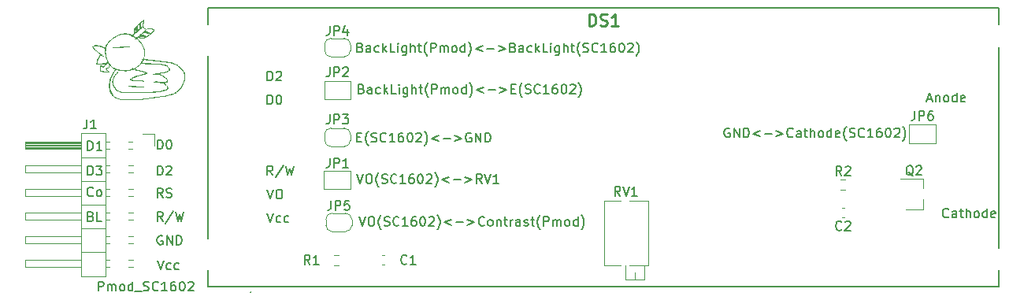
<source format=gbr>
%TF.GenerationSoftware,KiCad,Pcbnew,7.0.9*%
%TF.CreationDate,2024-01-07T02:48:38+09:00*%
%TF.ProjectId,Pmod_SC1602,506d6f64-5f53-4433-9136-30322e6b6963,rev?*%
%TF.SameCoordinates,Original*%
%TF.FileFunction,Legend,Top*%
%TF.FilePolarity,Positive*%
%FSLAX46Y46*%
G04 Gerber Fmt 4.6, Leading zero omitted, Abs format (unit mm)*
G04 Created by KiCad (PCBNEW 7.0.9) date 2024-01-07 02:48:38*
%MOMM*%
%LPD*%
G01*
G04 APERTURE LIST*
%ADD10C,0.150000*%
%ADD11C,0.254000*%
%ADD12C,0.120000*%
%ADD13C,0.200000*%
%ADD14C,0.100000*%
G04 APERTURE END LIST*
D10*
X95983588Y-100009438D02*
X95888350Y-99961819D01*
X95888350Y-99961819D02*
X95745493Y-99961819D01*
X95745493Y-99961819D02*
X95602636Y-100009438D01*
X95602636Y-100009438D02*
X95507398Y-100104676D01*
X95507398Y-100104676D02*
X95459779Y-100199914D01*
X95459779Y-100199914D02*
X95412160Y-100390390D01*
X95412160Y-100390390D02*
X95412160Y-100533247D01*
X95412160Y-100533247D02*
X95459779Y-100723723D01*
X95459779Y-100723723D02*
X95507398Y-100818961D01*
X95507398Y-100818961D02*
X95602636Y-100914200D01*
X95602636Y-100914200D02*
X95745493Y-100961819D01*
X95745493Y-100961819D02*
X95840731Y-100961819D01*
X95840731Y-100961819D02*
X95983588Y-100914200D01*
X95983588Y-100914200D02*
X96031207Y-100866580D01*
X96031207Y-100866580D02*
X96031207Y-100533247D01*
X96031207Y-100533247D02*
X95840731Y-100533247D01*
X96459779Y-100961819D02*
X96459779Y-99961819D01*
X96459779Y-99961819D02*
X97031207Y-100961819D01*
X97031207Y-100961819D02*
X97031207Y-99961819D01*
X97507398Y-100961819D02*
X97507398Y-99961819D01*
X97507398Y-99961819D02*
X97745493Y-99961819D01*
X97745493Y-99961819D02*
X97888350Y-100009438D01*
X97888350Y-100009438D02*
X97983588Y-100104676D01*
X97983588Y-100104676D02*
X98031207Y-100199914D01*
X98031207Y-100199914D02*
X98078826Y-100390390D01*
X98078826Y-100390390D02*
X98078826Y-100533247D01*
X98078826Y-100533247D02*
X98031207Y-100723723D01*
X98031207Y-100723723D02*
X97983588Y-100818961D01*
X97983588Y-100818961D02*
X97888350Y-100914200D01*
X97888350Y-100914200D02*
X97745493Y-100961819D01*
X97745493Y-100961819D02*
X97507398Y-100961819D01*
X96031207Y-95881819D02*
X95697874Y-95405628D01*
X95459779Y-95881819D02*
X95459779Y-94881819D01*
X95459779Y-94881819D02*
X95840731Y-94881819D01*
X95840731Y-94881819D02*
X95935969Y-94929438D01*
X95935969Y-94929438D02*
X95983588Y-94977057D01*
X95983588Y-94977057D02*
X96031207Y-95072295D01*
X96031207Y-95072295D02*
X96031207Y-95215152D01*
X96031207Y-95215152D02*
X95983588Y-95310390D01*
X95983588Y-95310390D02*
X95935969Y-95358009D01*
X95935969Y-95358009D02*
X95840731Y-95405628D01*
X95840731Y-95405628D02*
X95459779Y-95405628D01*
X96412160Y-95834200D02*
X96555017Y-95881819D01*
X96555017Y-95881819D02*
X96793112Y-95881819D01*
X96793112Y-95881819D02*
X96888350Y-95834200D01*
X96888350Y-95834200D02*
X96935969Y-95786580D01*
X96935969Y-95786580D02*
X96983588Y-95691342D01*
X96983588Y-95691342D02*
X96983588Y-95596104D01*
X96983588Y-95596104D02*
X96935969Y-95500866D01*
X96935969Y-95500866D02*
X96888350Y-95453247D01*
X96888350Y-95453247D02*
X96793112Y-95405628D01*
X96793112Y-95405628D02*
X96602636Y-95358009D01*
X96602636Y-95358009D02*
X96507398Y-95310390D01*
X96507398Y-95310390D02*
X96459779Y-95262771D01*
X96459779Y-95262771D02*
X96412160Y-95167533D01*
X96412160Y-95167533D02*
X96412160Y-95072295D01*
X96412160Y-95072295D02*
X96459779Y-94977057D01*
X96459779Y-94977057D02*
X96507398Y-94929438D01*
X96507398Y-94929438D02*
X96602636Y-94881819D01*
X96602636Y-94881819D02*
X96840731Y-94881819D01*
X96840731Y-94881819D02*
X96983588Y-94929438D01*
X96031207Y-98421819D02*
X95697874Y-97945628D01*
X95459779Y-98421819D02*
X95459779Y-97421819D01*
X95459779Y-97421819D02*
X95840731Y-97421819D01*
X95840731Y-97421819D02*
X95935969Y-97469438D01*
X95935969Y-97469438D02*
X95983588Y-97517057D01*
X95983588Y-97517057D02*
X96031207Y-97612295D01*
X96031207Y-97612295D02*
X96031207Y-97755152D01*
X96031207Y-97755152D02*
X95983588Y-97850390D01*
X95983588Y-97850390D02*
X95935969Y-97898009D01*
X95935969Y-97898009D02*
X95840731Y-97945628D01*
X95840731Y-97945628D02*
X95459779Y-97945628D01*
X97174064Y-97374200D02*
X96316922Y-98659914D01*
X97412160Y-97421819D02*
X97650255Y-98421819D01*
X97650255Y-98421819D02*
X97840731Y-97707533D01*
X97840731Y-97707533D02*
X98031207Y-98421819D01*
X98031207Y-98421819D02*
X98269303Y-97421819D01*
X87966779Y-90801819D02*
X87966779Y-89801819D01*
X87966779Y-89801819D02*
X88204874Y-89801819D01*
X88204874Y-89801819D02*
X88347731Y-89849438D01*
X88347731Y-89849438D02*
X88442969Y-89944676D01*
X88442969Y-89944676D02*
X88490588Y-90039914D01*
X88490588Y-90039914D02*
X88538207Y-90230390D01*
X88538207Y-90230390D02*
X88538207Y-90373247D01*
X88538207Y-90373247D02*
X88490588Y-90563723D01*
X88490588Y-90563723D02*
X88442969Y-90658961D01*
X88442969Y-90658961D02*
X88347731Y-90754200D01*
X88347731Y-90754200D02*
X88204874Y-90801819D01*
X88204874Y-90801819D02*
X87966779Y-90801819D01*
X89490588Y-90801819D02*
X88919160Y-90801819D01*
X89204874Y-90801819D02*
X89204874Y-89801819D01*
X89204874Y-89801819D02*
X89109636Y-89944676D01*
X89109636Y-89944676D02*
X89014398Y-90039914D01*
X89014398Y-90039914D02*
X88919160Y-90087533D01*
X178216160Y-85309104D02*
X178692350Y-85309104D01*
X178120922Y-85594819D02*
X178454255Y-84594819D01*
X178454255Y-84594819D02*
X178787588Y-85594819D01*
X179120922Y-84928152D02*
X179120922Y-85594819D01*
X179120922Y-85023390D02*
X179168541Y-84975771D01*
X179168541Y-84975771D02*
X179263779Y-84928152D01*
X179263779Y-84928152D02*
X179406636Y-84928152D01*
X179406636Y-84928152D02*
X179501874Y-84975771D01*
X179501874Y-84975771D02*
X179549493Y-85071009D01*
X179549493Y-85071009D02*
X179549493Y-85594819D01*
X180168541Y-85594819D02*
X180073303Y-85547200D01*
X180073303Y-85547200D02*
X180025684Y-85499580D01*
X180025684Y-85499580D02*
X179978065Y-85404342D01*
X179978065Y-85404342D02*
X179978065Y-85118628D01*
X179978065Y-85118628D02*
X180025684Y-85023390D01*
X180025684Y-85023390D02*
X180073303Y-84975771D01*
X180073303Y-84975771D02*
X180168541Y-84928152D01*
X180168541Y-84928152D02*
X180311398Y-84928152D01*
X180311398Y-84928152D02*
X180406636Y-84975771D01*
X180406636Y-84975771D02*
X180454255Y-85023390D01*
X180454255Y-85023390D02*
X180501874Y-85118628D01*
X180501874Y-85118628D02*
X180501874Y-85404342D01*
X180501874Y-85404342D02*
X180454255Y-85499580D01*
X180454255Y-85499580D02*
X180406636Y-85547200D01*
X180406636Y-85547200D02*
X180311398Y-85594819D01*
X180311398Y-85594819D02*
X180168541Y-85594819D01*
X181359017Y-85594819D02*
X181359017Y-84594819D01*
X181359017Y-85547200D02*
X181263779Y-85594819D01*
X181263779Y-85594819D02*
X181073303Y-85594819D01*
X181073303Y-85594819D02*
X180978065Y-85547200D01*
X180978065Y-85547200D02*
X180930446Y-85499580D01*
X180930446Y-85499580D02*
X180882827Y-85404342D01*
X180882827Y-85404342D02*
X180882827Y-85118628D01*
X180882827Y-85118628D02*
X180930446Y-85023390D01*
X180930446Y-85023390D02*
X180978065Y-84975771D01*
X180978065Y-84975771D02*
X181073303Y-84928152D01*
X181073303Y-84928152D02*
X181263779Y-84928152D01*
X181263779Y-84928152D02*
X181359017Y-84975771D01*
X182216160Y-85547200D02*
X182120922Y-85594819D01*
X182120922Y-85594819D02*
X181930446Y-85594819D01*
X181930446Y-85594819D02*
X181835208Y-85547200D01*
X181835208Y-85547200D02*
X181787589Y-85451961D01*
X181787589Y-85451961D02*
X181787589Y-85071009D01*
X181787589Y-85071009D02*
X181835208Y-84975771D01*
X181835208Y-84975771D02*
X181930446Y-84928152D01*
X181930446Y-84928152D02*
X182120922Y-84928152D01*
X182120922Y-84928152D02*
X182216160Y-84975771D01*
X182216160Y-84975771D02*
X182263779Y-85071009D01*
X182263779Y-85071009D02*
X182263779Y-85166247D01*
X182263779Y-85166247D02*
X181787589Y-85261485D01*
X89109779Y-105914819D02*
X89109779Y-104914819D01*
X89109779Y-104914819D02*
X89490731Y-104914819D01*
X89490731Y-104914819D02*
X89585969Y-104962438D01*
X89585969Y-104962438D02*
X89633588Y-105010057D01*
X89633588Y-105010057D02*
X89681207Y-105105295D01*
X89681207Y-105105295D02*
X89681207Y-105248152D01*
X89681207Y-105248152D02*
X89633588Y-105343390D01*
X89633588Y-105343390D02*
X89585969Y-105391009D01*
X89585969Y-105391009D02*
X89490731Y-105438628D01*
X89490731Y-105438628D02*
X89109779Y-105438628D01*
X90109779Y-105914819D02*
X90109779Y-105248152D01*
X90109779Y-105343390D02*
X90157398Y-105295771D01*
X90157398Y-105295771D02*
X90252636Y-105248152D01*
X90252636Y-105248152D02*
X90395493Y-105248152D01*
X90395493Y-105248152D02*
X90490731Y-105295771D01*
X90490731Y-105295771D02*
X90538350Y-105391009D01*
X90538350Y-105391009D02*
X90538350Y-105914819D01*
X90538350Y-105391009D02*
X90585969Y-105295771D01*
X90585969Y-105295771D02*
X90681207Y-105248152D01*
X90681207Y-105248152D02*
X90824064Y-105248152D01*
X90824064Y-105248152D02*
X90919303Y-105295771D01*
X90919303Y-105295771D02*
X90966922Y-105391009D01*
X90966922Y-105391009D02*
X90966922Y-105914819D01*
X91585969Y-105914819D02*
X91490731Y-105867200D01*
X91490731Y-105867200D02*
X91443112Y-105819580D01*
X91443112Y-105819580D02*
X91395493Y-105724342D01*
X91395493Y-105724342D02*
X91395493Y-105438628D01*
X91395493Y-105438628D02*
X91443112Y-105343390D01*
X91443112Y-105343390D02*
X91490731Y-105295771D01*
X91490731Y-105295771D02*
X91585969Y-105248152D01*
X91585969Y-105248152D02*
X91728826Y-105248152D01*
X91728826Y-105248152D02*
X91824064Y-105295771D01*
X91824064Y-105295771D02*
X91871683Y-105343390D01*
X91871683Y-105343390D02*
X91919302Y-105438628D01*
X91919302Y-105438628D02*
X91919302Y-105724342D01*
X91919302Y-105724342D02*
X91871683Y-105819580D01*
X91871683Y-105819580D02*
X91824064Y-105867200D01*
X91824064Y-105867200D02*
X91728826Y-105914819D01*
X91728826Y-105914819D02*
X91585969Y-105914819D01*
X92776445Y-105914819D02*
X92776445Y-104914819D01*
X92776445Y-105867200D02*
X92681207Y-105914819D01*
X92681207Y-105914819D02*
X92490731Y-105914819D01*
X92490731Y-105914819D02*
X92395493Y-105867200D01*
X92395493Y-105867200D02*
X92347874Y-105819580D01*
X92347874Y-105819580D02*
X92300255Y-105724342D01*
X92300255Y-105724342D02*
X92300255Y-105438628D01*
X92300255Y-105438628D02*
X92347874Y-105343390D01*
X92347874Y-105343390D02*
X92395493Y-105295771D01*
X92395493Y-105295771D02*
X92490731Y-105248152D01*
X92490731Y-105248152D02*
X92681207Y-105248152D01*
X92681207Y-105248152D02*
X92776445Y-105295771D01*
X93014541Y-106010057D02*
X93776445Y-106010057D01*
X93966922Y-105867200D02*
X94109779Y-105914819D01*
X94109779Y-105914819D02*
X94347874Y-105914819D01*
X94347874Y-105914819D02*
X94443112Y-105867200D01*
X94443112Y-105867200D02*
X94490731Y-105819580D01*
X94490731Y-105819580D02*
X94538350Y-105724342D01*
X94538350Y-105724342D02*
X94538350Y-105629104D01*
X94538350Y-105629104D02*
X94490731Y-105533866D01*
X94490731Y-105533866D02*
X94443112Y-105486247D01*
X94443112Y-105486247D02*
X94347874Y-105438628D01*
X94347874Y-105438628D02*
X94157398Y-105391009D01*
X94157398Y-105391009D02*
X94062160Y-105343390D01*
X94062160Y-105343390D02*
X94014541Y-105295771D01*
X94014541Y-105295771D02*
X93966922Y-105200533D01*
X93966922Y-105200533D02*
X93966922Y-105105295D01*
X93966922Y-105105295D02*
X94014541Y-105010057D01*
X94014541Y-105010057D02*
X94062160Y-104962438D01*
X94062160Y-104962438D02*
X94157398Y-104914819D01*
X94157398Y-104914819D02*
X94395493Y-104914819D01*
X94395493Y-104914819D02*
X94538350Y-104962438D01*
X95538350Y-105819580D02*
X95490731Y-105867200D01*
X95490731Y-105867200D02*
X95347874Y-105914819D01*
X95347874Y-105914819D02*
X95252636Y-105914819D01*
X95252636Y-105914819D02*
X95109779Y-105867200D01*
X95109779Y-105867200D02*
X95014541Y-105771961D01*
X95014541Y-105771961D02*
X94966922Y-105676723D01*
X94966922Y-105676723D02*
X94919303Y-105486247D01*
X94919303Y-105486247D02*
X94919303Y-105343390D01*
X94919303Y-105343390D02*
X94966922Y-105152914D01*
X94966922Y-105152914D02*
X95014541Y-105057676D01*
X95014541Y-105057676D02*
X95109779Y-104962438D01*
X95109779Y-104962438D02*
X95252636Y-104914819D01*
X95252636Y-104914819D02*
X95347874Y-104914819D01*
X95347874Y-104914819D02*
X95490731Y-104962438D01*
X95490731Y-104962438D02*
X95538350Y-105010057D01*
X96490731Y-105914819D02*
X95919303Y-105914819D01*
X96205017Y-105914819D02*
X96205017Y-104914819D01*
X96205017Y-104914819D02*
X96109779Y-105057676D01*
X96109779Y-105057676D02*
X96014541Y-105152914D01*
X96014541Y-105152914D02*
X95919303Y-105200533D01*
X97347874Y-104914819D02*
X97157398Y-104914819D01*
X97157398Y-104914819D02*
X97062160Y-104962438D01*
X97062160Y-104962438D02*
X97014541Y-105010057D01*
X97014541Y-105010057D02*
X96919303Y-105152914D01*
X96919303Y-105152914D02*
X96871684Y-105343390D01*
X96871684Y-105343390D02*
X96871684Y-105724342D01*
X96871684Y-105724342D02*
X96919303Y-105819580D01*
X96919303Y-105819580D02*
X96966922Y-105867200D01*
X96966922Y-105867200D02*
X97062160Y-105914819D01*
X97062160Y-105914819D02*
X97252636Y-105914819D01*
X97252636Y-105914819D02*
X97347874Y-105867200D01*
X97347874Y-105867200D02*
X97395493Y-105819580D01*
X97395493Y-105819580D02*
X97443112Y-105724342D01*
X97443112Y-105724342D02*
X97443112Y-105486247D01*
X97443112Y-105486247D02*
X97395493Y-105391009D01*
X97395493Y-105391009D02*
X97347874Y-105343390D01*
X97347874Y-105343390D02*
X97252636Y-105295771D01*
X97252636Y-105295771D02*
X97062160Y-105295771D01*
X97062160Y-105295771D02*
X96966922Y-105343390D01*
X96966922Y-105343390D02*
X96919303Y-105391009D01*
X96919303Y-105391009D02*
X96871684Y-105486247D01*
X98062160Y-104914819D02*
X98157398Y-104914819D01*
X98157398Y-104914819D02*
X98252636Y-104962438D01*
X98252636Y-104962438D02*
X98300255Y-105010057D01*
X98300255Y-105010057D02*
X98347874Y-105105295D01*
X98347874Y-105105295D02*
X98395493Y-105295771D01*
X98395493Y-105295771D02*
X98395493Y-105533866D01*
X98395493Y-105533866D02*
X98347874Y-105724342D01*
X98347874Y-105724342D02*
X98300255Y-105819580D01*
X98300255Y-105819580D02*
X98252636Y-105867200D01*
X98252636Y-105867200D02*
X98157398Y-105914819D01*
X98157398Y-105914819D02*
X98062160Y-105914819D01*
X98062160Y-105914819D02*
X97966922Y-105867200D01*
X97966922Y-105867200D02*
X97919303Y-105819580D01*
X97919303Y-105819580D02*
X97871684Y-105724342D01*
X97871684Y-105724342D02*
X97824065Y-105533866D01*
X97824065Y-105533866D02*
X97824065Y-105295771D01*
X97824065Y-105295771D02*
X97871684Y-105105295D01*
X97871684Y-105105295D02*
X97919303Y-105010057D01*
X97919303Y-105010057D02*
X97966922Y-104962438D01*
X97966922Y-104962438D02*
X98062160Y-104914819D01*
X98776446Y-105010057D02*
X98824065Y-104962438D01*
X98824065Y-104962438D02*
X98919303Y-104914819D01*
X98919303Y-104914819D02*
X99157398Y-104914819D01*
X99157398Y-104914819D02*
X99252636Y-104962438D01*
X99252636Y-104962438D02*
X99300255Y-105010057D01*
X99300255Y-105010057D02*
X99347874Y-105105295D01*
X99347874Y-105105295D02*
X99347874Y-105200533D01*
X99347874Y-105200533D02*
X99300255Y-105343390D01*
X99300255Y-105343390D02*
X98728827Y-105914819D01*
X98728827Y-105914819D02*
X99347874Y-105914819D01*
X95443922Y-102628819D02*
X95777255Y-103628819D01*
X95777255Y-103628819D02*
X96110588Y-102628819D01*
X96872493Y-103581200D02*
X96777255Y-103628819D01*
X96777255Y-103628819D02*
X96586779Y-103628819D01*
X96586779Y-103628819D02*
X96491541Y-103581200D01*
X96491541Y-103581200D02*
X96443922Y-103533580D01*
X96443922Y-103533580D02*
X96396303Y-103438342D01*
X96396303Y-103438342D02*
X96396303Y-103152628D01*
X96396303Y-103152628D02*
X96443922Y-103057390D01*
X96443922Y-103057390D02*
X96491541Y-103009771D01*
X96491541Y-103009771D02*
X96586779Y-102962152D01*
X96586779Y-102962152D02*
X96777255Y-102962152D01*
X96777255Y-102962152D02*
X96872493Y-103009771D01*
X97729636Y-103581200D02*
X97634398Y-103628819D01*
X97634398Y-103628819D02*
X97443922Y-103628819D01*
X97443922Y-103628819D02*
X97348684Y-103581200D01*
X97348684Y-103581200D02*
X97301065Y-103533580D01*
X97301065Y-103533580D02*
X97253446Y-103438342D01*
X97253446Y-103438342D02*
X97253446Y-103152628D01*
X97253446Y-103152628D02*
X97301065Y-103057390D01*
X97301065Y-103057390D02*
X97348684Y-103009771D01*
X97348684Y-103009771D02*
X97443922Y-102962152D01*
X97443922Y-102962152D02*
X97634398Y-102962152D01*
X97634398Y-102962152D02*
X97729636Y-103009771D01*
X117256112Y-79737009D02*
X117398969Y-79784628D01*
X117398969Y-79784628D02*
X117446588Y-79832247D01*
X117446588Y-79832247D02*
X117494207Y-79927485D01*
X117494207Y-79927485D02*
X117494207Y-80070342D01*
X117494207Y-80070342D02*
X117446588Y-80165580D01*
X117446588Y-80165580D02*
X117398969Y-80213200D01*
X117398969Y-80213200D02*
X117303731Y-80260819D01*
X117303731Y-80260819D02*
X116922779Y-80260819D01*
X116922779Y-80260819D02*
X116922779Y-79260819D01*
X116922779Y-79260819D02*
X117256112Y-79260819D01*
X117256112Y-79260819D02*
X117351350Y-79308438D01*
X117351350Y-79308438D02*
X117398969Y-79356057D01*
X117398969Y-79356057D02*
X117446588Y-79451295D01*
X117446588Y-79451295D02*
X117446588Y-79546533D01*
X117446588Y-79546533D02*
X117398969Y-79641771D01*
X117398969Y-79641771D02*
X117351350Y-79689390D01*
X117351350Y-79689390D02*
X117256112Y-79737009D01*
X117256112Y-79737009D02*
X116922779Y-79737009D01*
X118351350Y-80260819D02*
X118351350Y-79737009D01*
X118351350Y-79737009D02*
X118303731Y-79641771D01*
X118303731Y-79641771D02*
X118208493Y-79594152D01*
X118208493Y-79594152D02*
X118018017Y-79594152D01*
X118018017Y-79594152D02*
X117922779Y-79641771D01*
X118351350Y-80213200D02*
X118256112Y-80260819D01*
X118256112Y-80260819D02*
X118018017Y-80260819D01*
X118018017Y-80260819D02*
X117922779Y-80213200D01*
X117922779Y-80213200D02*
X117875160Y-80117961D01*
X117875160Y-80117961D02*
X117875160Y-80022723D01*
X117875160Y-80022723D02*
X117922779Y-79927485D01*
X117922779Y-79927485D02*
X118018017Y-79879866D01*
X118018017Y-79879866D02*
X118256112Y-79879866D01*
X118256112Y-79879866D02*
X118351350Y-79832247D01*
X119256112Y-80213200D02*
X119160874Y-80260819D01*
X119160874Y-80260819D02*
X118970398Y-80260819D01*
X118970398Y-80260819D02*
X118875160Y-80213200D01*
X118875160Y-80213200D02*
X118827541Y-80165580D01*
X118827541Y-80165580D02*
X118779922Y-80070342D01*
X118779922Y-80070342D02*
X118779922Y-79784628D01*
X118779922Y-79784628D02*
X118827541Y-79689390D01*
X118827541Y-79689390D02*
X118875160Y-79641771D01*
X118875160Y-79641771D02*
X118970398Y-79594152D01*
X118970398Y-79594152D02*
X119160874Y-79594152D01*
X119160874Y-79594152D02*
X119256112Y-79641771D01*
X119684684Y-80260819D02*
X119684684Y-79260819D01*
X119779922Y-79879866D02*
X120065636Y-80260819D01*
X120065636Y-79594152D02*
X119684684Y-79975104D01*
X120970398Y-80260819D02*
X120494208Y-80260819D01*
X120494208Y-80260819D02*
X120494208Y-79260819D01*
X121303732Y-80260819D02*
X121303732Y-79594152D01*
X121303732Y-79260819D02*
X121256113Y-79308438D01*
X121256113Y-79308438D02*
X121303732Y-79356057D01*
X121303732Y-79356057D02*
X121351351Y-79308438D01*
X121351351Y-79308438D02*
X121303732Y-79260819D01*
X121303732Y-79260819D02*
X121303732Y-79356057D01*
X122208493Y-79594152D02*
X122208493Y-80403676D01*
X122208493Y-80403676D02*
X122160874Y-80498914D01*
X122160874Y-80498914D02*
X122113255Y-80546533D01*
X122113255Y-80546533D02*
X122018017Y-80594152D01*
X122018017Y-80594152D02*
X121875160Y-80594152D01*
X121875160Y-80594152D02*
X121779922Y-80546533D01*
X122208493Y-80213200D02*
X122113255Y-80260819D01*
X122113255Y-80260819D02*
X121922779Y-80260819D01*
X121922779Y-80260819D02*
X121827541Y-80213200D01*
X121827541Y-80213200D02*
X121779922Y-80165580D01*
X121779922Y-80165580D02*
X121732303Y-80070342D01*
X121732303Y-80070342D02*
X121732303Y-79784628D01*
X121732303Y-79784628D02*
X121779922Y-79689390D01*
X121779922Y-79689390D02*
X121827541Y-79641771D01*
X121827541Y-79641771D02*
X121922779Y-79594152D01*
X121922779Y-79594152D02*
X122113255Y-79594152D01*
X122113255Y-79594152D02*
X122208493Y-79641771D01*
X122684684Y-80260819D02*
X122684684Y-79260819D01*
X123113255Y-80260819D02*
X123113255Y-79737009D01*
X123113255Y-79737009D02*
X123065636Y-79641771D01*
X123065636Y-79641771D02*
X122970398Y-79594152D01*
X122970398Y-79594152D02*
X122827541Y-79594152D01*
X122827541Y-79594152D02*
X122732303Y-79641771D01*
X122732303Y-79641771D02*
X122684684Y-79689390D01*
X123446589Y-79594152D02*
X123827541Y-79594152D01*
X123589446Y-79260819D02*
X123589446Y-80117961D01*
X123589446Y-80117961D02*
X123637065Y-80213200D01*
X123637065Y-80213200D02*
X123732303Y-80260819D01*
X123732303Y-80260819D02*
X123827541Y-80260819D01*
X124446589Y-80641771D02*
X124398970Y-80594152D01*
X124398970Y-80594152D02*
X124303732Y-80451295D01*
X124303732Y-80451295D02*
X124256113Y-80356057D01*
X124256113Y-80356057D02*
X124208494Y-80213200D01*
X124208494Y-80213200D02*
X124160875Y-79975104D01*
X124160875Y-79975104D02*
X124160875Y-79784628D01*
X124160875Y-79784628D02*
X124208494Y-79546533D01*
X124208494Y-79546533D02*
X124256113Y-79403676D01*
X124256113Y-79403676D02*
X124303732Y-79308438D01*
X124303732Y-79308438D02*
X124398970Y-79165580D01*
X124398970Y-79165580D02*
X124446589Y-79117961D01*
X124827542Y-80260819D02*
X124827542Y-79260819D01*
X124827542Y-79260819D02*
X125208494Y-79260819D01*
X125208494Y-79260819D02*
X125303732Y-79308438D01*
X125303732Y-79308438D02*
X125351351Y-79356057D01*
X125351351Y-79356057D02*
X125398970Y-79451295D01*
X125398970Y-79451295D02*
X125398970Y-79594152D01*
X125398970Y-79594152D02*
X125351351Y-79689390D01*
X125351351Y-79689390D02*
X125303732Y-79737009D01*
X125303732Y-79737009D02*
X125208494Y-79784628D01*
X125208494Y-79784628D02*
X124827542Y-79784628D01*
X125827542Y-80260819D02*
X125827542Y-79594152D01*
X125827542Y-79689390D02*
X125875161Y-79641771D01*
X125875161Y-79641771D02*
X125970399Y-79594152D01*
X125970399Y-79594152D02*
X126113256Y-79594152D01*
X126113256Y-79594152D02*
X126208494Y-79641771D01*
X126208494Y-79641771D02*
X126256113Y-79737009D01*
X126256113Y-79737009D02*
X126256113Y-80260819D01*
X126256113Y-79737009D02*
X126303732Y-79641771D01*
X126303732Y-79641771D02*
X126398970Y-79594152D01*
X126398970Y-79594152D02*
X126541827Y-79594152D01*
X126541827Y-79594152D02*
X126637066Y-79641771D01*
X126637066Y-79641771D02*
X126684685Y-79737009D01*
X126684685Y-79737009D02*
X126684685Y-80260819D01*
X127303732Y-80260819D02*
X127208494Y-80213200D01*
X127208494Y-80213200D02*
X127160875Y-80165580D01*
X127160875Y-80165580D02*
X127113256Y-80070342D01*
X127113256Y-80070342D02*
X127113256Y-79784628D01*
X127113256Y-79784628D02*
X127160875Y-79689390D01*
X127160875Y-79689390D02*
X127208494Y-79641771D01*
X127208494Y-79641771D02*
X127303732Y-79594152D01*
X127303732Y-79594152D02*
X127446589Y-79594152D01*
X127446589Y-79594152D02*
X127541827Y-79641771D01*
X127541827Y-79641771D02*
X127589446Y-79689390D01*
X127589446Y-79689390D02*
X127637065Y-79784628D01*
X127637065Y-79784628D02*
X127637065Y-80070342D01*
X127637065Y-80070342D02*
X127589446Y-80165580D01*
X127589446Y-80165580D02*
X127541827Y-80213200D01*
X127541827Y-80213200D02*
X127446589Y-80260819D01*
X127446589Y-80260819D02*
X127303732Y-80260819D01*
X128494208Y-80260819D02*
X128494208Y-79260819D01*
X128494208Y-80213200D02*
X128398970Y-80260819D01*
X128398970Y-80260819D02*
X128208494Y-80260819D01*
X128208494Y-80260819D02*
X128113256Y-80213200D01*
X128113256Y-80213200D02*
X128065637Y-80165580D01*
X128065637Y-80165580D02*
X128018018Y-80070342D01*
X128018018Y-80070342D02*
X128018018Y-79784628D01*
X128018018Y-79784628D02*
X128065637Y-79689390D01*
X128065637Y-79689390D02*
X128113256Y-79641771D01*
X128113256Y-79641771D02*
X128208494Y-79594152D01*
X128208494Y-79594152D02*
X128398970Y-79594152D01*
X128398970Y-79594152D02*
X128494208Y-79641771D01*
X128875161Y-80641771D02*
X128922780Y-80594152D01*
X128922780Y-80594152D02*
X129018018Y-80451295D01*
X129018018Y-80451295D02*
X129065637Y-80356057D01*
X129065637Y-80356057D02*
X129113256Y-80213200D01*
X129113256Y-80213200D02*
X129160875Y-79975104D01*
X129160875Y-79975104D02*
X129160875Y-79784628D01*
X129160875Y-79784628D02*
X129113256Y-79546533D01*
X129113256Y-79546533D02*
X129065637Y-79403676D01*
X129065637Y-79403676D02*
X129018018Y-79308438D01*
X129018018Y-79308438D02*
X128922780Y-79165580D01*
X128922780Y-79165580D02*
X128875161Y-79117961D01*
X130398971Y-79594152D02*
X129637066Y-79879866D01*
X129637066Y-79879866D02*
X130398971Y-80165580D01*
X130875161Y-79879866D02*
X131637066Y-79879866D01*
X132113256Y-79594152D02*
X132875161Y-79879866D01*
X132875161Y-79879866D02*
X132113256Y-80165580D01*
X133684684Y-79737009D02*
X133827541Y-79784628D01*
X133827541Y-79784628D02*
X133875160Y-79832247D01*
X133875160Y-79832247D02*
X133922779Y-79927485D01*
X133922779Y-79927485D02*
X133922779Y-80070342D01*
X133922779Y-80070342D02*
X133875160Y-80165580D01*
X133875160Y-80165580D02*
X133827541Y-80213200D01*
X133827541Y-80213200D02*
X133732303Y-80260819D01*
X133732303Y-80260819D02*
X133351351Y-80260819D01*
X133351351Y-80260819D02*
X133351351Y-79260819D01*
X133351351Y-79260819D02*
X133684684Y-79260819D01*
X133684684Y-79260819D02*
X133779922Y-79308438D01*
X133779922Y-79308438D02*
X133827541Y-79356057D01*
X133827541Y-79356057D02*
X133875160Y-79451295D01*
X133875160Y-79451295D02*
X133875160Y-79546533D01*
X133875160Y-79546533D02*
X133827541Y-79641771D01*
X133827541Y-79641771D02*
X133779922Y-79689390D01*
X133779922Y-79689390D02*
X133684684Y-79737009D01*
X133684684Y-79737009D02*
X133351351Y-79737009D01*
X134779922Y-80260819D02*
X134779922Y-79737009D01*
X134779922Y-79737009D02*
X134732303Y-79641771D01*
X134732303Y-79641771D02*
X134637065Y-79594152D01*
X134637065Y-79594152D02*
X134446589Y-79594152D01*
X134446589Y-79594152D02*
X134351351Y-79641771D01*
X134779922Y-80213200D02*
X134684684Y-80260819D01*
X134684684Y-80260819D02*
X134446589Y-80260819D01*
X134446589Y-80260819D02*
X134351351Y-80213200D01*
X134351351Y-80213200D02*
X134303732Y-80117961D01*
X134303732Y-80117961D02*
X134303732Y-80022723D01*
X134303732Y-80022723D02*
X134351351Y-79927485D01*
X134351351Y-79927485D02*
X134446589Y-79879866D01*
X134446589Y-79879866D02*
X134684684Y-79879866D01*
X134684684Y-79879866D02*
X134779922Y-79832247D01*
X135684684Y-80213200D02*
X135589446Y-80260819D01*
X135589446Y-80260819D02*
X135398970Y-80260819D01*
X135398970Y-80260819D02*
X135303732Y-80213200D01*
X135303732Y-80213200D02*
X135256113Y-80165580D01*
X135256113Y-80165580D02*
X135208494Y-80070342D01*
X135208494Y-80070342D02*
X135208494Y-79784628D01*
X135208494Y-79784628D02*
X135256113Y-79689390D01*
X135256113Y-79689390D02*
X135303732Y-79641771D01*
X135303732Y-79641771D02*
X135398970Y-79594152D01*
X135398970Y-79594152D02*
X135589446Y-79594152D01*
X135589446Y-79594152D02*
X135684684Y-79641771D01*
X136113256Y-80260819D02*
X136113256Y-79260819D01*
X136208494Y-79879866D02*
X136494208Y-80260819D01*
X136494208Y-79594152D02*
X136113256Y-79975104D01*
X137398970Y-80260819D02*
X136922780Y-80260819D01*
X136922780Y-80260819D02*
X136922780Y-79260819D01*
X137732304Y-80260819D02*
X137732304Y-79594152D01*
X137732304Y-79260819D02*
X137684685Y-79308438D01*
X137684685Y-79308438D02*
X137732304Y-79356057D01*
X137732304Y-79356057D02*
X137779923Y-79308438D01*
X137779923Y-79308438D02*
X137732304Y-79260819D01*
X137732304Y-79260819D02*
X137732304Y-79356057D01*
X138637065Y-79594152D02*
X138637065Y-80403676D01*
X138637065Y-80403676D02*
X138589446Y-80498914D01*
X138589446Y-80498914D02*
X138541827Y-80546533D01*
X138541827Y-80546533D02*
X138446589Y-80594152D01*
X138446589Y-80594152D02*
X138303732Y-80594152D01*
X138303732Y-80594152D02*
X138208494Y-80546533D01*
X138637065Y-80213200D02*
X138541827Y-80260819D01*
X138541827Y-80260819D02*
X138351351Y-80260819D01*
X138351351Y-80260819D02*
X138256113Y-80213200D01*
X138256113Y-80213200D02*
X138208494Y-80165580D01*
X138208494Y-80165580D02*
X138160875Y-80070342D01*
X138160875Y-80070342D02*
X138160875Y-79784628D01*
X138160875Y-79784628D02*
X138208494Y-79689390D01*
X138208494Y-79689390D02*
X138256113Y-79641771D01*
X138256113Y-79641771D02*
X138351351Y-79594152D01*
X138351351Y-79594152D02*
X138541827Y-79594152D01*
X138541827Y-79594152D02*
X138637065Y-79641771D01*
X139113256Y-80260819D02*
X139113256Y-79260819D01*
X139541827Y-80260819D02*
X139541827Y-79737009D01*
X139541827Y-79737009D02*
X139494208Y-79641771D01*
X139494208Y-79641771D02*
X139398970Y-79594152D01*
X139398970Y-79594152D02*
X139256113Y-79594152D01*
X139256113Y-79594152D02*
X139160875Y-79641771D01*
X139160875Y-79641771D02*
X139113256Y-79689390D01*
X139875161Y-79594152D02*
X140256113Y-79594152D01*
X140018018Y-79260819D02*
X140018018Y-80117961D01*
X140018018Y-80117961D02*
X140065637Y-80213200D01*
X140065637Y-80213200D02*
X140160875Y-80260819D01*
X140160875Y-80260819D02*
X140256113Y-80260819D01*
X140875161Y-80641771D02*
X140827542Y-80594152D01*
X140827542Y-80594152D02*
X140732304Y-80451295D01*
X140732304Y-80451295D02*
X140684685Y-80356057D01*
X140684685Y-80356057D02*
X140637066Y-80213200D01*
X140637066Y-80213200D02*
X140589447Y-79975104D01*
X140589447Y-79975104D02*
X140589447Y-79784628D01*
X140589447Y-79784628D02*
X140637066Y-79546533D01*
X140637066Y-79546533D02*
X140684685Y-79403676D01*
X140684685Y-79403676D02*
X140732304Y-79308438D01*
X140732304Y-79308438D02*
X140827542Y-79165580D01*
X140827542Y-79165580D02*
X140875161Y-79117961D01*
X141208495Y-80213200D02*
X141351352Y-80260819D01*
X141351352Y-80260819D02*
X141589447Y-80260819D01*
X141589447Y-80260819D02*
X141684685Y-80213200D01*
X141684685Y-80213200D02*
X141732304Y-80165580D01*
X141732304Y-80165580D02*
X141779923Y-80070342D01*
X141779923Y-80070342D02*
X141779923Y-79975104D01*
X141779923Y-79975104D02*
X141732304Y-79879866D01*
X141732304Y-79879866D02*
X141684685Y-79832247D01*
X141684685Y-79832247D02*
X141589447Y-79784628D01*
X141589447Y-79784628D02*
X141398971Y-79737009D01*
X141398971Y-79737009D02*
X141303733Y-79689390D01*
X141303733Y-79689390D02*
X141256114Y-79641771D01*
X141256114Y-79641771D02*
X141208495Y-79546533D01*
X141208495Y-79546533D02*
X141208495Y-79451295D01*
X141208495Y-79451295D02*
X141256114Y-79356057D01*
X141256114Y-79356057D02*
X141303733Y-79308438D01*
X141303733Y-79308438D02*
X141398971Y-79260819D01*
X141398971Y-79260819D02*
X141637066Y-79260819D01*
X141637066Y-79260819D02*
X141779923Y-79308438D01*
X142779923Y-80165580D02*
X142732304Y-80213200D01*
X142732304Y-80213200D02*
X142589447Y-80260819D01*
X142589447Y-80260819D02*
X142494209Y-80260819D01*
X142494209Y-80260819D02*
X142351352Y-80213200D01*
X142351352Y-80213200D02*
X142256114Y-80117961D01*
X142256114Y-80117961D02*
X142208495Y-80022723D01*
X142208495Y-80022723D02*
X142160876Y-79832247D01*
X142160876Y-79832247D02*
X142160876Y-79689390D01*
X142160876Y-79689390D02*
X142208495Y-79498914D01*
X142208495Y-79498914D02*
X142256114Y-79403676D01*
X142256114Y-79403676D02*
X142351352Y-79308438D01*
X142351352Y-79308438D02*
X142494209Y-79260819D01*
X142494209Y-79260819D02*
X142589447Y-79260819D01*
X142589447Y-79260819D02*
X142732304Y-79308438D01*
X142732304Y-79308438D02*
X142779923Y-79356057D01*
X143732304Y-80260819D02*
X143160876Y-80260819D01*
X143446590Y-80260819D02*
X143446590Y-79260819D01*
X143446590Y-79260819D02*
X143351352Y-79403676D01*
X143351352Y-79403676D02*
X143256114Y-79498914D01*
X143256114Y-79498914D02*
X143160876Y-79546533D01*
X144589447Y-79260819D02*
X144398971Y-79260819D01*
X144398971Y-79260819D02*
X144303733Y-79308438D01*
X144303733Y-79308438D02*
X144256114Y-79356057D01*
X144256114Y-79356057D02*
X144160876Y-79498914D01*
X144160876Y-79498914D02*
X144113257Y-79689390D01*
X144113257Y-79689390D02*
X144113257Y-80070342D01*
X144113257Y-80070342D02*
X144160876Y-80165580D01*
X144160876Y-80165580D02*
X144208495Y-80213200D01*
X144208495Y-80213200D02*
X144303733Y-80260819D01*
X144303733Y-80260819D02*
X144494209Y-80260819D01*
X144494209Y-80260819D02*
X144589447Y-80213200D01*
X144589447Y-80213200D02*
X144637066Y-80165580D01*
X144637066Y-80165580D02*
X144684685Y-80070342D01*
X144684685Y-80070342D02*
X144684685Y-79832247D01*
X144684685Y-79832247D02*
X144637066Y-79737009D01*
X144637066Y-79737009D02*
X144589447Y-79689390D01*
X144589447Y-79689390D02*
X144494209Y-79641771D01*
X144494209Y-79641771D02*
X144303733Y-79641771D01*
X144303733Y-79641771D02*
X144208495Y-79689390D01*
X144208495Y-79689390D02*
X144160876Y-79737009D01*
X144160876Y-79737009D02*
X144113257Y-79832247D01*
X145303733Y-79260819D02*
X145398971Y-79260819D01*
X145398971Y-79260819D02*
X145494209Y-79308438D01*
X145494209Y-79308438D02*
X145541828Y-79356057D01*
X145541828Y-79356057D02*
X145589447Y-79451295D01*
X145589447Y-79451295D02*
X145637066Y-79641771D01*
X145637066Y-79641771D02*
X145637066Y-79879866D01*
X145637066Y-79879866D02*
X145589447Y-80070342D01*
X145589447Y-80070342D02*
X145541828Y-80165580D01*
X145541828Y-80165580D02*
X145494209Y-80213200D01*
X145494209Y-80213200D02*
X145398971Y-80260819D01*
X145398971Y-80260819D02*
X145303733Y-80260819D01*
X145303733Y-80260819D02*
X145208495Y-80213200D01*
X145208495Y-80213200D02*
X145160876Y-80165580D01*
X145160876Y-80165580D02*
X145113257Y-80070342D01*
X145113257Y-80070342D02*
X145065638Y-79879866D01*
X145065638Y-79879866D02*
X145065638Y-79641771D01*
X145065638Y-79641771D02*
X145113257Y-79451295D01*
X145113257Y-79451295D02*
X145160876Y-79356057D01*
X145160876Y-79356057D02*
X145208495Y-79308438D01*
X145208495Y-79308438D02*
X145303733Y-79260819D01*
X146018019Y-79356057D02*
X146065638Y-79308438D01*
X146065638Y-79308438D02*
X146160876Y-79260819D01*
X146160876Y-79260819D02*
X146398971Y-79260819D01*
X146398971Y-79260819D02*
X146494209Y-79308438D01*
X146494209Y-79308438D02*
X146541828Y-79356057D01*
X146541828Y-79356057D02*
X146589447Y-79451295D01*
X146589447Y-79451295D02*
X146589447Y-79546533D01*
X146589447Y-79546533D02*
X146541828Y-79689390D01*
X146541828Y-79689390D02*
X145970400Y-80260819D01*
X145970400Y-80260819D02*
X146589447Y-80260819D01*
X146922781Y-80641771D02*
X146970400Y-80594152D01*
X146970400Y-80594152D02*
X147065638Y-80451295D01*
X147065638Y-80451295D02*
X147113257Y-80356057D01*
X147113257Y-80356057D02*
X147160876Y-80213200D01*
X147160876Y-80213200D02*
X147208495Y-79975104D01*
X147208495Y-79975104D02*
X147208495Y-79784628D01*
X147208495Y-79784628D02*
X147160876Y-79546533D01*
X147160876Y-79546533D02*
X147113257Y-79403676D01*
X147113257Y-79403676D02*
X147065638Y-79308438D01*
X147065638Y-79308438D02*
X146970400Y-79165580D01*
X146970400Y-79165580D02*
X146922781Y-79117961D01*
X180486207Y-97945580D02*
X180438588Y-97993200D01*
X180438588Y-97993200D02*
X180295731Y-98040819D01*
X180295731Y-98040819D02*
X180200493Y-98040819D01*
X180200493Y-98040819D02*
X180057636Y-97993200D01*
X180057636Y-97993200D02*
X179962398Y-97897961D01*
X179962398Y-97897961D02*
X179914779Y-97802723D01*
X179914779Y-97802723D02*
X179867160Y-97612247D01*
X179867160Y-97612247D02*
X179867160Y-97469390D01*
X179867160Y-97469390D02*
X179914779Y-97278914D01*
X179914779Y-97278914D02*
X179962398Y-97183676D01*
X179962398Y-97183676D02*
X180057636Y-97088438D01*
X180057636Y-97088438D02*
X180200493Y-97040819D01*
X180200493Y-97040819D02*
X180295731Y-97040819D01*
X180295731Y-97040819D02*
X180438588Y-97088438D01*
X180438588Y-97088438D02*
X180486207Y-97136057D01*
X181343350Y-98040819D02*
X181343350Y-97517009D01*
X181343350Y-97517009D02*
X181295731Y-97421771D01*
X181295731Y-97421771D02*
X181200493Y-97374152D01*
X181200493Y-97374152D02*
X181010017Y-97374152D01*
X181010017Y-97374152D02*
X180914779Y-97421771D01*
X181343350Y-97993200D02*
X181248112Y-98040819D01*
X181248112Y-98040819D02*
X181010017Y-98040819D01*
X181010017Y-98040819D02*
X180914779Y-97993200D01*
X180914779Y-97993200D02*
X180867160Y-97897961D01*
X180867160Y-97897961D02*
X180867160Y-97802723D01*
X180867160Y-97802723D02*
X180914779Y-97707485D01*
X180914779Y-97707485D02*
X181010017Y-97659866D01*
X181010017Y-97659866D02*
X181248112Y-97659866D01*
X181248112Y-97659866D02*
X181343350Y-97612247D01*
X181676684Y-97374152D02*
X182057636Y-97374152D01*
X181819541Y-97040819D02*
X181819541Y-97897961D01*
X181819541Y-97897961D02*
X181867160Y-97993200D01*
X181867160Y-97993200D02*
X181962398Y-98040819D01*
X181962398Y-98040819D02*
X182057636Y-98040819D01*
X182390970Y-98040819D02*
X182390970Y-97040819D01*
X182819541Y-98040819D02*
X182819541Y-97517009D01*
X182819541Y-97517009D02*
X182771922Y-97421771D01*
X182771922Y-97421771D02*
X182676684Y-97374152D01*
X182676684Y-97374152D02*
X182533827Y-97374152D01*
X182533827Y-97374152D02*
X182438589Y-97421771D01*
X182438589Y-97421771D02*
X182390970Y-97469390D01*
X183438589Y-98040819D02*
X183343351Y-97993200D01*
X183343351Y-97993200D02*
X183295732Y-97945580D01*
X183295732Y-97945580D02*
X183248113Y-97850342D01*
X183248113Y-97850342D02*
X183248113Y-97564628D01*
X183248113Y-97564628D02*
X183295732Y-97469390D01*
X183295732Y-97469390D02*
X183343351Y-97421771D01*
X183343351Y-97421771D02*
X183438589Y-97374152D01*
X183438589Y-97374152D02*
X183581446Y-97374152D01*
X183581446Y-97374152D02*
X183676684Y-97421771D01*
X183676684Y-97421771D02*
X183724303Y-97469390D01*
X183724303Y-97469390D02*
X183771922Y-97564628D01*
X183771922Y-97564628D02*
X183771922Y-97850342D01*
X183771922Y-97850342D02*
X183724303Y-97945580D01*
X183724303Y-97945580D02*
X183676684Y-97993200D01*
X183676684Y-97993200D02*
X183581446Y-98040819D01*
X183581446Y-98040819D02*
X183438589Y-98040819D01*
X184629065Y-98040819D02*
X184629065Y-97040819D01*
X184629065Y-97993200D02*
X184533827Y-98040819D01*
X184533827Y-98040819D02*
X184343351Y-98040819D01*
X184343351Y-98040819D02*
X184248113Y-97993200D01*
X184248113Y-97993200D02*
X184200494Y-97945580D01*
X184200494Y-97945580D02*
X184152875Y-97850342D01*
X184152875Y-97850342D02*
X184152875Y-97564628D01*
X184152875Y-97564628D02*
X184200494Y-97469390D01*
X184200494Y-97469390D02*
X184248113Y-97421771D01*
X184248113Y-97421771D02*
X184343351Y-97374152D01*
X184343351Y-97374152D02*
X184533827Y-97374152D01*
X184533827Y-97374152D02*
X184629065Y-97421771D01*
X185486208Y-97993200D02*
X185390970Y-98040819D01*
X185390970Y-98040819D02*
X185200494Y-98040819D01*
X185200494Y-98040819D02*
X185105256Y-97993200D01*
X185105256Y-97993200D02*
X185057637Y-97897961D01*
X185057637Y-97897961D02*
X185057637Y-97517009D01*
X185057637Y-97517009D02*
X185105256Y-97421771D01*
X185105256Y-97421771D02*
X185200494Y-97374152D01*
X185200494Y-97374152D02*
X185390970Y-97374152D01*
X185390970Y-97374152D02*
X185486208Y-97421771D01*
X185486208Y-97421771D02*
X185533827Y-97517009D01*
X185533827Y-97517009D02*
X185533827Y-97612247D01*
X185533827Y-97612247D02*
X185057637Y-97707485D01*
X107254922Y-95008819D02*
X107588255Y-96008819D01*
X107588255Y-96008819D02*
X107921588Y-95008819D01*
X108445398Y-95008819D02*
X108635874Y-95008819D01*
X108635874Y-95008819D02*
X108731112Y-95056438D01*
X108731112Y-95056438D02*
X108826350Y-95151676D01*
X108826350Y-95151676D02*
X108873969Y-95342152D01*
X108873969Y-95342152D02*
X108873969Y-95675485D01*
X108873969Y-95675485D02*
X108826350Y-95865961D01*
X108826350Y-95865961D02*
X108731112Y-95961200D01*
X108731112Y-95961200D02*
X108635874Y-96008819D01*
X108635874Y-96008819D02*
X108445398Y-96008819D01*
X108445398Y-96008819D02*
X108350160Y-95961200D01*
X108350160Y-95961200D02*
X108254922Y-95865961D01*
X108254922Y-95865961D02*
X108207303Y-95675485D01*
X108207303Y-95675485D02*
X108207303Y-95342152D01*
X108207303Y-95342152D02*
X108254922Y-95151676D01*
X108254922Y-95151676D02*
X108350160Y-95056438D01*
X108350160Y-95056438D02*
X108445398Y-95008819D01*
X107254922Y-97548819D02*
X107588255Y-98548819D01*
X107588255Y-98548819D02*
X107921588Y-97548819D01*
X108683493Y-98501200D02*
X108588255Y-98548819D01*
X108588255Y-98548819D02*
X108397779Y-98548819D01*
X108397779Y-98548819D02*
X108302541Y-98501200D01*
X108302541Y-98501200D02*
X108254922Y-98453580D01*
X108254922Y-98453580D02*
X108207303Y-98358342D01*
X108207303Y-98358342D02*
X108207303Y-98072628D01*
X108207303Y-98072628D02*
X108254922Y-97977390D01*
X108254922Y-97977390D02*
X108302541Y-97929771D01*
X108302541Y-97929771D02*
X108397779Y-97882152D01*
X108397779Y-97882152D02*
X108588255Y-97882152D01*
X108588255Y-97882152D02*
X108683493Y-97929771D01*
X109540636Y-98501200D02*
X109445398Y-98548819D01*
X109445398Y-98548819D02*
X109254922Y-98548819D01*
X109254922Y-98548819D02*
X109159684Y-98501200D01*
X109159684Y-98501200D02*
X109112065Y-98453580D01*
X109112065Y-98453580D02*
X109064446Y-98358342D01*
X109064446Y-98358342D02*
X109064446Y-98072628D01*
X109064446Y-98072628D02*
X109112065Y-97977390D01*
X109112065Y-97977390D02*
X109159684Y-97929771D01*
X109159684Y-97929771D02*
X109254922Y-97882152D01*
X109254922Y-97882152D02*
X109445398Y-97882152D01*
X109445398Y-97882152D02*
X109540636Y-97929771D01*
X116906922Y-93357819D02*
X117240255Y-94357819D01*
X117240255Y-94357819D02*
X117573588Y-93357819D01*
X118097398Y-93357819D02*
X118287874Y-93357819D01*
X118287874Y-93357819D02*
X118383112Y-93405438D01*
X118383112Y-93405438D02*
X118478350Y-93500676D01*
X118478350Y-93500676D02*
X118525969Y-93691152D01*
X118525969Y-93691152D02*
X118525969Y-94024485D01*
X118525969Y-94024485D02*
X118478350Y-94214961D01*
X118478350Y-94214961D02*
X118383112Y-94310200D01*
X118383112Y-94310200D02*
X118287874Y-94357819D01*
X118287874Y-94357819D02*
X118097398Y-94357819D01*
X118097398Y-94357819D02*
X118002160Y-94310200D01*
X118002160Y-94310200D02*
X117906922Y-94214961D01*
X117906922Y-94214961D02*
X117859303Y-94024485D01*
X117859303Y-94024485D02*
X117859303Y-93691152D01*
X117859303Y-93691152D02*
X117906922Y-93500676D01*
X117906922Y-93500676D02*
X118002160Y-93405438D01*
X118002160Y-93405438D02*
X118097398Y-93357819D01*
X119240255Y-94738771D02*
X119192636Y-94691152D01*
X119192636Y-94691152D02*
X119097398Y-94548295D01*
X119097398Y-94548295D02*
X119049779Y-94453057D01*
X119049779Y-94453057D02*
X119002160Y-94310200D01*
X119002160Y-94310200D02*
X118954541Y-94072104D01*
X118954541Y-94072104D02*
X118954541Y-93881628D01*
X118954541Y-93881628D02*
X119002160Y-93643533D01*
X119002160Y-93643533D02*
X119049779Y-93500676D01*
X119049779Y-93500676D02*
X119097398Y-93405438D01*
X119097398Y-93405438D02*
X119192636Y-93262580D01*
X119192636Y-93262580D02*
X119240255Y-93214961D01*
X119573589Y-94310200D02*
X119716446Y-94357819D01*
X119716446Y-94357819D02*
X119954541Y-94357819D01*
X119954541Y-94357819D02*
X120049779Y-94310200D01*
X120049779Y-94310200D02*
X120097398Y-94262580D01*
X120097398Y-94262580D02*
X120145017Y-94167342D01*
X120145017Y-94167342D02*
X120145017Y-94072104D01*
X120145017Y-94072104D02*
X120097398Y-93976866D01*
X120097398Y-93976866D02*
X120049779Y-93929247D01*
X120049779Y-93929247D02*
X119954541Y-93881628D01*
X119954541Y-93881628D02*
X119764065Y-93834009D01*
X119764065Y-93834009D02*
X119668827Y-93786390D01*
X119668827Y-93786390D02*
X119621208Y-93738771D01*
X119621208Y-93738771D02*
X119573589Y-93643533D01*
X119573589Y-93643533D02*
X119573589Y-93548295D01*
X119573589Y-93548295D02*
X119621208Y-93453057D01*
X119621208Y-93453057D02*
X119668827Y-93405438D01*
X119668827Y-93405438D02*
X119764065Y-93357819D01*
X119764065Y-93357819D02*
X120002160Y-93357819D01*
X120002160Y-93357819D02*
X120145017Y-93405438D01*
X121145017Y-94262580D02*
X121097398Y-94310200D01*
X121097398Y-94310200D02*
X120954541Y-94357819D01*
X120954541Y-94357819D02*
X120859303Y-94357819D01*
X120859303Y-94357819D02*
X120716446Y-94310200D01*
X120716446Y-94310200D02*
X120621208Y-94214961D01*
X120621208Y-94214961D02*
X120573589Y-94119723D01*
X120573589Y-94119723D02*
X120525970Y-93929247D01*
X120525970Y-93929247D02*
X120525970Y-93786390D01*
X120525970Y-93786390D02*
X120573589Y-93595914D01*
X120573589Y-93595914D02*
X120621208Y-93500676D01*
X120621208Y-93500676D02*
X120716446Y-93405438D01*
X120716446Y-93405438D02*
X120859303Y-93357819D01*
X120859303Y-93357819D02*
X120954541Y-93357819D01*
X120954541Y-93357819D02*
X121097398Y-93405438D01*
X121097398Y-93405438D02*
X121145017Y-93453057D01*
X122097398Y-94357819D02*
X121525970Y-94357819D01*
X121811684Y-94357819D02*
X121811684Y-93357819D01*
X121811684Y-93357819D02*
X121716446Y-93500676D01*
X121716446Y-93500676D02*
X121621208Y-93595914D01*
X121621208Y-93595914D02*
X121525970Y-93643533D01*
X122954541Y-93357819D02*
X122764065Y-93357819D01*
X122764065Y-93357819D02*
X122668827Y-93405438D01*
X122668827Y-93405438D02*
X122621208Y-93453057D01*
X122621208Y-93453057D02*
X122525970Y-93595914D01*
X122525970Y-93595914D02*
X122478351Y-93786390D01*
X122478351Y-93786390D02*
X122478351Y-94167342D01*
X122478351Y-94167342D02*
X122525970Y-94262580D01*
X122525970Y-94262580D02*
X122573589Y-94310200D01*
X122573589Y-94310200D02*
X122668827Y-94357819D01*
X122668827Y-94357819D02*
X122859303Y-94357819D01*
X122859303Y-94357819D02*
X122954541Y-94310200D01*
X122954541Y-94310200D02*
X123002160Y-94262580D01*
X123002160Y-94262580D02*
X123049779Y-94167342D01*
X123049779Y-94167342D02*
X123049779Y-93929247D01*
X123049779Y-93929247D02*
X123002160Y-93834009D01*
X123002160Y-93834009D02*
X122954541Y-93786390D01*
X122954541Y-93786390D02*
X122859303Y-93738771D01*
X122859303Y-93738771D02*
X122668827Y-93738771D01*
X122668827Y-93738771D02*
X122573589Y-93786390D01*
X122573589Y-93786390D02*
X122525970Y-93834009D01*
X122525970Y-93834009D02*
X122478351Y-93929247D01*
X123668827Y-93357819D02*
X123764065Y-93357819D01*
X123764065Y-93357819D02*
X123859303Y-93405438D01*
X123859303Y-93405438D02*
X123906922Y-93453057D01*
X123906922Y-93453057D02*
X123954541Y-93548295D01*
X123954541Y-93548295D02*
X124002160Y-93738771D01*
X124002160Y-93738771D02*
X124002160Y-93976866D01*
X124002160Y-93976866D02*
X123954541Y-94167342D01*
X123954541Y-94167342D02*
X123906922Y-94262580D01*
X123906922Y-94262580D02*
X123859303Y-94310200D01*
X123859303Y-94310200D02*
X123764065Y-94357819D01*
X123764065Y-94357819D02*
X123668827Y-94357819D01*
X123668827Y-94357819D02*
X123573589Y-94310200D01*
X123573589Y-94310200D02*
X123525970Y-94262580D01*
X123525970Y-94262580D02*
X123478351Y-94167342D01*
X123478351Y-94167342D02*
X123430732Y-93976866D01*
X123430732Y-93976866D02*
X123430732Y-93738771D01*
X123430732Y-93738771D02*
X123478351Y-93548295D01*
X123478351Y-93548295D02*
X123525970Y-93453057D01*
X123525970Y-93453057D02*
X123573589Y-93405438D01*
X123573589Y-93405438D02*
X123668827Y-93357819D01*
X124383113Y-93453057D02*
X124430732Y-93405438D01*
X124430732Y-93405438D02*
X124525970Y-93357819D01*
X124525970Y-93357819D02*
X124764065Y-93357819D01*
X124764065Y-93357819D02*
X124859303Y-93405438D01*
X124859303Y-93405438D02*
X124906922Y-93453057D01*
X124906922Y-93453057D02*
X124954541Y-93548295D01*
X124954541Y-93548295D02*
X124954541Y-93643533D01*
X124954541Y-93643533D02*
X124906922Y-93786390D01*
X124906922Y-93786390D02*
X124335494Y-94357819D01*
X124335494Y-94357819D02*
X124954541Y-94357819D01*
X125287875Y-94738771D02*
X125335494Y-94691152D01*
X125335494Y-94691152D02*
X125430732Y-94548295D01*
X125430732Y-94548295D02*
X125478351Y-94453057D01*
X125478351Y-94453057D02*
X125525970Y-94310200D01*
X125525970Y-94310200D02*
X125573589Y-94072104D01*
X125573589Y-94072104D02*
X125573589Y-93881628D01*
X125573589Y-93881628D02*
X125525970Y-93643533D01*
X125525970Y-93643533D02*
X125478351Y-93500676D01*
X125478351Y-93500676D02*
X125430732Y-93405438D01*
X125430732Y-93405438D02*
X125335494Y-93262580D01*
X125335494Y-93262580D02*
X125287875Y-93214961D01*
X126811685Y-93691152D02*
X126049780Y-93976866D01*
X126049780Y-93976866D02*
X126811685Y-94262580D01*
X127287875Y-93976866D02*
X128049780Y-93976866D01*
X128525970Y-93691152D02*
X129287875Y-93976866D01*
X129287875Y-93976866D02*
X128525970Y-94262580D01*
X130335493Y-94357819D02*
X130002160Y-93881628D01*
X129764065Y-94357819D02*
X129764065Y-93357819D01*
X129764065Y-93357819D02*
X130145017Y-93357819D01*
X130145017Y-93357819D02*
X130240255Y-93405438D01*
X130240255Y-93405438D02*
X130287874Y-93453057D01*
X130287874Y-93453057D02*
X130335493Y-93548295D01*
X130335493Y-93548295D02*
X130335493Y-93691152D01*
X130335493Y-93691152D02*
X130287874Y-93786390D01*
X130287874Y-93786390D02*
X130240255Y-93834009D01*
X130240255Y-93834009D02*
X130145017Y-93881628D01*
X130145017Y-93881628D02*
X129764065Y-93881628D01*
X130621208Y-93357819D02*
X130954541Y-94357819D01*
X130954541Y-94357819D02*
X131287874Y-93357819D01*
X132145017Y-94357819D02*
X131573589Y-94357819D01*
X131859303Y-94357819D02*
X131859303Y-93357819D01*
X131859303Y-93357819D02*
X131764065Y-93500676D01*
X131764065Y-93500676D02*
X131668827Y-93595914D01*
X131668827Y-93595914D02*
X131573589Y-93643533D01*
X95459779Y-93468819D02*
X95459779Y-92468819D01*
X95459779Y-92468819D02*
X95697874Y-92468819D01*
X95697874Y-92468819D02*
X95840731Y-92516438D01*
X95840731Y-92516438D02*
X95935969Y-92611676D01*
X95935969Y-92611676D02*
X95983588Y-92706914D01*
X95983588Y-92706914D02*
X96031207Y-92897390D01*
X96031207Y-92897390D02*
X96031207Y-93040247D01*
X96031207Y-93040247D02*
X95983588Y-93230723D01*
X95983588Y-93230723D02*
X95935969Y-93325961D01*
X95935969Y-93325961D02*
X95840731Y-93421200D01*
X95840731Y-93421200D02*
X95697874Y-93468819D01*
X95697874Y-93468819D02*
X95459779Y-93468819D01*
X96412160Y-92564057D02*
X96459779Y-92516438D01*
X96459779Y-92516438D02*
X96555017Y-92468819D01*
X96555017Y-92468819D02*
X96793112Y-92468819D01*
X96793112Y-92468819D02*
X96888350Y-92516438D01*
X96888350Y-92516438D02*
X96935969Y-92564057D01*
X96935969Y-92564057D02*
X96983588Y-92659295D01*
X96983588Y-92659295D02*
X96983588Y-92754533D01*
X96983588Y-92754533D02*
X96935969Y-92897390D01*
X96935969Y-92897390D02*
X96364541Y-93468819D01*
X96364541Y-93468819D02*
X96983588Y-93468819D01*
X88300112Y-97898009D02*
X88442969Y-97945628D01*
X88442969Y-97945628D02*
X88490588Y-97993247D01*
X88490588Y-97993247D02*
X88538207Y-98088485D01*
X88538207Y-98088485D02*
X88538207Y-98231342D01*
X88538207Y-98231342D02*
X88490588Y-98326580D01*
X88490588Y-98326580D02*
X88442969Y-98374200D01*
X88442969Y-98374200D02*
X88347731Y-98421819D01*
X88347731Y-98421819D02*
X87966779Y-98421819D01*
X87966779Y-98421819D02*
X87966779Y-97421819D01*
X87966779Y-97421819D02*
X88300112Y-97421819D01*
X88300112Y-97421819D02*
X88395350Y-97469438D01*
X88395350Y-97469438D02*
X88442969Y-97517057D01*
X88442969Y-97517057D02*
X88490588Y-97612295D01*
X88490588Y-97612295D02*
X88490588Y-97707533D01*
X88490588Y-97707533D02*
X88442969Y-97802771D01*
X88442969Y-97802771D02*
X88395350Y-97850390D01*
X88395350Y-97850390D02*
X88300112Y-97898009D01*
X88300112Y-97898009D02*
X87966779Y-97898009D01*
X89442969Y-98421819D02*
X88966779Y-98421819D01*
X88966779Y-98421819D02*
X88966779Y-97421819D01*
X116922779Y-89389009D02*
X117256112Y-89389009D01*
X117398969Y-89912819D02*
X116922779Y-89912819D01*
X116922779Y-89912819D02*
X116922779Y-88912819D01*
X116922779Y-88912819D02*
X117398969Y-88912819D01*
X118113255Y-90293771D02*
X118065636Y-90246152D01*
X118065636Y-90246152D02*
X117970398Y-90103295D01*
X117970398Y-90103295D02*
X117922779Y-90008057D01*
X117922779Y-90008057D02*
X117875160Y-89865200D01*
X117875160Y-89865200D02*
X117827541Y-89627104D01*
X117827541Y-89627104D02*
X117827541Y-89436628D01*
X117827541Y-89436628D02*
X117875160Y-89198533D01*
X117875160Y-89198533D02*
X117922779Y-89055676D01*
X117922779Y-89055676D02*
X117970398Y-88960438D01*
X117970398Y-88960438D02*
X118065636Y-88817580D01*
X118065636Y-88817580D02*
X118113255Y-88769961D01*
X118446589Y-89865200D02*
X118589446Y-89912819D01*
X118589446Y-89912819D02*
X118827541Y-89912819D01*
X118827541Y-89912819D02*
X118922779Y-89865200D01*
X118922779Y-89865200D02*
X118970398Y-89817580D01*
X118970398Y-89817580D02*
X119018017Y-89722342D01*
X119018017Y-89722342D02*
X119018017Y-89627104D01*
X119018017Y-89627104D02*
X118970398Y-89531866D01*
X118970398Y-89531866D02*
X118922779Y-89484247D01*
X118922779Y-89484247D02*
X118827541Y-89436628D01*
X118827541Y-89436628D02*
X118637065Y-89389009D01*
X118637065Y-89389009D02*
X118541827Y-89341390D01*
X118541827Y-89341390D02*
X118494208Y-89293771D01*
X118494208Y-89293771D02*
X118446589Y-89198533D01*
X118446589Y-89198533D02*
X118446589Y-89103295D01*
X118446589Y-89103295D02*
X118494208Y-89008057D01*
X118494208Y-89008057D02*
X118541827Y-88960438D01*
X118541827Y-88960438D02*
X118637065Y-88912819D01*
X118637065Y-88912819D02*
X118875160Y-88912819D01*
X118875160Y-88912819D02*
X119018017Y-88960438D01*
X120018017Y-89817580D02*
X119970398Y-89865200D01*
X119970398Y-89865200D02*
X119827541Y-89912819D01*
X119827541Y-89912819D02*
X119732303Y-89912819D01*
X119732303Y-89912819D02*
X119589446Y-89865200D01*
X119589446Y-89865200D02*
X119494208Y-89769961D01*
X119494208Y-89769961D02*
X119446589Y-89674723D01*
X119446589Y-89674723D02*
X119398970Y-89484247D01*
X119398970Y-89484247D02*
X119398970Y-89341390D01*
X119398970Y-89341390D02*
X119446589Y-89150914D01*
X119446589Y-89150914D02*
X119494208Y-89055676D01*
X119494208Y-89055676D02*
X119589446Y-88960438D01*
X119589446Y-88960438D02*
X119732303Y-88912819D01*
X119732303Y-88912819D02*
X119827541Y-88912819D01*
X119827541Y-88912819D02*
X119970398Y-88960438D01*
X119970398Y-88960438D02*
X120018017Y-89008057D01*
X120970398Y-89912819D02*
X120398970Y-89912819D01*
X120684684Y-89912819D02*
X120684684Y-88912819D01*
X120684684Y-88912819D02*
X120589446Y-89055676D01*
X120589446Y-89055676D02*
X120494208Y-89150914D01*
X120494208Y-89150914D02*
X120398970Y-89198533D01*
X121827541Y-88912819D02*
X121637065Y-88912819D01*
X121637065Y-88912819D02*
X121541827Y-88960438D01*
X121541827Y-88960438D02*
X121494208Y-89008057D01*
X121494208Y-89008057D02*
X121398970Y-89150914D01*
X121398970Y-89150914D02*
X121351351Y-89341390D01*
X121351351Y-89341390D02*
X121351351Y-89722342D01*
X121351351Y-89722342D02*
X121398970Y-89817580D01*
X121398970Y-89817580D02*
X121446589Y-89865200D01*
X121446589Y-89865200D02*
X121541827Y-89912819D01*
X121541827Y-89912819D02*
X121732303Y-89912819D01*
X121732303Y-89912819D02*
X121827541Y-89865200D01*
X121827541Y-89865200D02*
X121875160Y-89817580D01*
X121875160Y-89817580D02*
X121922779Y-89722342D01*
X121922779Y-89722342D02*
X121922779Y-89484247D01*
X121922779Y-89484247D02*
X121875160Y-89389009D01*
X121875160Y-89389009D02*
X121827541Y-89341390D01*
X121827541Y-89341390D02*
X121732303Y-89293771D01*
X121732303Y-89293771D02*
X121541827Y-89293771D01*
X121541827Y-89293771D02*
X121446589Y-89341390D01*
X121446589Y-89341390D02*
X121398970Y-89389009D01*
X121398970Y-89389009D02*
X121351351Y-89484247D01*
X122541827Y-88912819D02*
X122637065Y-88912819D01*
X122637065Y-88912819D02*
X122732303Y-88960438D01*
X122732303Y-88960438D02*
X122779922Y-89008057D01*
X122779922Y-89008057D02*
X122827541Y-89103295D01*
X122827541Y-89103295D02*
X122875160Y-89293771D01*
X122875160Y-89293771D02*
X122875160Y-89531866D01*
X122875160Y-89531866D02*
X122827541Y-89722342D01*
X122827541Y-89722342D02*
X122779922Y-89817580D01*
X122779922Y-89817580D02*
X122732303Y-89865200D01*
X122732303Y-89865200D02*
X122637065Y-89912819D01*
X122637065Y-89912819D02*
X122541827Y-89912819D01*
X122541827Y-89912819D02*
X122446589Y-89865200D01*
X122446589Y-89865200D02*
X122398970Y-89817580D01*
X122398970Y-89817580D02*
X122351351Y-89722342D01*
X122351351Y-89722342D02*
X122303732Y-89531866D01*
X122303732Y-89531866D02*
X122303732Y-89293771D01*
X122303732Y-89293771D02*
X122351351Y-89103295D01*
X122351351Y-89103295D02*
X122398970Y-89008057D01*
X122398970Y-89008057D02*
X122446589Y-88960438D01*
X122446589Y-88960438D02*
X122541827Y-88912819D01*
X123256113Y-89008057D02*
X123303732Y-88960438D01*
X123303732Y-88960438D02*
X123398970Y-88912819D01*
X123398970Y-88912819D02*
X123637065Y-88912819D01*
X123637065Y-88912819D02*
X123732303Y-88960438D01*
X123732303Y-88960438D02*
X123779922Y-89008057D01*
X123779922Y-89008057D02*
X123827541Y-89103295D01*
X123827541Y-89103295D02*
X123827541Y-89198533D01*
X123827541Y-89198533D02*
X123779922Y-89341390D01*
X123779922Y-89341390D02*
X123208494Y-89912819D01*
X123208494Y-89912819D02*
X123827541Y-89912819D01*
X124160875Y-90293771D02*
X124208494Y-90246152D01*
X124208494Y-90246152D02*
X124303732Y-90103295D01*
X124303732Y-90103295D02*
X124351351Y-90008057D01*
X124351351Y-90008057D02*
X124398970Y-89865200D01*
X124398970Y-89865200D02*
X124446589Y-89627104D01*
X124446589Y-89627104D02*
X124446589Y-89436628D01*
X124446589Y-89436628D02*
X124398970Y-89198533D01*
X124398970Y-89198533D02*
X124351351Y-89055676D01*
X124351351Y-89055676D02*
X124303732Y-88960438D01*
X124303732Y-88960438D02*
X124208494Y-88817580D01*
X124208494Y-88817580D02*
X124160875Y-88769961D01*
X125684685Y-89246152D02*
X124922780Y-89531866D01*
X124922780Y-89531866D02*
X125684685Y-89817580D01*
X126160875Y-89531866D02*
X126922780Y-89531866D01*
X127398970Y-89246152D02*
X128160875Y-89531866D01*
X128160875Y-89531866D02*
X127398970Y-89817580D01*
X129160874Y-88960438D02*
X129065636Y-88912819D01*
X129065636Y-88912819D02*
X128922779Y-88912819D01*
X128922779Y-88912819D02*
X128779922Y-88960438D01*
X128779922Y-88960438D02*
X128684684Y-89055676D01*
X128684684Y-89055676D02*
X128637065Y-89150914D01*
X128637065Y-89150914D02*
X128589446Y-89341390D01*
X128589446Y-89341390D02*
X128589446Y-89484247D01*
X128589446Y-89484247D02*
X128637065Y-89674723D01*
X128637065Y-89674723D02*
X128684684Y-89769961D01*
X128684684Y-89769961D02*
X128779922Y-89865200D01*
X128779922Y-89865200D02*
X128922779Y-89912819D01*
X128922779Y-89912819D02*
X129018017Y-89912819D01*
X129018017Y-89912819D02*
X129160874Y-89865200D01*
X129160874Y-89865200D02*
X129208493Y-89817580D01*
X129208493Y-89817580D02*
X129208493Y-89484247D01*
X129208493Y-89484247D02*
X129018017Y-89484247D01*
X129637065Y-89912819D02*
X129637065Y-88912819D01*
X129637065Y-88912819D02*
X130208493Y-89912819D01*
X130208493Y-89912819D02*
X130208493Y-88912819D01*
X130684684Y-89912819D02*
X130684684Y-88912819D01*
X130684684Y-88912819D02*
X130922779Y-88912819D01*
X130922779Y-88912819D02*
X131065636Y-88960438D01*
X131065636Y-88960438D02*
X131160874Y-89055676D01*
X131160874Y-89055676D02*
X131208493Y-89150914D01*
X131208493Y-89150914D02*
X131256112Y-89341390D01*
X131256112Y-89341390D02*
X131256112Y-89484247D01*
X131256112Y-89484247D02*
X131208493Y-89674723D01*
X131208493Y-89674723D02*
X131160874Y-89769961D01*
X131160874Y-89769961D02*
X131065636Y-89865200D01*
X131065636Y-89865200D02*
X130922779Y-89912819D01*
X130922779Y-89912819D02*
X130684684Y-89912819D01*
X107842207Y-93468819D02*
X107508874Y-92992628D01*
X107270779Y-93468819D02*
X107270779Y-92468819D01*
X107270779Y-92468819D02*
X107651731Y-92468819D01*
X107651731Y-92468819D02*
X107746969Y-92516438D01*
X107746969Y-92516438D02*
X107794588Y-92564057D01*
X107794588Y-92564057D02*
X107842207Y-92659295D01*
X107842207Y-92659295D02*
X107842207Y-92802152D01*
X107842207Y-92802152D02*
X107794588Y-92897390D01*
X107794588Y-92897390D02*
X107746969Y-92945009D01*
X107746969Y-92945009D02*
X107651731Y-92992628D01*
X107651731Y-92992628D02*
X107270779Y-92992628D01*
X108985064Y-92421200D02*
X108127922Y-93706914D01*
X109223160Y-92468819D02*
X109461255Y-93468819D01*
X109461255Y-93468819D02*
X109651731Y-92754533D01*
X109651731Y-92754533D02*
X109842207Y-93468819D01*
X109842207Y-93468819D02*
X110080303Y-92468819D01*
X156943588Y-88452438D02*
X156848350Y-88404819D01*
X156848350Y-88404819D02*
X156705493Y-88404819D01*
X156705493Y-88404819D02*
X156562636Y-88452438D01*
X156562636Y-88452438D02*
X156467398Y-88547676D01*
X156467398Y-88547676D02*
X156419779Y-88642914D01*
X156419779Y-88642914D02*
X156372160Y-88833390D01*
X156372160Y-88833390D02*
X156372160Y-88976247D01*
X156372160Y-88976247D02*
X156419779Y-89166723D01*
X156419779Y-89166723D02*
X156467398Y-89261961D01*
X156467398Y-89261961D02*
X156562636Y-89357200D01*
X156562636Y-89357200D02*
X156705493Y-89404819D01*
X156705493Y-89404819D02*
X156800731Y-89404819D01*
X156800731Y-89404819D02*
X156943588Y-89357200D01*
X156943588Y-89357200D02*
X156991207Y-89309580D01*
X156991207Y-89309580D02*
X156991207Y-88976247D01*
X156991207Y-88976247D02*
X156800731Y-88976247D01*
X157419779Y-89404819D02*
X157419779Y-88404819D01*
X157419779Y-88404819D02*
X157991207Y-89404819D01*
X157991207Y-89404819D02*
X157991207Y-88404819D01*
X158467398Y-89404819D02*
X158467398Y-88404819D01*
X158467398Y-88404819D02*
X158705493Y-88404819D01*
X158705493Y-88404819D02*
X158848350Y-88452438D01*
X158848350Y-88452438D02*
X158943588Y-88547676D01*
X158943588Y-88547676D02*
X158991207Y-88642914D01*
X158991207Y-88642914D02*
X159038826Y-88833390D01*
X159038826Y-88833390D02*
X159038826Y-88976247D01*
X159038826Y-88976247D02*
X158991207Y-89166723D01*
X158991207Y-89166723D02*
X158943588Y-89261961D01*
X158943588Y-89261961D02*
X158848350Y-89357200D01*
X158848350Y-89357200D02*
X158705493Y-89404819D01*
X158705493Y-89404819D02*
X158467398Y-89404819D01*
X160229303Y-88738152D02*
X159467398Y-89023866D01*
X159467398Y-89023866D02*
X160229303Y-89309580D01*
X160705493Y-89023866D02*
X161467398Y-89023866D01*
X161943588Y-88738152D02*
X162705493Y-89023866D01*
X162705493Y-89023866D02*
X161943588Y-89309580D01*
X163753111Y-89309580D02*
X163705492Y-89357200D01*
X163705492Y-89357200D02*
X163562635Y-89404819D01*
X163562635Y-89404819D02*
X163467397Y-89404819D01*
X163467397Y-89404819D02*
X163324540Y-89357200D01*
X163324540Y-89357200D02*
X163229302Y-89261961D01*
X163229302Y-89261961D02*
X163181683Y-89166723D01*
X163181683Y-89166723D02*
X163134064Y-88976247D01*
X163134064Y-88976247D02*
X163134064Y-88833390D01*
X163134064Y-88833390D02*
X163181683Y-88642914D01*
X163181683Y-88642914D02*
X163229302Y-88547676D01*
X163229302Y-88547676D02*
X163324540Y-88452438D01*
X163324540Y-88452438D02*
X163467397Y-88404819D01*
X163467397Y-88404819D02*
X163562635Y-88404819D01*
X163562635Y-88404819D02*
X163705492Y-88452438D01*
X163705492Y-88452438D02*
X163753111Y-88500057D01*
X164610254Y-89404819D02*
X164610254Y-88881009D01*
X164610254Y-88881009D02*
X164562635Y-88785771D01*
X164562635Y-88785771D02*
X164467397Y-88738152D01*
X164467397Y-88738152D02*
X164276921Y-88738152D01*
X164276921Y-88738152D02*
X164181683Y-88785771D01*
X164610254Y-89357200D02*
X164515016Y-89404819D01*
X164515016Y-89404819D02*
X164276921Y-89404819D01*
X164276921Y-89404819D02*
X164181683Y-89357200D01*
X164181683Y-89357200D02*
X164134064Y-89261961D01*
X164134064Y-89261961D02*
X164134064Y-89166723D01*
X164134064Y-89166723D02*
X164181683Y-89071485D01*
X164181683Y-89071485D02*
X164276921Y-89023866D01*
X164276921Y-89023866D02*
X164515016Y-89023866D01*
X164515016Y-89023866D02*
X164610254Y-88976247D01*
X164943588Y-88738152D02*
X165324540Y-88738152D01*
X165086445Y-88404819D02*
X165086445Y-89261961D01*
X165086445Y-89261961D02*
X165134064Y-89357200D01*
X165134064Y-89357200D02*
X165229302Y-89404819D01*
X165229302Y-89404819D02*
X165324540Y-89404819D01*
X165657874Y-89404819D02*
X165657874Y-88404819D01*
X166086445Y-89404819D02*
X166086445Y-88881009D01*
X166086445Y-88881009D02*
X166038826Y-88785771D01*
X166038826Y-88785771D02*
X165943588Y-88738152D01*
X165943588Y-88738152D02*
X165800731Y-88738152D01*
X165800731Y-88738152D02*
X165705493Y-88785771D01*
X165705493Y-88785771D02*
X165657874Y-88833390D01*
X166705493Y-89404819D02*
X166610255Y-89357200D01*
X166610255Y-89357200D02*
X166562636Y-89309580D01*
X166562636Y-89309580D02*
X166515017Y-89214342D01*
X166515017Y-89214342D02*
X166515017Y-88928628D01*
X166515017Y-88928628D02*
X166562636Y-88833390D01*
X166562636Y-88833390D02*
X166610255Y-88785771D01*
X166610255Y-88785771D02*
X166705493Y-88738152D01*
X166705493Y-88738152D02*
X166848350Y-88738152D01*
X166848350Y-88738152D02*
X166943588Y-88785771D01*
X166943588Y-88785771D02*
X166991207Y-88833390D01*
X166991207Y-88833390D02*
X167038826Y-88928628D01*
X167038826Y-88928628D02*
X167038826Y-89214342D01*
X167038826Y-89214342D02*
X166991207Y-89309580D01*
X166991207Y-89309580D02*
X166943588Y-89357200D01*
X166943588Y-89357200D02*
X166848350Y-89404819D01*
X166848350Y-89404819D02*
X166705493Y-89404819D01*
X167895969Y-89404819D02*
X167895969Y-88404819D01*
X167895969Y-89357200D02*
X167800731Y-89404819D01*
X167800731Y-89404819D02*
X167610255Y-89404819D01*
X167610255Y-89404819D02*
X167515017Y-89357200D01*
X167515017Y-89357200D02*
X167467398Y-89309580D01*
X167467398Y-89309580D02*
X167419779Y-89214342D01*
X167419779Y-89214342D02*
X167419779Y-88928628D01*
X167419779Y-88928628D02*
X167467398Y-88833390D01*
X167467398Y-88833390D02*
X167515017Y-88785771D01*
X167515017Y-88785771D02*
X167610255Y-88738152D01*
X167610255Y-88738152D02*
X167800731Y-88738152D01*
X167800731Y-88738152D02*
X167895969Y-88785771D01*
X168753112Y-89357200D02*
X168657874Y-89404819D01*
X168657874Y-89404819D02*
X168467398Y-89404819D01*
X168467398Y-89404819D02*
X168372160Y-89357200D01*
X168372160Y-89357200D02*
X168324541Y-89261961D01*
X168324541Y-89261961D02*
X168324541Y-88881009D01*
X168324541Y-88881009D02*
X168372160Y-88785771D01*
X168372160Y-88785771D02*
X168467398Y-88738152D01*
X168467398Y-88738152D02*
X168657874Y-88738152D01*
X168657874Y-88738152D02*
X168753112Y-88785771D01*
X168753112Y-88785771D02*
X168800731Y-88881009D01*
X168800731Y-88881009D02*
X168800731Y-88976247D01*
X168800731Y-88976247D02*
X168324541Y-89071485D01*
X169515017Y-89785771D02*
X169467398Y-89738152D01*
X169467398Y-89738152D02*
X169372160Y-89595295D01*
X169372160Y-89595295D02*
X169324541Y-89500057D01*
X169324541Y-89500057D02*
X169276922Y-89357200D01*
X169276922Y-89357200D02*
X169229303Y-89119104D01*
X169229303Y-89119104D02*
X169229303Y-88928628D01*
X169229303Y-88928628D02*
X169276922Y-88690533D01*
X169276922Y-88690533D02*
X169324541Y-88547676D01*
X169324541Y-88547676D02*
X169372160Y-88452438D01*
X169372160Y-88452438D02*
X169467398Y-88309580D01*
X169467398Y-88309580D02*
X169515017Y-88261961D01*
X169848351Y-89357200D02*
X169991208Y-89404819D01*
X169991208Y-89404819D02*
X170229303Y-89404819D01*
X170229303Y-89404819D02*
X170324541Y-89357200D01*
X170324541Y-89357200D02*
X170372160Y-89309580D01*
X170372160Y-89309580D02*
X170419779Y-89214342D01*
X170419779Y-89214342D02*
X170419779Y-89119104D01*
X170419779Y-89119104D02*
X170372160Y-89023866D01*
X170372160Y-89023866D02*
X170324541Y-88976247D01*
X170324541Y-88976247D02*
X170229303Y-88928628D01*
X170229303Y-88928628D02*
X170038827Y-88881009D01*
X170038827Y-88881009D02*
X169943589Y-88833390D01*
X169943589Y-88833390D02*
X169895970Y-88785771D01*
X169895970Y-88785771D02*
X169848351Y-88690533D01*
X169848351Y-88690533D02*
X169848351Y-88595295D01*
X169848351Y-88595295D02*
X169895970Y-88500057D01*
X169895970Y-88500057D02*
X169943589Y-88452438D01*
X169943589Y-88452438D02*
X170038827Y-88404819D01*
X170038827Y-88404819D02*
X170276922Y-88404819D01*
X170276922Y-88404819D02*
X170419779Y-88452438D01*
X171419779Y-89309580D02*
X171372160Y-89357200D01*
X171372160Y-89357200D02*
X171229303Y-89404819D01*
X171229303Y-89404819D02*
X171134065Y-89404819D01*
X171134065Y-89404819D02*
X170991208Y-89357200D01*
X170991208Y-89357200D02*
X170895970Y-89261961D01*
X170895970Y-89261961D02*
X170848351Y-89166723D01*
X170848351Y-89166723D02*
X170800732Y-88976247D01*
X170800732Y-88976247D02*
X170800732Y-88833390D01*
X170800732Y-88833390D02*
X170848351Y-88642914D01*
X170848351Y-88642914D02*
X170895970Y-88547676D01*
X170895970Y-88547676D02*
X170991208Y-88452438D01*
X170991208Y-88452438D02*
X171134065Y-88404819D01*
X171134065Y-88404819D02*
X171229303Y-88404819D01*
X171229303Y-88404819D02*
X171372160Y-88452438D01*
X171372160Y-88452438D02*
X171419779Y-88500057D01*
X172372160Y-89404819D02*
X171800732Y-89404819D01*
X172086446Y-89404819D02*
X172086446Y-88404819D01*
X172086446Y-88404819D02*
X171991208Y-88547676D01*
X171991208Y-88547676D02*
X171895970Y-88642914D01*
X171895970Y-88642914D02*
X171800732Y-88690533D01*
X173229303Y-88404819D02*
X173038827Y-88404819D01*
X173038827Y-88404819D02*
X172943589Y-88452438D01*
X172943589Y-88452438D02*
X172895970Y-88500057D01*
X172895970Y-88500057D02*
X172800732Y-88642914D01*
X172800732Y-88642914D02*
X172753113Y-88833390D01*
X172753113Y-88833390D02*
X172753113Y-89214342D01*
X172753113Y-89214342D02*
X172800732Y-89309580D01*
X172800732Y-89309580D02*
X172848351Y-89357200D01*
X172848351Y-89357200D02*
X172943589Y-89404819D01*
X172943589Y-89404819D02*
X173134065Y-89404819D01*
X173134065Y-89404819D02*
X173229303Y-89357200D01*
X173229303Y-89357200D02*
X173276922Y-89309580D01*
X173276922Y-89309580D02*
X173324541Y-89214342D01*
X173324541Y-89214342D02*
X173324541Y-88976247D01*
X173324541Y-88976247D02*
X173276922Y-88881009D01*
X173276922Y-88881009D02*
X173229303Y-88833390D01*
X173229303Y-88833390D02*
X173134065Y-88785771D01*
X173134065Y-88785771D02*
X172943589Y-88785771D01*
X172943589Y-88785771D02*
X172848351Y-88833390D01*
X172848351Y-88833390D02*
X172800732Y-88881009D01*
X172800732Y-88881009D02*
X172753113Y-88976247D01*
X173943589Y-88404819D02*
X174038827Y-88404819D01*
X174038827Y-88404819D02*
X174134065Y-88452438D01*
X174134065Y-88452438D02*
X174181684Y-88500057D01*
X174181684Y-88500057D02*
X174229303Y-88595295D01*
X174229303Y-88595295D02*
X174276922Y-88785771D01*
X174276922Y-88785771D02*
X174276922Y-89023866D01*
X174276922Y-89023866D02*
X174229303Y-89214342D01*
X174229303Y-89214342D02*
X174181684Y-89309580D01*
X174181684Y-89309580D02*
X174134065Y-89357200D01*
X174134065Y-89357200D02*
X174038827Y-89404819D01*
X174038827Y-89404819D02*
X173943589Y-89404819D01*
X173943589Y-89404819D02*
X173848351Y-89357200D01*
X173848351Y-89357200D02*
X173800732Y-89309580D01*
X173800732Y-89309580D02*
X173753113Y-89214342D01*
X173753113Y-89214342D02*
X173705494Y-89023866D01*
X173705494Y-89023866D02*
X173705494Y-88785771D01*
X173705494Y-88785771D02*
X173753113Y-88595295D01*
X173753113Y-88595295D02*
X173800732Y-88500057D01*
X173800732Y-88500057D02*
X173848351Y-88452438D01*
X173848351Y-88452438D02*
X173943589Y-88404819D01*
X174657875Y-88500057D02*
X174705494Y-88452438D01*
X174705494Y-88452438D02*
X174800732Y-88404819D01*
X174800732Y-88404819D02*
X175038827Y-88404819D01*
X175038827Y-88404819D02*
X175134065Y-88452438D01*
X175134065Y-88452438D02*
X175181684Y-88500057D01*
X175181684Y-88500057D02*
X175229303Y-88595295D01*
X175229303Y-88595295D02*
X175229303Y-88690533D01*
X175229303Y-88690533D02*
X175181684Y-88833390D01*
X175181684Y-88833390D02*
X174610256Y-89404819D01*
X174610256Y-89404819D02*
X175229303Y-89404819D01*
X175562637Y-89785771D02*
X175610256Y-89738152D01*
X175610256Y-89738152D02*
X175705494Y-89595295D01*
X175705494Y-89595295D02*
X175753113Y-89500057D01*
X175753113Y-89500057D02*
X175800732Y-89357200D01*
X175800732Y-89357200D02*
X175848351Y-89119104D01*
X175848351Y-89119104D02*
X175848351Y-88928628D01*
X175848351Y-88928628D02*
X175800732Y-88690533D01*
X175800732Y-88690533D02*
X175753113Y-88547676D01*
X175753113Y-88547676D02*
X175705494Y-88452438D01*
X175705494Y-88452438D02*
X175610256Y-88309580D01*
X175610256Y-88309580D02*
X175562637Y-88261961D01*
X117383112Y-84182009D02*
X117525969Y-84229628D01*
X117525969Y-84229628D02*
X117573588Y-84277247D01*
X117573588Y-84277247D02*
X117621207Y-84372485D01*
X117621207Y-84372485D02*
X117621207Y-84515342D01*
X117621207Y-84515342D02*
X117573588Y-84610580D01*
X117573588Y-84610580D02*
X117525969Y-84658200D01*
X117525969Y-84658200D02*
X117430731Y-84705819D01*
X117430731Y-84705819D02*
X117049779Y-84705819D01*
X117049779Y-84705819D02*
X117049779Y-83705819D01*
X117049779Y-83705819D02*
X117383112Y-83705819D01*
X117383112Y-83705819D02*
X117478350Y-83753438D01*
X117478350Y-83753438D02*
X117525969Y-83801057D01*
X117525969Y-83801057D02*
X117573588Y-83896295D01*
X117573588Y-83896295D02*
X117573588Y-83991533D01*
X117573588Y-83991533D02*
X117525969Y-84086771D01*
X117525969Y-84086771D02*
X117478350Y-84134390D01*
X117478350Y-84134390D02*
X117383112Y-84182009D01*
X117383112Y-84182009D02*
X117049779Y-84182009D01*
X118478350Y-84705819D02*
X118478350Y-84182009D01*
X118478350Y-84182009D02*
X118430731Y-84086771D01*
X118430731Y-84086771D02*
X118335493Y-84039152D01*
X118335493Y-84039152D02*
X118145017Y-84039152D01*
X118145017Y-84039152D02*
X118049779Y-84086771D01*
X118478350Y-84658200D02*
X118383112Y-84705819D01*
X118383112Y-84705819D02*
X118145017Y-84705819D01*
X118145017Y-84705819D02*
X118049779Y-84658200D01*
X118049779Y-84658200D02*
X118002160Y-84562961D01*
X118002160Y-84562961D02*
X118002160Y-84467723D01*
X118002160Y-84467723D02*
X118049779Y-84372485D01*
X118049779Y-84372485D02*
X118145017Y-84324866D01*
X118145017Y-84324866D02*
X118383112Y-84324866D01*
X118383112Y-84324866D02*
X118478350Y-84277247D01*
X119383112Y-84658200D02*
X119287874Y-84705819D01*
X119287874Y-84705819D02*
X119097398Y-84705819D01*
X119097398Y-84705819D02*
X119002160Y-84658200D01*
X119002160Y-84658200D02*
X118954541Y-84610580D01*
X118954541Y-84610580D02*
X118906922Y-84515342D01*
X118906922Y-84515342D02*
X118906922Y-84229628D01*
X118906922Y-84229628D02*
X118954541Y-84134390D01*
X118954541Y-84134390D02*
X119002160Y-84086771D01*
X119002160Y-84086771D02*
X119097398Y-84039152D01*
X119097398Y-84039152D02*
X119287874Y-84039152D01*
X119287874Y-84039152D02*
X119383112Y-84086771D01*
X119811684Y-84705819D02*
X119811684Y-83705819D01*
X119906922Y-84324866D02*
X120192636Y-84705819D01*
X120192636Y-84039152D02*
X119811684Y-84420104D01*
X121097398Y-84705819D02*
X120621208Y-84705819D01*
X120621208Y-84705819D02*
X120621208Y-83705819D01*
X121430732Y-84705819D02*
X121430732Y-84039152D01*
X121430732Y-83705819D02*
X121383113Y-83753438D01*
X121383113Y-83753438D02*
X121430732Y-83801057D01*
X121430732Y-83801057D02*
X121478351Y-83753438D01*
X121478351Y-83753438D02*
X121430732Y-83705819D01*
X121430732Y-83705819D02*
X121430732Y-83801057D01*
X122335493Y-84039152D02*
X122335493Y-84848676D01*
X122335493Y-84848676D02*
X122287874Y-84943914D01*
X122287874Y-84943914D02*
X122240255Y-84991533D01*
X122240255Y-84991533D02*
X122145017Y-85039152D01*
X122145017Y-85039152D02*
X122002160Y-85039152D01*
X122002160Y-85039152D02*
X121906922Y-84991533D01*
X122335493Y-84658200D02*
X122240255Y-84705819D01*
X122240255Y-84705819D02*
X122049779Y-84705819D01*
X122049779Y-84705819D02*
X121954541Y-84658200D01*
X121954541Y-84658200D02*
X121906922Y-84610580D01*
X121906922Y-84610580D02*
X121859303Y-84515342D01*
X121859303Y-84515342D02*
X121859303Y-84229628D01*
X121859303Y-84229628D02*
X121906922Y-84134390D01*
X121906922Y-84134390D02*
X121954541Y-84086771D01*
X121954541Y-84086771D02*
X122049779Y-84039152D01*
X122049779Y-84039152D02*
X122240255Y-84039152D01*
X122240255Y-84039152D02*
X122335493Y-84086771D01*
X122811684Y-84705819D02*
X122811684Y-83705819D01*
X123240255Y-84705819D02*
X123240255Y-84182009D01*
X123240255Y-84182009D02*
X123192636Y-84086771D01*
X123192636Y-84086771D02*
X123097398Y-84039152D01*
X123097398Y-84039152D02*
X122954541Y-84039152D01*
X122954541Y-84039152D02*
X122859303Y-84086771D01*
X122859303Y-84086771D02*
X122811684Y-84134390D01*
X123573589Y-84039152D02*
X123954541Y-84039152D01*
X123716446Y-83705819D02*
X123716446Y-84562961D01*
X123716446Y-84562961D02*
X123764065Y-84658200D01*
X123764065Y-84658200D02*
X123859303Y-84705819D01*
X123859303Y-84705819D02*
X123954541Y-84705819D01*
X124573589Y-85086771D02*
X124525970Y-85039152D01*
X124525970Y-85039152D02*
X124430732Y-84896295D01*
X124430732Y-84896295D02*
X124383113Y-84801057D01*
X124383113Y-84801057D02*
X124335494Y-84658200D01*
X124335494Y-84658200D02*
X124287875Y-84420104D01*
X124287875Y-84420104D02*
X124287875Y-84229628D01*
X124287875Y-84229628D02*
X124335494Y-83991533D01*
X124335494Y-83991533D02*
X124383113Y-83848676D01*
X124383113Y-83848676D02*
X124430732Y-83753438D01*
X124430732Y-83753438D02*
X124525970Y-83610580D01*
X124525970Y-83610580D02*
X124573589Y-83562961D01*
X124954542Y-84705819D02*
X124954542Y-83705819D01*
X124954542Y-83705819D02*
X125335494Y-83705819D01*
X125335494Y-83705819D02*
X125430732Y-83753438D01*
X125430732Y-83753438D02*
X125478351Y-83801057D01*
X125478351Y-83801057D02*
X125525970Y-83896295D01*
X125525970Y-83896295D02*
X125525970Y-84039152D01*
X125525970Y-84039152D02*
X125478351Y-84134390D01*
X125478351Y-84134390D02*
X125430732Y-84182009D01*
X125430732Y-84182009D02*
X125335494Y-84229628D01*
X125335494Y-84229628D02*
X124954542Y-84229628D01*
X125954542Y-84705819D02*
X125954542Y-84039152D01*
X125954542Y-84134390D02*
X126002161Y-84086771D01*
X126002161Y-84086771D02*
X126097399Y-84039152D01*
X126097399Y-84039152D02*
X126240256Y-84039152D01*
X126240256Y-84039152D02*
X126335494Y-84086771D01*
X126335494Y-84086771D02*
X126383113Y-84182009D01*
X126383113Y-84182009D02*
X126383113Y-84705819D01*
X126383113Y-84182009D02*
X126430732Y-84086771D01*
X126430732Y-84086771D02*
X126525970Y-84039152D01*
X126525970Y-84039152D02*
X126668827Y-84039152D01*
X126668827Y-84039152D02*
X126764066Y-84086771D01*
X126764066Y-84086771D02*
X126811685Y-84182009D01*
X126811685Y-84182009D02*
X126811685Y-84705819D01*
X127430732Y-84705819D02*
X127335494Y-84658200D01*
X127335494Y-84658200D02*
X127287875Y-84610580D01*
X127287875Y-84610580D02*
X127240256Y-84515342D01*
X127240256Y-84515342D02*
X127240256Y-84229628D01*
X127240256Y-84229628D02*
X127287875Y-84134390D01*
X127287875Y-84134390D02*
X127335494Y-84086771D01*
X127335494Y-84086771D02*
X127430732Y-84039152D01*
X127430732Y-84039152D02*
X127573589Y-84039152D01*
X127573589Y-84039152D02*
X127668827Y-84086771D01*
X127668827Y-84086771D02*
X127716446Y-84134390D01*
X127716446Y-84134390D02*
X127764065Y-84229628D01*
X127764065Y-84229628D02*
X127764065Y-84515342D01*
X127764065Y-84515342D02*
X127716446Y-84610580D01*
X127716446Y-84610580D02*
X127668827Y-84658200D01*
X127668827Y-84658200D02*
X127573589Y-84705819D01*
X127573589Y-84705819D02*
X127430732Y-84705819D01*
X128621208Y-84705819D02*
X128621208Y-83705819D01*
X128621208Y-84658200D02*
X128525970Y-84705819D01*
X128525970Y-84705819D02*
X128335494Y-84705819D01*
X128335494Y-84705819D02*
X128240256Y-84658200D01*
X128240256Y-84658200D02*
X128192637Y-84610580D01*
X128192637Y-84610580D02*
X128145018Y-84515342D01*
X128145018Y-84515342D02*
X128145018Y-84229628D01*
X128145018Y-84229628D02*
X128192637Y-84134390D01*
X128192637Y-84134390D02*
X128240256Y-84086771D01*
X128240256Y-84086771D02*
X128335494Y-84039152D01*
X128335494Y-84039152D02*
X128525970Y-84039152D01*
X128525970Y-84039152D02*
X128621208Y-84086771D01*
X129002161Y-85086771D02*
X129049780Y-85039152D01*
X129049780Y-85039152D02*
X129145018Y-84896295D01*
X129145018Y-84896295D02*
X129192637Y-84801057D01*
X129192637Y-84801057D02*
X129240256Y-84658200D01*
X129240256Y-84658200D02*
X129287875Y-84420104D01*
X129287875Y-84420104D02*
X129287875Y-84229628D01*
X129287875Y-84229628D02*
X129240256Y-83991533D01*
X129240256Y-83991533D02*
X129192637Y-83848676D01*
X129192637Y-83848676D02*
X129145018Y-83753438D01*
X129145018Y-83753438D02*
X129049780Y-83610580D01*
X129049780Y-83610580D02*
X129002161Y-83562961D01*
X130525971Y-84039152D02*
X129764066Y-84324866D01*
X129764066Y-84324866D02*
X130525971Y-84610580D01*
X131002161Y-84324866D02*
X131764066Y-84324866D01*
X132240256Y-84039152D02*
X133002161Y-84324866D01*
X133002161Y-84324866D02*
X132240256Y-84610580D01*
X133478351Y-84182009D02*
X133811684Y-84182009D01*
X133954541Y-84705819D02*
X133478351Y-84705819D01*
X133478351Y-84705819D02*
X133478351Y-83705819D01*
X133478351Y-83705819D02*
X133954541Y-83705819D01*
X134668827Y-85086771D02*
X134621208Y-85039152D01*
X134621208Y-85039152D02*
X134525970Y-84896295D01*
X134525970Y-84896295D02*
X134478351Y-84801057D01*
X134478351Y-84801057D02*
X134430732Y-84658200D01*
X134430732Y-84658200D02*
X134383113Y-84420104D01*
X134383113Y-84420104D02*
X134383113Y-84229628D01*
X134383113Y-84229628D02*
X134430732Y-83991533D01*
X134430732Y-83991533D02*
X134478351Y-83848676D01*
X134478351Y-83848676D02*
X134525970Y-83753438D01*
X134525970Y-83753438D02*
X134621208Y-83610580D01*
X134621208Y-83610580D02*
X134668827Y-83562961D01*
X135002161Y-84658200D02*
X135145018Y-84705819D01*
X135145018Y-84705819D02*
X135383113Y-84705819D01*
X135383113Y-84705819D02*
X135478351Y-84658200D01*
X135478351Y-84658200D02*
X135525970Y-84610580D01*
X135525970Y-84610580D02*
X135573589Y-84515342D01*
X135573589Y-84515342D02*
X135573589Y-84420104D01*
X135573589Y-84420104D02*
X135525970Y-84324866D01*
X135525970Y-84324866D02*
X135478351Y-84277247D01*
X135478351Y-84277247D02*
X135383113Y-84229628D01*
X135383113Y-84229628D02*
X135192637Y-84182009D01*
X135192637Y-84182009D02*
X135097399Y-84134390D01*
X135097399Y-84134390D02*
X135049780Y-84086771D01*
X135049780Y-84086771D02*
X135002161Y-83991533D01*
X135002161Y-83991533D02*
X135002161Y-83896295D01*
X135002161Y-83896295D02*
X135049780Y-83801057D01*
X135049780Y-83801057D02*
X135097399Y-83753438D01*
X135097399Y-83753438D02*
X135192637Y-83705819D01*
X135192637Y-83705819D02*
X135430732Y-83705819D01*
X135430732Y-83705819D02*
X135573589Y-83753438D01*
X136573589Y-84610580D02*
X136525970Y-84658200D01*
X136525970Y-84658200D02*
X136383113Y-84705819D01*
X136383113Y-84705819D02*
X136287875Y-84705819D01*
X136287875Y-84705819D02*
X136145018Y-84658200D01*
X136145018Y-84658200D02*
X136049780Y-84562961D01*
X136049780Y-84562961D02*
X136002161Y-84467723D01*
X136002161Y-84467723D02*
X135954542Y-84277247D01*
X135954542Y-84277247D02*
X135954542Y-84134390D01*
X135954542Y-84134390D02*
X136002161Y-83943914D01*
X136002161Y-83943914D02*
X136049780Y-83848676D01*
X136049780Y-83848676D02*
X136145018Y-83753438D01*
X136145018Y-83753438D02*
X136287875Y-83705819D01*
X136287875Y-83705819D02*
X136383113Y-83705819D01*
X136383113Y-83705819D02*
X136525970Y-83753438D01*
X136525970Y-83753438D02*
X136573589Y-83801057D01*
X137525970Y-84705819D02*
X136954542Y-84705819D01*
X137240256Y-84705819D02*
X137240256Y-83705819D01*
X137240256Y-83705819D02*
X137145018Y-83848676D01*
X137145018Y-83848676D02*
X137049780Y-83943914D01*
X137049780Y-83943914D02*
X136954542Y-83991533D01*
X138383113Y-83705819D02*
X138192637Y-83705819D01*
X138192637Y-83705819D02*
X138097399Y-83753438D01*
X138097399Y-83753438D02*
X138049780Y-83801057D01*
X138049780Y-83801057D02*
X137954542Y-83943914D01*
X137954542Y-83943914D02*
X137906923Y-84134390D01*
X137906923Y-84134390D02*
X137906923Y-84515342D01*
X137906923Y-84515342D02*
X137954542Y-84610580D01*
X137954542Y-84610580D02*
X138002161Y-84658200D01*
X138002161Y-84658200D02*
X138097399Y-84705819D01*
X138097399Y-84705819D02*
X138287875Y-84705819D01*
X138287875Y-84705819D02*
X138383113Y-84658200D01*
X138383113Y-84658200D02*
X138430732Y-84610580D01*
X138430732Y-84610580D02*
X138478351Y-84515342D01*
X138478351Y-84515342D02*
X138478351Y-84277247D01*
X138478351Y-84277247D02*
X138430732Y-84182009D01*
X138430732Y-84182009D02*
X138383113Y-84134390D01*
X138383113Y-84134390D02*
X138287875Y-84086771D01*
X138287875Y-84086771D02*
X138097399Y-84086771D01*
X138097399Y-84086771D02*
X138002161Y-84134390D01*
X138002161Y-84134390D02*
X137954542Y-84182009D01*
X137954542Y-84182009D02*
X137906923Y-84277247D01*
X139097399Y-83705819D02*
X139192637Y-83705819D01*
X139192637Y-83705819D02*
X139287875Y-83753438D01*
X139287875Y-83753438D02*
X139335494Y-83801057D01*
X139335494Y-83801057D02*
X139383113Y-83896295D01*
X139383113Y-83896295D02*
X139430732Y-84086771D01*
X139430732Y-84086771D02*
X139430732Y-84324866D01*
X139430732Y-84324866D02*
X139383113Y-84515342D01*
X139383113Y-84515342D02*
X139335494Y-84610580D01*
X139335494Y-84610580D02*
X139287875Y-84658200D01*
X139287875Y-84658200D02*
X139192637Y-84705819D01*
X139192637Y-84705819D02*
X139097399Y-84705819D01*
X139097399Y-84705819D02*
X139002161Y-84658200D01*
X139002161Y-84658200D02*
X138954542Y-84610580D01*
X138954542Y-84610580D02*
X138906923Y-84515342D01*
X138906923Y-84515342D02*
X138859304Y-84324866D01*
X138859304Y-84324866D02*
X138859304Y-84086771D01*
X138859304Y-84086771D02*
X138906923Y-83896295D01*
X138906923Y-83896295D02*
X138954542Y-83801057D01*
X138954542Y-83801057D02*
X139002161Y-83753438D01*
X139002161Y-83753438D02*
X139097399Y-83705819D01*
X139811685Y-83801057D02*
X139859304Y-83753438D01*
X139859304Y-83753438D02*
X139954542Y-83705819D01*
X139954542Y-83705819D02*
X140192637Y-83705819D01*
X140192637Y-83705819D02*
X140287875Y-83753438D01*
X140287875Y-83753438D02*
X140335494Y-83801057D01*
X140335494Y-83801057D02*
X140383113Y-83896295D01*
X140383113Y-83896295D02*
X140383113Y-83991533D01*
X140383113Y-83991533D02*
X140335494Y-84134390D01*
X140335494Y-84134390D02*
X139764066Y-84705819D01*
X139764066Y-84705819D02*
X140383113Y-84705819D01*
X140716447Y-85086771D02*
X140764066Y-85039152D01*
X140764066Y-85039152D02*
X140859304Y-84896295D01*
X140859304Y-84896295D02*
X140906923Y-84801057D01*
X140906923Y-84801057D02*
X140954542Y-84658200D01*
X140954542Y-84658200D02*
X141002161Y-84420104D01*
X141002161Y-84420104D02*
X141002161Y-84229628D01*
X141002161Y-84229628D02*
X140954542Y-83991533D01*
X140954542Y-83991533D02*
X140906923Y-83848676D01*
X140906923Y-83848676D02*
X140859304Y-83753438D01*
X140859304Y-83753438D02*
X140764066Y-83610580D01*
X140764066Y-83610580D02*
X140716447Y-83562961D01*
X95459779Y-90674819D02*
X95459779Y-89674819D01*
X95459779Y-89674819D02*
X95697874Y-89674819D01*
X95697874Y-89674819D02*
X95840731Y-89722438D01*
X95840731Y-89722438D02*
X95935969Y-89817676D01*
X95935969Y-89817676D02*
X95983588Y-89912914D01*
X95983588Y-89912914D02*
X96031207Y-90103390D01*
X96031207Y-90103390D02*
X96031207Y-90246247D01*
X96031207Y-90246247D02*
X95983588Y-90436723D01*
X95983588Y-90436723D02*
X95935969Y-90531961D01*
X95935969Y-90531961D02*
X95840731Y-90627200D01*
X95840731Y-90627200D02*
X95697874Y-90674819D01*
X95697874Y-90674819D02*
X95459779Y-90674819D01*
X96650255Y-89674819D02*
X96745493Y-89674819D01*
X96745493Y-89674819D02*
X96840731Y-89722438D01*
X96840731Y-89722438D02*
X96888350Y-89770057D01*
X96888350Y-89770057D02*
X96935969Y-89865295D01*
X96935969Y-89865295D02*
X96983588Y-90055771D01*
X96983588Y-90055771D02*
X96983588Y-90293866D01*
X96983588Y-90293866D02*
X96935969Y-90484342D01*
X96935969Y-90484342D02*
X96888350Y-90579580D01*
X96888350Y-90579580D02*
X96840731Y-90627200D01*
X96840731Y-90627200D02*
X96745493Y-90674819D01*
X96745493Y-90674819D02*
X96650255Y-90674819D01*
X96650255Y-90674819D02*
X96555017Y-90627200D01*
X96555017Y-90627200D02*
X96507398Y-90579580D01*
X96507398Y-90579580D02*
X96459779Y-90484342D01*
X96459779Y-90484342D02*
X96412160Y-90293866D01*
X96412160Y-90293866D02*
X96412160Y-90055771D01*
X96412160Y-90055771D02*
X96459779Y-89865295D01*
X96459779Y-89865295D02*
X96507398Y-89770057D01*
X96507398Y-89770057D02*
X96555017Y-89722438D01*
X96555017Y-89722438D02*
X96650255Y-89674819D01*
X107270779Y-85848819D02*
X107270779Y-84848819D01*
X107270779Y-84848819D02*
X107508874Y-84848819D01*
X107508874Y-84848819D02*
X107651731Y-84896438D01*
X107651731Y-84896438D02*
X107746969Y-84991676D01*
X107746969Y-84991676D02*
X107794588Y-85086914D01*
X107794588Y-85086914D02*
X107842207Y-85277390D01*
X107842207Y-85277390D02*
X107842207Y-85420247D01*
X107842207Y-85420247D02*
X107794588Y-85610723D01*
X107794588Y-85610723D02*
X107746969Y-85705961D01*
X107746969Y-85705961D02*
X107651731Y-85801200D01*
X107651731Y-85801200D02*
X107508874Y-85848819D01*
X107508874Y-85848819D02*
X107270779Y-85848819D01*
X108461255Y-84848819D02*
X108556493Y-84848819D01*
X108556493Y-84848819D02*
X108651731Y-84896438D01*
X108651731Y-84896438D02*
X108699350Y-84944057D01*
X108699350Y-84944057D02*
X108746969Y-85039295D01*
X108746969Y-85039295D02*
X108794588Y-85229771D01*
X108794588Y-85229771D02*
X108794588Y-85467866D01*
X108794588Y-85467866D02*
X108746969Y-85658342D01*
X108746969Y-85658342D02*
X108699350Y-85753580D01*
X108699350Y-85753580D02*
X108651731Y-85801200D01*
X108651731Y-85801200D02*
X108556493Y-85848819D01*
X108556493Y-85848819D02*
X108461255Y-85848819D01*
X108461255Y-85848819D02*
X108366017Y-85801200D01*
X108366017Y-85801200D02*
X108318398Y-85753580D01*
X108318398Y-85753580D02*
X108270779Y-85658342D01*
X108270779Y-85658342D02*
X108223160Y-85467866D01*
X108223160Y-85467866D02*
X108223160Y-85229771D01*
X108223160Y-85229771D02*
X108270779Y-85039295D01*
X108270779Y-85039295D02*
X108318398Y-84944057D01*
X108318398Y-84944057D02*
X108366017Y-84896438D01*
X108366017Y-84896438D02*
X108461255Y-84848819D01*
X117160922Y-97929819D02*
X117494255Y-98929819D01*
X117494255Y-98929819D02*
X117827588Y-97929819D01*
X118351398Y-97929819D02*
X118541874Y-97929819D01*
X118541874Y-97929819D02*
X118637112Y-97977438D01*
X118637112Y-97977438D02*
X118732350Y-98072676D01*
X118732350Y-98072676D02*
X118779969Y-98263152D01*
X118779969Y-98263152D02*
X118779969Y-98596485D01*
X118779969Y-98596485D02*
X118732350Y-98786961D01*
X118732350Y-98786961D02*
X118637112Y-98882200D01*
X118637112Y-98882200D02*
X118541874Y-98929819D01*
X118541874Y-98929819D02*
X118351398Y-98929819D01*
X118351398Y-98929819D02*
X118256160Y-98882200D01*
X118256160Y-98882200D02*
X118160922Y-98786961D01*
X118160922Y-98786961D02*
X118113303Y-98596485D01*
X118113303Y-98596485D02*
X118113303Y-98263152D01*
X118113303Y-98263152D02*
X118160922Y-98072676D01*
X118160922Y-98072676D02*
X118256160Y-97977438D01*
X118256160Y-97977438D02*
X118351398Y-97929819D01*
X119494255Y-99310771D02*
X119446636Y-99263152D01*
X119446636Y-99263152D02*
X119351398Y-99120295D01*
X119351398Y-99120295D02*
X119303779Y-99025057D01*
X119303779Y-99025057D02*
X119256160Y-98882200D01*
X119256160Y-98882200D02*
X119208541Y-98644104D01*
X119208541Y-98644104D02*
X119208541Y-98453628D01*
X119208541Y-98453628D02*
X119256160Y-98215533D01*
X119256160Y-98215533D02*
X119303779Y-98072676D01*
X119303779Y-98072676D02*
X119351398Y-97977438D01*
X119351398Y-97977438D02*
X119446636Y-97834580D01*
X119446636Y-97834580D02*
X119494255Y-97786961D01*
X119827589Y-98882200D02*
X119970446Y-98929819D01*
X119970446Y-98929819D02*
X120208541Y-98929819D01*
X120208541Y-98929819D02*
X120303779Y-98882200D01*
X120303779Y-98882200D02*
X120351398Y-98834580D01*
X120351398Y-98834580D02*
X120399017Y-98739342D01*
X120399017Y-98739342D02*
X120399017Y-98644104D01*
X120399017Y-98644104D02*
X120351398Y-98548866D01*
X120351398Y-98548866D02*
X120303779Y-98501247D01*
X120303779Y-98501247D02*
X120208541Y-98453628D01*
X120208541Y-98453628D02*
X120018065Y-98406009D01*
X120018065Y-98406009D02*
X119922827Y-98358390D01*
X119922827Y-98358390D02*
X119875208Y-98310771D01*
X119875208Y-98310771D02*
X119827589Y-98215533D01*
X119827589Y-98215533D02*
X119827589Y-98120295D01*
X119827589Y-98120295D02*
X119875208Y-98025057D01*
X119875208Y-98025057D02*
X119922827Y-97977438D01*
X119922827Y-97977438D02*
X120018065Y-97929819D01*
X120018065Y-97929819D02*
X120256160Y-97929819D01*
X120256160Y-97929819D02*
X120399017Y-97977438D01*
X121399017Y-98834580D02*
X121351398Y-98882200D01*
X121351398Y-98882200D02*
X121208541Y-98929819D01*
X121208541Y-98929819D02*
X121113303Y-98929819D01*
X121113303Y-98929819D02*
X120970446Y-98882200D01*
X120970446Y-98882200D02*
X120875208Y-98786961D01*
X120875208Y-98786961D02*
X120827589Y-98691723D01*
X120827589Y-98691723D02*
X120779970Y-98501247D01*
X120779970Y-98501247D02*
X120779970Y-98358390D01*
X120779970Y-98358390D02*
X120827589Y-98167914D01*
X120827589Y-98167914D02*
X120875208Y-98072676D01*
X120875208Y-98072676D02*
X120970446Y-97977438D01*
X120970446Y-97977438D02*
X121113303Y-97929819D01*
X121113303Y-97929819D02*
X121208541Y-97929819D01*
X121208541Y-97929819D02*
X121351398Y-97977438D01*
X121351398Y-97977438D02*
X121399017Y-98025057D01*
X122351398Y-98929819D02*
X121779970Y-98929819D01*
X122065684Y-98929819D02*
X122065684Y-97929819D01*
X122065684Y-97929819D02*
X121970446Y-98072676D01*
X121970446Y-98072676D02*
X121875208Y-98167914D01*
X121875208Y-98167914D02*
X121779970Y-98215533D01*
X123208541Y-97929819D02*
X123018065Y-97929819D01*
X123018065Y-97929819D02*
X122922827Y-97977438D01*
X122922827Y-97977438D02*
X122875208Y-98025057D01*
X122875208Y-98025057D02*
X122779970Y-98167914D01*
X122779970Y-98167914D02*
X122732351Y-98358390D01*
X122732351Y-98358390D02*
X122732351Y-98739342D01*
X122732351Y-98739342D02*
X122779970Y-98834580D01*
X122779970Y-98834580D02*
X122827589Y-98882200D01*
X122827589Y-98882200D02*
X122922827Y-98929819D01*
X122922827Y-98929819D02*
X123113303Y-98929819D01*
X123113303Y-98929819D02*
X123208541Y-98882200D01*
X123208541Y-98882200D02*
X123256160Y-98834580D01*
X123256160Y-98834580D02*
X123303779Y-98739342D01*
X123303779Y-98739342D02*
X123303779Y-98501247D01*
X123303779Y-98501247D02*
X123256160Y-98406009D01*
X123256160Y-98406009D02*
X123208541Y-98358390D01*
X123208541Y-98358390D02*
X123113303Y-98310771D01*
X123113303Y-98310771D02*
X122922827Y-98310771D01*
X122922827Y-98310771D02*
X122827589Y-98358390D01*
X122827589Y-98358390D02*
X122779970Y-98406009D01*
X122779970Y-98406009D02*
X122732351Y-98501247D01*
X123922827Y-97929819D02*
X124018065Y-97929819D01*
X124018065Y-97929819D02*
X124113303Y-97977438D01*
X124113303Y-97977438D02*
X124160922Y-98025057D01*
X124160922Y-98025057D02*
X124208541Y-98120295D01*
X124208541Y-98120295D02*
X124256160Y-98310771D01*
X124256160Y-98310771D02*
X124256160Y-98548866D01*
X124256160Y-98548866D02*
X124208541Y-98739342D01*
X124208541Y-98739342D02*
X124160922Y-98834580D01*
X124160922Y-98834580D02*
X124113303Y-98882200D01*
X124113303Y-98882200D02*
X124018065Y-98929819D01*
X124018065Y-98929819D02*
X123922827Y-98929819D01*
X123922827Y-98929819D02*
X123827589Y-98882200D01*
X123827589Y-98882200D02*
X123779970Y-98834580D01*
X123779970Y-98834580D02*
X123732351Y-98739342D01*
X123732351Y-98739342D02*
X123684732Y-98548866D01*
X123684732Y-98548866D02*
X123684732Y-98310771D01*
X123684732Y-98310771D02*
X123732351Y-98120295D01*
X123732351Y-98120295D02*
X123779970Y-98025057D01*
X123779970Y-98025057D02*
X123827589Y-97977438D01*
X123827589Y-97977438D02*
X123922827Y-97929819D01*
X124637113Y-98025057D02*
X124684732Y-97977438D01*
X124684732Y-97977438D02*
X124779970Y-97929819D01*
X124779970Y-97929819D02*
X125018065Y-97929819D01*
X125018065Y-97929819D02*
X125113303Y-97977438D01*
X125113303Y-97977438D02*
X125160922Y-98025057D01*
X125160922Y-98025057D02*
X125208541Y-98120295D01*
X125208541Y-98120295D02*
X125208541Y-98215533D01*
X125208541Y-98215533D02*
X125160922Y-98358390D01*
X125160922Y-98358390D02*
X124589494Y-98929819D01*
X124589494Y-98929819D02*
X125208541Y-98929819D01*
X125541875Y-99310771D02*
X125589494Y-99263152D01*
X125589494Y-99263152D02*
X125684732Y-99120295D01*
X125684732Y-99120295D02*
X125732351Y-99025057D01*
X125732351Y-99025057D02*
X125779970Y-98882200D01*
X125779970Y-98882200D02*
X125827589Y-98644104D01*
X125827589Y-98644104D02*
X125827589Y-98453628D01*
X125827589Y-98453628D02*
X125779970Y-98215533D01*
X125779970Y-98215533D02*
X125732351Y-98072676D01*
X125732351Y-98072676D02*
X125684732Y-97977438D01*
X125684732Y-97977438D02*
X125589494Y-97834580D01*
X125589494Y-97834580D02*
X125541875Y-97786961D01*
X127065685Y-98263152D02*
X126303780Y-98548866D01*
X126303780Y-98548866D02*
X127065685Y-98834580D01*
X127541875Y-98548866D02*
X128303780Y-98548866D01*
X128779970Y-98263152D02*
X129541875Y-98548866D01*
X129541875Y-98548866D02*
X128779970Y-98834580D01*
X130589493Y-98834580D02*
X130541874Y-98882200D01*
X130541874Y-98882200D02*
X130399017Y-98929819D01*
X130399017Y-98929819D02*
X130303779Y-98929819D01*
X130303779Y-98929819D02*
X130160922Y-98882200D01*
X130160922Y-98882200D02*
X130065684Y-98786961D01*
X130065684Y-98786961D02*
X130018065Y-98691723D01*
X130018065Y-98691723D02*
X129970446Y-98501247D01*
X129970446Y-98501247D02*
X129970446Y-98358390D01*
X129970446Y-98358390D02*
X130018065Y-98167914D01*
X130018065Y-98167914D02*
X130065684Y-98072676D01*
X130065684Y-98072676D02*
X130160922Y-97977438D01*
X130160922Y-97977438D02*
X130303779Y-97929819D01*
X130303779Y-97929819D02*
X130399017Y-97929819D01*
X130399017Y-97929819D02*
X130541874Y-97977438D01*
X130541874Y-97977438D02*
X130589493Y-98025057D01*
X131160922Y-98929819D02*
X131065684Y-98882200D01*
X131065684Y-98882200D02*
X131018065Y-98834580D01*
X131018065Y-98834580D02*
X130970446Y-98739342D01*
X130970446Y-98739342D02*
X130970446Y-98453628D01*
X130970446Y-98453628D02*
X131018065Y-98358390D01*
X131018065Y-98358390D02*
X131065684Y-98310771D01*
X131065684Y-98310771D02*
X131160922Y-98263152D01*
X131160922Y-98263152D02*
X131303779Y-98263152D01*
X131303779Y-98263152D02*
X131399017Y-98310771D01*
X131399017Y-98310771D02*
X131446636Y-98358390D01*
X131446636Y-98358390D02*
X131494255Y-98453628D01*
X131494255Y-98453628D02*
X131494255Y-98739342D01*
X131494255Y-98739342D02*
X131446636Y-98834580D01*
X131446636Y-98834580D02*
X131399017Y-98882200D01*
X131399017Y-98882200D02*
X131303779Y-98929819D01*
X131303779Y-98929819D02*
X131160922Y-98929819D01*
X131922827Y-98263152D02*
X131922827Y-98929819D01*
X131922827Y-98358390D02*
X131970446Y-98310771D01*
X131970446Y-98310771D02*
X132065684Y-98263152D01*
X132065684Y-98263152D02*
X132208541Y-98263152D01*
X132208541Y-98263152D02*
X132303779Y-98310771D01*
X132303779Y-98310771D02*
X132351398Y-98406009D01*
X132351398Y-98406009D02*
X132351398Y-98929819D01*
X132684732Y-98263152D02*
X133065684Y-98263152D01*
X132827589Y-97929819D02*
X132827589Y-98786961D01*
X132827589Y-98786961D02*
X132875208Y-98882200D01*
X132875208Y-98882200D02*
X132970446Y-98929819D01*
X132970446Y-98929819D02*
X133065684Y-98929819D01*
X133399018Y-98929819D02*
X133399018Y-98263152D01*
X133399018Y-98453628D02*
X133446637Y-98358390D01*
X133446637Y-98358390D02*
X133494256Y-98310771D01*
X133494256Y-98310771D02*
X133589494Y-98263152D01*
X133589494Y-98263152D02*
X133684732Y-98263152D01*
X134446637Y-98929819D02*
X134446637Y-98406009D01*
X134446637Y-98406009D02*
X134399018Y-98310771D01*
X134399018Y-98310771D02*
X134303780Y-98263152D01*
X134303780Y-98263152D02*
X134113304Y-98263152D01*
X134113304Y-98263152D02*
X134018066Y-98310771D01*
X134446637Y-98882200D02*
X134351399Y-98929819D01*
X134351399Y-98929819D02*
X134113304Y-98929819D01*
X134113304Y-98929819D02*
X134018066Y-98882200D01*
X134018066Y-98882200D02*
X133970447Y-98786961D01*
X133970447Y-98786961D02*
X133970447Y-98691723D01*
X133970447Y-98691723D02*
X134018066Y-98596485D01*
X134018066Y-98596485D02*
X134113304Y-98548866D01*
X134113304Y-98548866D02*
X134351399Y-98548866D01*
X134351399Y-98548866D02*
X134446637Y-98501247D01*
X134875209Y-98882200D02*
X134970447Y-98929819D01*
X134970447Y-98929819D02*
X135160923Y-98929819D01*
X135160923Y-98929819D02*
X135256161Y-98882200D01*
X135256161Y-98882200D02*
X135303780Y-98786961D01*
X135303780Y-98786961D02*
X135303780Y-98739342D01*
X135303780Y-98739342D02*
X135256161Y-98644104D01*
X135256161Y-98644104D02*
X135160923Y-98596485D01*
X135160923Y-98596485D02*
X135018066Y-98596485D01*
X135018066Y-98596485D02*
X134922828Y-98548866D01*
X134922828Y-98548866D02*
X134875209Y-98453628D01*
X134875209Y-98453628D02*
X134875209Y-98406009D01*
X134875209Y-98406009D02*
X134922828Y-98310771D01*
X134922828Y-98310771D02*
X135018066Y-98263152D01*
X135018066Y-98263152D02*
X135160923Y-98263152D01*
X135160923Y-98263152D02*
X135256161Y-98310771D01*
X135589495Y-98263152D02*
X135970447Y-98263152D01*
X135732352Y-97929819D02*
X135732352Y-98786961D01*
X135732352Y-98786961D02*
X135779971Y-98882200D01*
X135779971Y-98882200D02*
X135875209Y-98929819D01*
X135875209Y-98929819D02*
X135970447Y-98929819D01*
X136589495Y-99310771D02*
X136541876Y-99263152D01*
X136541876Y-99263152D02*
X136446638Y-99120295D01*
X136446638Y-99120295D02*
X136399019Y-99025057D01*
X136399019Y-99025057D02*
X136351400Y-98882200D01*
X136351400Y-98882200D02*
X136303781Y-98644104D01*
X136303781Y-98644104D02*
X136303781Y-98453628D01*
X136303781Y-98453628D02*
X136351400Y-98215533D01*
X136351400Y-98215533D02*
X136399019Y-98072676D01*
X136399019Y-98072676D02*
X136446638Y-97977438D01*
X136446638Y-97977438D02*
X136541876Y-97834580D01*
X136541876Y-97834580D02*
X136589495Y-97786961D01*
X136970448Y-98929819D02*
X136970448Y-97929819D01*
X136970448Y-97929819D02*
X137351400Y-97929819D01*
X137351400Y-97929819D02*
X137446638Y-97977438D01*
X137446638Y-97977438D02*
X137494257Y-98025057D01*
X137494257Y-98025057D02*
X137541876Y-98120295D01*
X137541876Y-98120295D02*
X137541876Y-98263152D01*
X137541876Y-98263152D02*
X137494257Y-98358390D01*
X137494257Y-98358390D02*
X137446638Y-98406009D01*
X137446638Y-98406009D02*
X137351400Y-98453628D01*
X137351400Y-98453628D02*
X136970448Y-98453628D01*
X137970448Y-98929819D02*
X137970448Y-98263152D01*
X137970448Y-98358390D02*
X138018067Y-98310771D01*
X138018067Y-98310771D02*
X138113305Y-98263152D01*
X138113305Y-98263152D02*
X138256162Y-98263152D01*
X138256162Y-98263152D02*
X138351400Y-98310771D01*
X138351400Y-98310771D02*
X138399019Y-98406009D01*
X138399019Y-98406009D02*
X138399019Y-98929819D01*
X138399019Y-98406009D02*
X138446638Y-98310771D01*
X138446638Y-98310771D02*
X138541876Y-98263152D01*
X138541876Y-98263152D02*
X138684733Y-98263152D01*
X138684733Y-98263152D02*
X138779972Y-98310771D01*
X138779972Y-98310771D02*
X138827591Y-98406009D01*
X138827591Y-98406009D02*
X138827591Y-98929819D01*
X139446638Y-98929819D02*
X139351400Y-98882200D01*
X139351400Y-98882200D02*
X139303781Y-98834580D01*
X139303781Y-98834580D02*
X139256162Y-98739342D01*
X139256162Y-98739342D02*
X139256162Y-98453628D01*
X139256162Y-98453628D02*
X139303781Y-98358390D01*
X139303781Y-98358390D02*
X139351400Y-98310771D01*
X139351400Y-98310771D02*
X139446638Y-98263152D01*
X139446638Y-98263152D02*
X139589495Y-98263152D01*
X139589495Y-98263152D02*
X139684733Y-98310771D01*
X139684733Y-98310771D02*
X139732352Y-98358390D01*
X139732352Y-98358390D02*
X139779971Y-98453628D01*
X139779971Y-98453628D02*
X139779971Y-98739342D01*
X139779971Y-98739342D02*
X139732352Y-98834580D01*
X139732352Y-98834580D02*
X139684733Y-98882200D01*
X139684733Y-98882200D02*
X139589495Y-98929819D01*
X139589495Y-98929819D02*
X139446638Y-98929819D01*
X140637114Y-98929819D02*
X140637114Y-97929819D01*
X140637114Y-98882200D02*
X140541876Y-98929819D01*
X140541876Y-98929819D02*
X140351400Y-98929819D01*
X140351400Y-98929819D02*
X140256162Y-98882200D01*
X140256162Y-98882200D02*
X140208543Y-98834580D01*
X140208543Y-98834580D02*
X140160924Y-98739342D01*
X140160924Y-98739342D02*
X140160924Y-98453628D01*
X140160924Y-98453628D02*
X140208543Y-98358390D01*
X140208543Y-98358390D02*
X140256162Y-98310771D01*
X140256162Y-98310771D02*
X140351400Y-98263152D01*
X140351400Y-98263152D02*
X140541876Y-98263152D01*
X140541876Y-98263152D02*
X140637114Y-98310771D01*
X141018067Y-99310771D02*
X141065686Y-99263152D01*
X141065686Y-99263152D02*
X141160924Y-99120295D01*
X141160924Y-99120295D02*
X141208543Y-99025057D01*
X141208543Y-99025057D02*
X141256162Y-98882200D01*
X141256162Y-98882200D02*
X141303781Y-98644104D01*
X141303781Y-98644104D02*
X141303781Y-98453628D01*
X141303781Y-98453628D02*
X141256162Y-98215533D01*
X141256162Y-98215533D02*
X141208543Y-98072676D01*
X141208543Y-98072676D02*
X141160924Y-97977438D01*
X141160924Y-97977438D02*
X141065686Y-97834580D01*
X141065686Y-97834580D02*
X141018067Y-97786961D01*
X87966779Y-93468819D02*
X87966779Y-92468819D01*
X87966779Y-92468819D02*
X88204874Y-92468819D01*
X88204874Y-92468819D02*
X88347731Y-92516438D01*
X88347731Y-92516438D02*
X88442969Y-92611676D01*
X88442969Y-92611676D02*
X88490588Y-92706914D01*
X88490588Y-92706914D02*
X88538207Y-92897390D01*
X88538207Y-92897390D02*
X88538207Y-93040247D01*
X88538207Y-93040247D02*
X88490588Y-93230723D01*
X88490588Y-93230723D02*
X88442969Y-93325961D01*
X88442969Y-93325961D02*
X88347731Y-93421200D01*
X88347731Y-93421200D02*
X88204874Y-93468819D01*
X88204874Y-93468819D02*
X87966779Y-93468819D01*
X88871541Y-92468819D02*
X89490588Y-92468819D01*
X89490588Y-92468819D02*
X89157255Y-92849771D01*
X89157255Y-92849771D02*
X89300112Y-92849771D01*
X89300112Y-92849771D02*
X89395350Y-92897390D01*
X89395350Y-92897390D02*
X89442969Y-92945009D01*
X89442969Y-92945009D02*
X89490588Y-93040247D01*
X89490588Y-93040247D02*
X89490588Y-93278342D01*
X89490588Y-93278342D02*
X89442969Y-93373580D01*
X89442969Y-93373580D02*
X89395350Y-93421200D01*
X89395350Y-93421200D02*
X89300112Y-93468819D01*
X89300112Y-93468819D02*
X89014398Y-93468819D01*
X89014398Y-93468819D02*
X88919160Y-93421200D01*
X88919160Y-93421200D02*
X88871541Y-93373580D01*
X88538207Y-95659580D02*
X88490588Y-95707200D01*
X88490588Y-95707200D02*
X88347731Y-95754819D01*
X88347731Y-95754819D02*
X88252493Y-95754819D01*
X88252493Y-95754819D02*
X88109636Y-95707200D01*
X88109636Y-95707200D02*
X88014398Y-95611961D01*
X88014398Y-95611961D02*
X87966779Y-95516723D01*
X87966779Y-95516723D02*
X87919160Y-95326247D01*
X87919160Y-95326247D02*
X87919160Y-95183390D01*
X87919160Y-95183390D02*
X87966779Y-94992914D01*
X87966779Y-94992914D02*
X88014398Y-94897676D01*
X88014398Y-94897676D02*
X88109636Y-94802438D01*
X88109636Y-94802438D02*
X88252493Y-94754819D01*
X88252493Y-94754819D02*
X88347731Y-94754819D01*
X88347731Y-94754819D02*
X88490588Y-94802438D01*
X88490588Y-94802438D02*
X88538207Y-94850057D01*
X89109636Y-95754819D02*
X89014398Y-95707200D01*
X89014398Y-95707200D02*
X88966779Y-95659580D01*
X88966779Y-95659580D02*
X88919160Y-95564342D01*
X88919160Y-95564342D02*
X88919160Y-95278628D01*
X88919160Y-95278628D02*
X88966779Y-95183390D01*
X88966779Y-95183390D02*
X89014398Y-95135771D01*
X89014398Y-95135771D02*
X89109636Y-95088152D01*
X89109636Y-95088152D02*
X89252493Y-95088152D01*
X89252493Y-95088152D02*
X89347731Y-95135771D01*
X89347731Y-95135771D02*
X89395350Y-95183390D01*
X89395350Y-95183390D02*
X89442969Y-95278628D01*
X89442969Y-95278628D02*
X89442969Y-95564342D01*
X89442969Y-95564342D02*
X89395350Y-95659580D01*
X89395350Y-95659580D02*
X89347731Y-95707200D01*
X89347731Y-95707200D02*
X89252493Y-95754819D01*
X89252493Y-95754819D02*
X89109636Y-95754819D01*
X107270779Y-83308819D02*
X107270779Y-82308819D01*
X107270779Y-82308819D02*
X107508874Y-82308819D01*
X107508874Y-82308819D02*
X107651731Y-82356438D01*
X107651731Y-82356438D02*
X107746969Y-82451676D01*
X107746969Y-82451676D02*
X107794588Y-82546914D01*
X107794588Y-82546914D02*
X107842207Y-82737390D01*
X107842207Y-82737390D02*
X107842207Y-82880247D01*
X107842207Y-82880247D02*
X107794588Y-83070723D01*
X107794588Y-83070723D02*
X107746969Y-83165961D01*
X107746969Y-83165961D02*
X107651731Y-83261200D01*
X107651731Y-83261200D02*
X107508874Y-83308819D01*
X107508874Y-83308819D02*
X107270779Y-83308819D01*
X108223160Y-82404057D02*
X108270779Y-82356438D01*
X108270779Y-82356438D02*
X108366017Y-82308819D01*
X108366017Y-82308819D02*
X108604112Y-82308819D01*
X108604112Y-82308819D02*
X108699350Y-82356438D01*
X108699350Y-82356438D02*
X108746969Y-82404057D01*
X108746969Y-82404057D02*
X108794588Y-82499295D01*
X108794588Y-82499295D02*
X108794588Y-82594533D01*
X108794588Y-82594533D02*
X108746969Y-82737390D01*
X108746969Y-82737390D02*
X108175541Y-83308819D01*
X108175541Y-83308819D02*
X108794588Y-83308819D01*
X168997333Y-99325580D02*
X168949714Y-99373200D01*
X168949714Y-99373200D02*
X168806857Y-99420819D01*
X168806857Y-99420819D02*
X168711619Y-99420819D01*
X168711619Y-99420819D02*
X168568762Y-99373200D01*
X168568762Y-99373200D02*
X168473524Y-99277961D01*
X168473524Y-99277961D02*
X168425905Y-99182723D01*
X168425905Y-99182723D02*
X168378286Y-98992247D01*
X168378286Y-98992247D02*
X168378286Y-98849390D01*
X168378286Y-98849390D02*
X168425905Y-98658914D01*
X168425905Y-98658914D02*
X168473524Y-98563676D01*
X168473524Y-98563676D02*
X168568762Y-98468438D01*
X168568762Y-98468438D02*
X168711619Y-98420819D01*
X168711619Y-98420819D02*
X168806857Y-98420819D01*
X168806857Y-98420819D02*
X168949714Y-98468438D01*
X168949714Y-98468438D02*
X168997333Y-98516057D01*
X169378286Y-98516057D02*
X169425905Y-98468438D01*
X169425905Y-98468438D02*
X169521143Y-98420819D01*
X169521143Y-98420819D02*
X169759238Y-98420819D01*
X169759238Y-98420819D02*
X169854476Y-98468438D01*
X169854476Y-98468438D02*
X169902095Y-98516057D01*
X169902095Y-98516057D02*
X169949714Y-98611295D01*
X169949714Y-98611295D02*
X169949714Y-98706533D01*
X169949714Y-98706533D02*
X169902095Y-98849390D01*
X169902095Y-98849390D02*
X169330667Y-99420819D01*
X169330667Y-99420819D02*
X169949714Y-99420819D01*
X113974666Y-91656819D02*
X113974666Y-92371104D01*
X113974666Y-92371104D02*
X113927047Y-92513961D01*
X113927047Y-92513961D02*
X113831809Y-92609200D01*
X113831809Y-92609200D02*
X113688952Y-92656819D01*
X113688952Y-92656819D02*
X113593714Y-92656819D01*
X114450857Y-92656819D02*
X114450857Y-91656819D01*
X114450857Y-91656819D02*
X114831809Y-91656819D01*
X114831809Y-91656819D02*
X114927047Y-91704438D01*
X114927047Y-91704438D02*
X114974666Y-91752057D01*
X114974666Y-91752057D02*
X115022285Y-91847295D01*
X115022285Y-91847295D02*
X115022285Y-91990152D01*
X115022285Y-91990152D02*
X114974666Y-92085390D01*
X114974666Y-92085390D02*
X114927047Y-92133009D01*
X114927047Y-92133009D02*
X114831809Y-92180628D01*
X114831809Y-92180628D02*
X114450857Y-92180628D01*
X115974666Y-92656819D02*
X115403238Y-92656819D01*
X115688952Y-92656819D02*
X115688952Y-91656819D01*
X115688952Y-91656819D02*
X115593714Y-91799676D01*
X115593714Y-91799676D02*
X115498476Y-91894914D01*
X115498476Y-91894914D02*
X115403238Y-91942533D01*
X113974666Y-86957819D02*
X113974666Y-87672104D01*
X113974666Y-87672104D02*
X113927047Y-87814961D01*
X113927047Y-87814961D02*
X113831809Y-87910200D01*
X113831809Y-87910200D02*
X113688952Y-87957819D01*
X113688952Y-87957819D02*
X113593714Y-87957819D01*
X114450857Y-87957819D02*
X114450857Y-86957819D01*
X114450857Y-86957819D02*
X114831809Y-86957819D01*
X114831809Y-86957819D02*
X114927047Y-87005438D01*
X114927047Y-87005438D02*
X114974666Y-87053057D01*
X114974666Y-87053057D02*
X115022285Y-87148295D01*
X115022285Y-87148295D02*
X115022285Y-87291152D01*
X115022285Y-87291152D02*
X114974666Y-87386390D01*
X114974666Y-87386390D02*
X114927047Y-87434009D01*
X114927047Y-87434009D02*
X114831809Y-87481628D01*
X114831809Y-87481628D02*
X114450857Y-87481628D01*
X115355619Y-86957819D02*
X115974666Y-86957819D01*
X115974666Y-86957819D02*
X115641333Y-87338771D01*
X115641333Y-87338771D02*
X115784190Y-87338771D01*
X115784190Y-87338771D02*
X115879428Y-87386390D01*
X115879428Y-87386390D02*
X115927047Y-87434009D01*
X115927047Y-87434009D02*
X115974666Y-87529247D01*
X115974666Y-87529247D02*
X115974666Y-87767342D01*
X115974666Y-87767342D02*
X115927047Y-87862580D01*
X115927047Y-87862580D02*
X115879428Y-87910200D01*
X115879428Y-87910200D02*
X115784190Y-87957819D01*
X115784190Y-87957819D02*
X115498476Y-87957819D01*
X115498476Y-87957819D02*
X115403238Y-87910200D01*
X115403238Y-87910200D02*
X115355619Y-87862580D01*
X87864666Y-87481819D02*
X87864666Y-88196104D01*
X87864666Y-88196104D02*
X87817047Y-88338961D01*
X87817047Y-88338961D02*
X87721809Y-88434200D01*
X87721809Y-88434200D02*
X87578952Y-88481819D01*
X87578952Y-88481819D02*
X87483714Y-88481819D01*
X88864666Y-88481819D02*
X88293238Y-88481819D01*
X88578952Y-88481819D02*
X88578952Y-87481819D01*
X88578952Y-87481819D02*
X88483714Y-87624676D01*
X88483714Y-87624676D02*
X88388476Y-87719914D01*
X88388476Y-87719914D02*
X88293238Y-87767533D01*
X176688761Y-93554057D02*
X176593523Y-93506438D01*
X176593523Y-93506438D02*
X176498285Y-93411200D01*
X176498285Y-93411200D02*
X176355428Y-93268342D01*
X176355428Y-93268342D02*
X176260190Y-93220723D01*
X176260190Y-93220723D02*
X176164952Y-93220723D01*
X176212571Y-93458819D02*
X176117333Y-93411200D01*
X176117333Y-93411200D02*
X176022095Y-93315961D01*
X176022095Y-93315961D02*
X175974476Y-93125485D01*
X175974476Y-93125485D02*
X175974476Y-92792152D01*
X175974476Y-92792152D02*
X176022095Y-92601676D01*
X176022095Y-92601676D02*
X176117333Y-92506438D01*
X176117333Y-92506438D02*
X176212571Y-92458819D01*
X176212571Y-92458819D02*
X176403047Y-92458819D01*
X176403047Y-92458819D02*
X176498285Y-92506438D01*
X176498285Y-92506438D02*
X176593523Y-92601676D01*
X176593523Y-92601676D02*
X176641142Y-92792152D01*
X176641142Y-92792152D02*
X176641142Y-93125485D01*
X176641142Y-93125485D02*
X176593523Y-93315961D01*
X176593523Y-93315961D02*
X176498285Y-93411200D01*
X176498285Y-93411200D02*
X176403047Y-93458819D01*
X176403047Y-93458819D02*
X176212571Y-93458819D01*
X177022095Y-92554057D02*
X177069714Y-92506438D01*
X177069714Y-92506438D02*
X177164952Y-92458819D01*
X177164952Y-92458819D02*
X177403047Y-92458819D01*
X177403047Y-92458819D02*
X177498285Y-92506438D01*
X177498285Y-92506438D02*
X177545904Y-92554057D01*
X177545904Y-92554057D02*
X177593523Y-92649295D01*
X177593523Y-92649295D02*
X177593523Y-92744533D01*
X177593523Y-92744533D02*
X177545904Y-92887390D01*
X177545904Y-92887390D02*
X176974476Y-93458819D01*
X176974476Y-93458819D02*
X177593523Y-93458819D01*
X113974666Y-77432819D02*
X113974666Y-78147104D01*
X113974666Y-78147104D02*
X113927047Y-78289961D01*
X113927047Y-78289961D02*
X113831809Y-78385200D01*
X113831809Y-78385200D02*
X113688952Y-78432819D01*
X113688952Y-78432819D02*
X113593714Y-78432819D01*
X114450857Y-78432819D02*
X114450857Y-77432819D01*
X114450857Y-77432819D02*
X114831809Y-77432819D01*
X114831809Y-77432819D02*
X114927047Y-77480438D01*
X114927047Y-77480438D02*
X114974666Y-77528057D01*
X114974666Y-77528057D02*
X115022285Y-77623295D01*
X115022285Y-77623295D02*
X115022285Y-77766152D01*
X115022285Y-77766152D02*
X114974666Y-77861390D01*
X114974666Y-77861390D02*
X114927047Y-77909009D01*
X114927047Y-77909009D02*
X114831809Y-77956628D01*
X114831809Y-77956628D02*
X114450857Y-77956628D01*
X115879428Y-77766152D02*
X115879428Y-78432819D01*
X115641333Y-77385200D02*
X115403238Y-78099485D01*
X115403238Y-78099485D02*
X116022285Y-78099485D01*
X176839666Y-86576819D02*
X176839666Y-87291104D01*
X176839666Y-87291104D02*
X176792047Y-87433961D01*
X176792047Y-87433961D02*
X176696809Y-87529200D01*
X176696809Y-87529200D02*
X176553952Y-87576819D01*
X176553952Y-87576819D02*
X176458714Y-87576819D01*
X177315857Y-87576819D02*
X177315857Y-86576819D01*
X177315857Y-86576819D02*
X177696809Y-86576819D01*
X177696809Y-86576819D02*
X177792047Y-86624438D01*
X177792047Y-86624438D02*
X177839666Y-86672057D01*
X177839666Y-86672057D02*
X177887285Y-86767295D01*
X177887285Y-86767295D02*
X177887285Y-86910152D01*
X177887285Y-86910152D02*
X177839666Y-87005390D01*
X177839666Y-87005390D02*
X177792047Y-87053009D01*
X177792047Y-87053009D02*
X177696809Y-87100628D01*
X177696809Y-87100628D02*
X177315857Y-87100628D01*
X178744428Y-86576819D02*
X178553952Y-86576819D01*
X178553952Y-86576819D02*
X178458714Y-86624438D01*
X178458714Y-86624438D02*
X178411095Y-86672057D01*
X178411095Y-86672057D02*
X178315857Y-86814914D01*
X178315857Y-86814914D02*
X178268238Y-87005390D01*
X178268238Y-87005390D02*
X178268238Y-87386342D01*
X178268238Y-87386342D02*
X178315857Y-87481580D01*
X178315857Y-87481580D02*
X178363476Y-87529200D01*
X178363476Y-87529200D02*
X178458714Y-87576819D01*
X178458714Y-87576819D02*
X178649190Y-87576819D01*
X178649190Y-87576819D02*
X178744428Y-87529200D01*
X178744428Y-87529200D02*
X178792047Y-87481580D01*
X178792047Y-87481580D02*
X178839666Y-87386342D01*
X178839666Y-87386342D02*
X178839666Y-87148247D01*
X178839666Y-87148247D02*
X178792047Y-87053009D01*
X178792047Y-87053009D02*
X178744428Y-87005390D01*
X178744428Y-87005390D02*
X178649190Y-86957771D01*
X178649190Y-86957771D02*
X178458714Y-86957771D01*
X178458714Y-86957771D02*
X178363476Y-87005390D01*
X178363476Y-87005390D02*
X178315857Y-87053009D01*
X178315857Y-87053009D02*
X178268238Y-87148247D01*
D11*
X141840856Y-77409318D02*
X141840856Y-76139318D01*
X141840856Y-76139318D02*
X142143237Y-76139318D01*
X142143237Y-76139318D02*
X142324666Y-76199794D01*
X142324666Y-76199794D02*
X142445618Y-76320746D01*
X142445618Y-76320746D02*
X142506095Y-76441699D01*
X142506095Y-76441699D02*
X142566571Y-76683603D01*
X142566571Y-76683603D02*
X142566571Y-76865032D01*
X142566571Y-76865032D02*
X142506095Y-77106937D01*
X142506095Y-77106937D02*
X142445618Y-77227889D01*
X142445618Y-77227889D02*
X142324666Y-77348842D01*
X142324666Y-77348842D02*
X142143237Y-77409318D01*
X142143237Y-77409318D02*
X141840856Y-77409318D01*
X143050380Y-77348842D02*
X143231809Y-77409318D01*
X143231809Y-77409318D02*
X143534190Y-77409318D01*
X143534190Y-77409318D02*
X143655142Y-77348842D01*
X143655142Y-77348842D02*
X143715618Y-77288365D01*
X143715618Y-77288365D02*
X143776095Y-77167413D01*
X143776095Y-77167413D02*
X143776095Y-77046461D01*
X143776095Y-77046461D02*
X143715618Y-76925508D01*
X143715618Y-76925508D02*
X143655142Y-76865032D01*
X143655142Y-76865032D02*
X143534190Y-76804556D01*
X143534190Y-76804556D02*
X143292285Y-76744080D01*
X143292285Y-76744080D02*
X143171333Y-76683603D01*
X143171333Y-76683603D02*
X143110856Y-76623127D01*
X143110856Y-76623127D02*
X143050380Y-76502175D01*
X143050380Y-76502175D02*
X143050380Y-76381222D01*
X143050380Y-76381222D02*
X143110856Y-76260270D01*
X143110856Y-76260270D02*
X143171333Y-76199794D01*
X143171333Y-76199794D02*
X143292285Y-76139318D01*
X143292285Y-76139318D02*
X143594666Y-76139318D01*
X143594666Y-76139318D02*
X143776095Y-76199794D01*
X144985619Y-77409318D02*
X144259904Y-77409318D01*
X144622761Y-77409318D02*
X144622761Y-76139318D01*
X144622761Y-76139318D02*
X144501809Y-76320746D01*
X144501809Y-76320746D02*
X144380857Y-76441699D01*
X144380857Y-76441699D02*
X144259904Y-76502175D01*
D10*
X114101666Y-96228819D02*
X114101666Y-96943104D01*
X114101666Y-96943104D02*
X114054047Y-97085961D01*
X114054047Y-97085961D02*
X113958809Y-97181200D01*
X113958809Y-97181200D02*
X113815952Y-97228819D01*
X113815952Y-97228819D02*
X113720714Y-97228819D01*
X114577857Y-97228819D02*
X114577857Y-96228819D01*
X114577857Y-96228819D02*
X114958809Y-96228819D01*
X114958809Y-96228819D02*
X115054047Y-96276438D01*
X115054047Y-96276438D02*
X115101666Y-96324057D01*
X115101666Y-96324057D02*
X115149285Y-96419295D01*
X115149285Y-96419295D02*
X115149285Y-96562152D01*
X115149285Y-96562152D02*
X115101666Y-96657390D01*
X115101666Y-96657390D02*
X115054047Y-96705009D01*
X115054047Y-96705009D02*
X114958809Y-96752628D01*
X114958809Y-96752628D02*
X114577857Y-96752628D01*
X116054047Y-96228819D02*
X115577857Y-96228819D01*
X115577857Y-96228819D02*
X115530238Y-96705009D01*
X115530238Y-96705009D02*
X115577857Y-96657390D01*
X115577857Y-96657390D02*
X115673095Y-96609771D01*
X115673095Y-96609771D02*
X115911190Y-96609771D01*
X115911190Y-96609771D02*
X116006428Y-96657390D01*
X116006428Y-96657390D02*
X116054047Y-96705009D01*
X116054047Y-96705009D02*
X116101666Y-96800247D01*
X116101666Y-96800247D02*
X116101666Y-97038342D01*
X116101666Y-97038342D02*
X116054047Y-97133580D01*
X116054047Y-97133580D02*
X116006428Y-97181200D01*
X116006428Y-97181200D02*
X115911190Y-97228819D01*
X115911190Y-97228819D02*
X115673095Y-97228819D01*
X115673095Y-97228819D02*
X115577857Y-97181200D01*
X115577857Y-97181200D02*
X115530238Y-97133580D01*
X168997333Y-93512819D02*
X168664000Y-93036628D01*
X168425905Y-93512819D02*
X168425905Y-92512819D01*
X168425905Y-92512819D02*
X168806857Y-92512819D01*
X168806857Y-92512819D02*
X168902095Y-92560438D01*
X168902095Y-92560438D02*
X168949714Y-92608057D01*
X168949714Y-92608057D02*
X168997333Y-92703295D01*
X168997333Y-92703295D02*
X168997333Y-92846152D01*
X168997333Y-92846152D02*
X168949714Y-92941390D01*
X168949714Y-92941390D02*
X168902095Y-92989009D01*
X168902095Y-92989009D02*
X168806857Y-93036628D01*
X168806857Y-93036628D02*
X168425905Y-93036628D01*
X169378286Y-92608057D02*
X169425905Y-92560438D01*
X169425905Y-92560438D02*
X169521143Y-92512819D01*
X169521143Y-92512819D02*
X169759238Y-92512819D01*
X169759238Y-92512819D02*
X169854476Y-92560438D01*
X169854476Y-92560438D02*
X169902095Y-92608057D01*
X169902095Y-92608057D02*
X169949714Y-92703295D01*
X169949714Y-92703295D02*
X169949714Y-92798533D01*
X169949714Y-92798533D02*
X169902095Y-92941390D01*
X169902095Y-92941390D02*
X169330667Y-93512819D01*
X169330667Y-93512819D02*
X169949714Y-93512819D01*
X122261333Y-102975580D02*
X122213714Y-103023200D01*
X122213714Y-103023200D02*
X122070857Y-103070819D01*
X122070857Y-103070819D02*
X121975619Y-103070819D01*
X121975619Y-103070819D02*
X121832762Y-103023200D01*
X121832762Y-103023200D02*
X121737524Y-102927961D01*
X121737524Y-102927961D02*
X121689905Y-102832723D01*
X121689905Y-102832723D02*
X121642286Y-102642247D01*
X121642286Y-102642247D02*
X121642286Y-102499390D01*
X121642286Y-102499390D02*
X121689905Y-102308914D01*
X121689905Y-102308914D02*
X121737524Y-102213676D01*
X121737524Y-102213676D02*
X121832762Y-102118438D01*
X121832762Y-102118438D02*
X121975619Y-102070819D01*
X121975619Y-102070819D02*
X122070857Y-102070819D01*
X122070857Y-102070819D02*
X122213714Y-102118438D01*
X122213714Y-102118438D02*
X122261333Y-102166057D01*
X123213714Y-103070819D02*
X122642286Y-103070819D01*
X122928000Y-103070819D02*
X122928000Y-102070819D01*
X122928000Y-102070819D02*
X122832762Y-102213676D01*
X122832762Y-102213676D02*
X122737524Y-102308914D01*
X122737524Y-102308914D02*
X122642286Y-102356533D01*
X111847333Y-103070819D02*
X111514000Y-102594628D01*
X111275905Y-103070819D02*
X111275905Y-102070819D01*
X111275905Y-102070819D02*
X111656857Y-102070819D01*
X111656857Y-102070819D02*
X111752095Y-102118438D01*
X111752095Y-102118438D02*
X111799714Y-102166057D01*
X111799714Y-102166057D02*
X111847333Y-102261295D01*
X111847333Y-102261295D02*
X111847333Y-102404152D01*
X111847333Y-102404152D02*
X111799714Y-102499390D01*
X111799714Y-102499390D02*
X111752095Y-102547009D01*
X111752095Y-102547009D02*
X111656857Y-102594628D01*
X111656857Y-102594628D02*
X111275905Y-102594628D01*
X112799714Y-103070819D02*
X112228286Y-103070819D01*
X112514000Y-103070819D02*
X112514000Y-102070819D01*
X112514000Y-102070819D02*
X112418762Y-102213676D01*
X112418762Y-102213676D02*
X112323524Y-102308914D01*
X112323524Y-102308914D02*
X112228286Y-102356533D01*
X145200761Y-95704819D02*
X144867428Y-95228628D01*
X144629333Y-95704819D02*
X144629333Y-94704819D01*
X144629333Y-94704819D02*
X145010285Y-94704819D01*
X145010285Y-94704819D02*
X145105523Y-94752438D01*
X145105523Y-94752438D02*
X145153142Y-94800057D01*
X145153142Y-94800057D02*
X145200761Y-94895295D01*
X145200761Y-94895295D02*
X145200761Y-95038152D01*
X145200761Y-95038152D02*
X145153142Y-95133390D01*
X145153142Y-95133390D02*
X145105523Y-95181009D01*
X145105523Y-95181009D02*
X145010285Y-95228628D01*
X145010285Y-95228628D02*
X144629333Y-95228628D01*
X145486476Y-94704819D02*
X145819809Y-95704819D01*
X145819809Y-95704819D02*
X146153142Y-94704819D01*
X147010285Y-95704819D02*
X146438857Y-95704819D01*
X146724571Y-95704819D02*
X146724571Y-94704819D01*
X146724571Y-94704819D02*
X146629333Y-94847676D01*
X146629333Y-94847676D02*
X146534095Y-94942914D01*
X146534095Y-94942914D02*
X146438857Y-94990533D01*
X113974666Y-81877819D02*
X113974666Y-82592104D01*
X113974666Y-82592104D02*
X113927047Y-82734961D01*
X113927047Y-82734961D02*
X113831809Y-82830200D01*
X113831809Y-82830200D02*
X113688952Y-82877819D01*
X113688952Y-82877819D02*
X113593714Y-82877819D01*
X114450857Y-82877819D02*
X114450857Y-81877819D01*
X114450857Y-81877819D02*
X114831809Y-81877819D01*
X114831809Y-81877819D02*
X114927047Y-81925438D01*
X114927047Y-81925438D02*
X114974666Y-81973057D01*
X114974666Y-81973057D02*
X115022285Y-82068295D01*
X115022285Y-82068295D02*
X115022285Y-82211152D01*
X115022285Y-82211152D02*
X114974666Y-82306390D01*
X114974666Y-82306390D02*
X114927047Y-82354009D01*
X114927047Y-82354009D02*
X114831809Y-82401628D01*
X114831809Y-82401628D02*
X114450857Y-82401628D01*
X115403238Y-81973057D02*
X115450857Y-81925438D01*
X115450857Y-81925438D02*
X115546095Y-81877819D01*
X115546095Y-81877819D02*
X115784190Y-81877819D01*
X115784190Y-81877819D02*
X115879428Y-81925438D01*
X115879428Y-81925438D02*
X115927047Y-81973057D01*
X115927047Y-81973057D02*
X115974666Y-82068295D01*
X115974666Y-82068295D02*
X115974666Y-82163533D01*
X115974666Y-82163533D02*
X115927047Y-82306390D01*
X115927047Y-82306390D02*
X115355619Y-82877819D01*
X115355619Y-82877819D02*
X115974666Y-82877819D01*
%TO.C,G\u002A\u002A\u002A*%
G36*
X92676315Y-83910048D02*
G01*
X92815466Y-83912841D01*
X93482163Y-83945124D01*
X93957720Y-83987295D01*
X94034008Y-83999522D01*
X94087716Y-84016736D01*
X94115033Y-84036919D01*
X94112149Y-84058050D01*
X94103999Y-84064833D01*
X94071636Y-84073557D01*
X94010312Y-84078599D01*
X93926164Y-84080049D01*
X93825330Y-84077999D01*
X93713950Y-84072542D01*
X93598160Y-84063769D01*
X93521512Y-84056120D01*
X93443744Y-84048689D01*
X93338969Y-84040361D01*
X93215453Y-84031703D01*
X93081460Y-84023279D01*
X92945255Y-84015654D01*
X92886070Y-84012664D01*
X92715540Y-84004022D01*
X92577402Y-83996158D01*
X92468762Y-83988785D01*
X92386727Y-83981615D01*
X92328404Y-83974359D01*
X92290897Y-83966730D01*
X92271315Y-83958438D01*
X92266602Y-83950964D01*
X92275478Y-83935855D01*
X92304728Y-83924298D01*
X92356894Y-83916115D01*
X92434519Y-83911130D01*
X92540145Y-83909167D01*
X92676315Y-83910048D01*
G37*
G36*
X92459760Y-79619165D02*
G01*
X92487656Y-79626459D01*
X92497187Y-79642455D01*
X92497745Y-79651401D01*
X92490185Y-79673566D01*
X92462540Y-79689577D01*
X92407363Y-79703672D01*
X92405076Y-79704136D01*
X92320967Y-79718092D01*
X92207131Y-79732461D01*
X92069134Y-79746755D01*
X91912539Y-79760486D01*
X91742912Y-79773166D01*
X91565816Y-79784309D01*
X91386817Y-79793425D01*
X91385723Y-79793474D01*
X91251201Y-79799404D01*
X91146294Y-79803749D01*
X91065351Y-79806527D01*
X91002721Y-79807758D01*
X90952753Y-79807463D01*
X90909795Y-79805660D01*
X90868198Y-79802368D01*
X90822309Y-79797609D01*
X90803235Y-79795493D01*
X90724679Y-79783015D01*
X90678554Y-79766233D01*
X90662139Y-79744114D01*
X90662026Y-79741780D01*
X90666015Y-79732884D01*
X90680095Y-79725321D01*
X90707438Y-79718831D01*
X90751212Y-79713156D01*
X90814588Y-79708038D01*
X90900736Y-79703216D01*
X91012826Y-79698433D01*
X91154029Y-79693430D01*
X91318061Y-79688236D01*
X91468628Y-79682987D01*
X91618441Y-79676571D01*
X91761021Y-79669354D01*
X91889884Y-79661700D01*
X91998550Y-79653973D01*
X92080538Y-79646539D01*
X92100594Y-79644217D01*
X92193838Y-79633494D01*
X92284150Y-79624814D01*
X92360261Y-79619167D01*
X92405076Y-79617491D01*
X92459760Y-79619165D01*
G37*
G36*
X93179400Y-82089755D02*
G01*
X93238472Y-82106240D01*
X93252843Y-82112854D01*
X93285423Y-82125259D01*
X93347002Y-82144535D01*
X93432280Y-82169187D01*
X93535960Y-82197718D01*
X93652744Y-82228631D01*
X93758764Y-82255765D01*
X93921419Y-82297349D01*
X94052835Y-82332673D01*
X94156234Y-82363138D01*
X94234840Y-82390140D01*
X94291875Y-82415078D01*
X94330562Y-82439352D01*
X94354123Y-82464358D01*
X94365781Y-82491496D01*
X94368767Y-82520463D01*
X94359508Y-82540055D01*
X94330278Y-82562112D01*
X94278897Y-82587437D01*
X94203183Y-82616833D01*
X94100955Y-82651102D01*
X93970033Y-82691046D01*
X93808235Y-82737467D01*
X93689197Y-82770474D01*
X93562357Y-82806134D01*
X93428109Y-82845337D01*
X93297186Y-82884852D01*
X93180318Y-82921446D01*
X93098273Y-82948446D01*
X92992743Y-82986176D01*
X92891033Y-83025732D01*
X92798398Y-83064738D01*
X92720096Y-83100815D01*
X92661383Y-83131589D01*
X92627517Y-83154680D01*
X92621303Y-83164103D01*
X92633532Y-83182941D01*
X92671276Y-83200073D01*
X92736117Y-83215734D01*
X92829639Y-83230160D01*
X92953425Y-83243586D01*
X93109058Y-83256248D01*
X93298122Y-83268383D01*
X93336174Y-83270548D01*
X93528820Y-83282258D01*
X93688511Y-83294159D01*
X93817598Y-83306641D01*
X93918427Y-83320094D01*
X93993347Y-83334908D01*
X94044707Y-83351472D01*
X94074854Y-83370178D01*
X94086137Y-83391414D01*
X94086348Y-83395102D01*
X94069018Y-83403160D01*
X94018014Y-83408021D01*
X93934818Y-83409707D01*
X93820914Y-83408238D01*
X93677782Y-83403635D01*
X93506905Y-83395921D01*
X93309764Y-83385117D01*
X93283221Y-83383542D01*
X93101568Y-83371210D01*
X92951532Y-83357571D01*
X92829432Y-83342022D01*
X92731589Y-83323960D01*
X92654325Y-83302784D01*
X92593959Y-83277889D01*
X92575070Y-83267556D01*
X92515248Y-83223179D01*
X92490225Y-83180762D01*
X92499609Y-83139462D01*
X92509555Y-83126630D01*
X92562390Y-83082637D01*
X92644993Y-83032475D01*
X92752783Y-82978131D01*
X92881180Y-82921588D01*
X93025603Y-82864830D01*
X93181472Y-82809843D01*
X93344206Y-82758611D01*
X93389128Y-82745565D01*
X93437876Y-82731739D01*
X93513561Y-82710358D01*
X93609133Y-82683405D01*
X93717542Y-82652866D01*
X93831736Y-82620724D01*
X93944664Y-82588965D01*
X94049276Y-82559574D01*
X94138521Y-82534534D01*
X94198445Y-82517759D01*
X94218926Y-82504045D01*
X94215351Y-82492872D01*
X94194985Y-82484934D01*
X94144489Y-82469705D01*
X94068018Y-82448308D01*
X93969728Y-82421867D01*
X93853773Y-82391508D01*
X93724308Y-82358353D01*
X93636457Y-82336231D01*
X93464962Y-82292827D01*
X93325313Y-82256164D01*
X93214910Y-82225256D01*
X93131152Y-82199115D01*
X93071441Y-82176755D01*
X93033175Y-82157189D01*
X93013755Y-82139431D01*
X93010580Y-82122494D01*
X93021051Y-82105391D01*
X93022965Y-82103416D01*
X93058863Y-82087818D01*
X93115269Y-82083439D01*
X93179400Y-82089755D01*
G37*
G36*
X94012996Y-76749402D02*
G01*
X94020790Y-76776159D01*
X94023559Y-76829941D01*
X94021818Y-76902908D01*
X94016080Y-76987221D01*
X94006862Y-77075040D01*
X93994677Y-77158525D01*
X93981978Y-77221890D01*
X93965150Y-77299423D01*
X93952356Y-77371060D01*
X93945660Y-77424757D01*
X93945139Y-77437008D01*
X93946733Y-77464679D01*
X93954182Y-77489546D01*
X93971485Y-77516216D01*
X94002642Y-77549294D01*
X94051654Y-77593388D01*
X94122520Y-77653102D01*
X94159091Y-77683393D01*
X94231613Y-77748076D01*
X94274037Y-77798140D01*
X94287406Y-77835593D01*
X94272763Y-77862445D01*
X94256945Y-77871772D01*
X94230116Y-77892313D01*
X94195674Y-77929108D01*
X94160314Y-77973339D01*
X94130733Y-78016183D01*
X94113627Y-78048821D01*
X94113046Y-78061328D01*
X94128697Y-78055137D01*
X94156323Y-78029023D01*
X94161837Y-78022772D01*
X94197213Y-77990872D01*
X94229458Y-77975945D01*
X94231980Y-77975793D01*
X94266547Y-77983282D01*
X94323911Y-78003237D01*
X94395519Y-78031891D01*
X94472819Y-78065477D01*
X94547259Y-78100228D01*
X94610288Y-78132377D01*
X94653352Y-78158156D01*
X94662752Y-78165543D01*
X94694947Y-78192654D01*
X94715125Y-78205161D01*
X94715928Y-78205258D01*
X94732745Y-78193212D01*
X94767128Y-78161286D01*
X94812979Y-78115801D01*
X94864204Y-78063078D01*
X94914706Y-78009437D01*
X94958391Y-77961198D01*
X94989163Y-77924681D01*
X94997404Y-77913406D01*
X95014075Y-77877515D01*
X95014360Y-77854382D01*
X94989769Y-77839697D01*
X94937297Y-77823259D01*
X94864218Y-77806557D01*
X94777805Y-77791079D01*
X94685331Y-77778316D01*
X94604730Y-77770513D01*
X94528656Y-77763456D01*
X94461741Y-77754752D01*
X94415059Y-77745928D01*
X94405425Y-77743047D01*
X94376139Y-77729406D01*
X94377231Y-77714046D01*
X94392943Y-77697062D01*
X94413425Y-77682892D01*
X94445214Y-77674036D01*
X94495499Y-77669520D01*
X94571466Y-77668371D01*
X94603401Y-77668566D01*
X94736020Y-77676371D01*
X94859945Y-77696091D01*
X94969351Y-77725929D01*
X95058409Y-77764090D01*
X95121293Y-77808779D01*
X95142071Y-77834586D01*
X95155467Y-77867257D01*
X95147357Y-77899130D01*
X95135115Y-77919897D01*
X95102672Y-77964524D01*
X95073763Y-77997153D01*
X95037953Y-78035338D01*
X95018538Y-78058932D01*
X94995065Y-78084742D01*
X94951168Y-78128636D01*
X94892669Y-78185090D01*
X94825391Y-78248579D01*
X94755154Y-78313578D01*
X94687782Y-78374562D01*
X94659725Y-78399421D01*
X94604871Y-78444913D01*
X94546457Y-78489101D01*
X94492502Y-78526390D01*
X94451026Y-78551190D01*
X94431962Y-78558281D01*
X94410822Y-78567845D01*
X94371219Y-78592538D01*
X94335829Y-78617005D01*
X94269650Y-78658991D01*
X94193385Y-78699692D01*
X94156953Y-78716277D01*
X94093076Y-78745647D01*
X94034156Y-78777154D01*
X94006918Y-78794350D01*
X93967392Y-78816079D01*
X93918910Y-78827717D01*
X93849747Y-78831757D01*
X93830407Y-78831874D01*
X93709348Y-78825852D01*
X93610308Y-78808612D01*
X93536172Y-78781390D01*
X93489826Y-78745424D01*
X93474158Y-78701949D01*
X93477734Y-78680735D01*
X93492031Y-78656877D01*
X93518656Y-78648825D01*
X93563355Y-78656893D01*
X93631875Y-78681394D01*
X93653895Y-78690328D01*
X93717750Y-78713553D01*
X93775962Y-78729540D01*
X93809483Y-78734374D01*
X93843444Y-78729268D01*
X93891397Y-78715959D01*
X93943576Y-78698056D01*
X93990215Y-78679169D01*
X94021548Y-78662908D01*
X94028505Y-78653414D01*
X94009547Y-78649154D01*
X93963241Y-78642458D01*
X93897365Y-78634379D01*
X93847043Y-78628812D01*
X93741618Y-78617072D01*
X93666607Y-78607129D01*
X93641210Y-78602409D01*
X94156953Y-78602409D01*
X94165778Y-78611235D01*
X94174604Y-78602409D01*
X94165778Y-78593584D01*
X94156953Y-78602409D01*
X93641210Y-78602409D01*
X93617233Y-78597953D01*
X93588721Y-78588516D01*
X93576296Y-78577789D01*
X93574577Y-78570117D01*
X93588610Y-78548220D01*
X93622733Y-78522202D01*
X93627530Y-78519387D01*
X93663384Y-78491461D01*
X93680195Y-78463549D01*
X93680372Y-78461144D01*
X93676873Y-78445292D01*
X93663038Y-78444794D01*
X93633861Y-78461952D01*
X93584335Y-78499070D01*
X93565126Y-78514153D01*
X93509298Y-78560891D01*
X93453099Y-78612327D01*
X93402912Y-78662060D01*
X93365117Y-78703686D01*
X93346094Y-78730805D01*
X93345000Y-78735020D01*
X93355731Y-78754526D01*
X93384001Y-78793247D01*
X93423926Y-78843984D01*
X93469621Y-78899539D01*
X93515202Y-78952715D01*
X93554784Y-78996314D01*
X93575697Y-79017211D01*
X93602346Y-79046043D01*
X93639595Y-79091306D01*
X93664182Y-79123118D01*
X93700725Y-79170306D01*
X93730894Y-79206866D01*
X93743311Y-79220199D01*
X93766239Y-79248785D01*
X93800841Y-79300986D01*
X93842562Y-79369071D01*
X93886845Y-79445306D01*
X93929136Y-79521956D01*
X93964877Y-79591288D01*
X93977362Y-79617499D01*
X94013798Y-79699144D01*
X94041574Y-79769640D01*
X94061920Y-79836023D01*
X94076067Y-79905328D01*
X94085245Y-79984589D01*
X94090687Y-80080843D01*
X94093621Y-80201123D01*
X94094695Y-80288094D01*
X94098315Y-80649942D01*
X94076225Y-80067454D01*
X94068697Y-80782326D01*
X94013855Y-80782326D01*
X93976213Y-80778158D01*
X93967123Y-80763250D01*
X93969258Y-80755629D01*
X93979218Y-80713267D01*
X93988662Y-80644167D01*
X93997020Y-80556895D01*
X94003727Y-80460013D01*
X94008214Y-80362087D01*
X94009914Y-80271681D01*
X94008261Y-80197359D01*
X94007248Y-80182187D01*
X93989186Y-80022547D01*
X93960030Y-79882415D01*
X93915772Y-79747178D01*
X93852403Y-79602221D01*
X93842624Y-79582048D01*
X93795188Y-79487018D01*
X93752600Y-79407777D01*
X93710320Y-79338101D01*
X93663812Y-79271762D01*
X93608537Y-79202536D01*
X93539956Y-79124198D01*
X93453532Y-79030521D01*
X93396140Y-78969562D01*
X93334424Y-78905419D01*
X93289871Y-78864491D01*
X93255851Y-78843916D01*
X93225733Y-78840829D01*
X93192887Y-78852368D01*
X93162714Y-78868761D01*
X93092324Y-78902119D01*
X93042486Y-78910571D01*
X93014870Y-78894101D01*
X93009628Y-78869912D01*
X93025177Y-78821314D01*
X93063516Y-78783565D01*
X93108099Y-78769360D01*
X93119910Y-78760617D01*
X93106192Y-78738248D01*
X93071952Y-78706340D01*
X93022201Y-78668980D01*
X92961945Y-78630255D01*
X92896193Y-78594252D01*
X92889419Y-78590915D01*
X92829347Y-78562628D01*
X92792511Y-78549175D01*
X92770888Y-78548990D01*
X92756454Y-78560503D01*
X92753518Y-78564353D01*
X92727639Y-78587253D01*
X92702815Y-78593322D01*
X92691908Y-78579678D01*
X92681443Y-78558692D01*
X92655212Y-78522758D01*
X92643367Y-78508316D01*
X92612078Y-78477467D01*
X92572213Y-78452936D01*
X92529558Y-78436150D01*
X92886070Y-78436150D01*
X92901957Y-78457854D01*
X92949265Y-78494204D01*
X93027468Y-78544829D01*
X93109490Y-78593937D01*
X93172671Y-78629108D01*
X93213916Y-78646733D01*
X93240432Y-78649188D01*
X93255567Y-78642069D01*
X93283572Y-78620051D01*
X93328293Y-78584210D01*
X93370659Y-78549924D01*
X93425399Y-78504560D01*
X93475901Y-78461264D01*
X93503043Y-78436931D01*
X93532820Y-78410377D01*
X93583290Y-78366644D01*
X93633597Y-78323601D01*
X93798395Y-78323601D01*
X93876180Y-78332396D01*
X93951169Y-78349380D01*
X94036138Y-78381375D01*
X94117380Y-78422146D01*
X94181188Y-78465455D01*
X94193779Y-78476904D01*
X94230445Y-78506491D01*
X94261418Y-78520635D01*
X94262860Y-78520771D01*
X94290014Y-78512795D01*
X94337344Y-78490337D01*
X94395322Y-78457988D01*
X94404069Y-78452736D01*
X94471010Y-78412672D01*
X94536067Y-78374586D01*
X94584993Y-78346816D01*
X94625674Y-78321304D01*
X94649012Y-78300549D01*
X94651185Y-78295583D01*
X94634891Y-78287666D01*
X94591323Y-78279108D01*
X94528450Y-78271308D01*
X94496737Y-78268478D01*
X94375185Y-78255847D01*
X94262675Y-78238526D01*
X94166176Y-78217944D01*
X94092659Y-78195533D01*
X94056214Y-78178008D01*
X94028972Y-78163873D01*
X94002660Y-78162666D01*
X93970612Y-78177354D01*
X93926161Y-78210903D01*
X93867354Y-78262075D01*
X93798395Y-78323601D01*
X93633597Y-78323601D01*
X93648077Y-78311212D01*
X93720800Y-78249558D01*
X93742151Y-78231561D01*
X93856441Y-78132925D01*
X93948155Y-78047773D01*
X94023817Y-77969603D01*
X94089953Y-77891913D01*
X94114352Y-77860628D01*
X94157359Y-77804242D01*
X94090964Y-77760126D01*
X94023825Y-77710291D01*
X93957306Y-77652044D01*
X93898303Y-77592406D01*
X93853714Y-77538398D01*
X93830434Y-77497040D01*
X93829585Y-77494039D01*
X93828397Y-77450852D01*
X93837880Y-77376840D01*
X93857629Y-77274701D01*
X93872430Y-77208755D01*
X93892561Y-77121136D01*
X93909391Y-77045338D01*
X93921433Y-76988253D01*
X93927200Y-76956774D01*
X93927488Y-76953573D01*
X93916288Y-76935049D01*
X93882780Y-76943710D01*
X93827099Y-76979491D01*
X93760806Y-77032562D01*
X93694274Y-77092751D01*
X93656565Y-77136662D01*
X93646378Y-77166426D01*
X93662413Y-77184172D01*
X93667133Y-77185974D01*
X93677108Y-77199874D01*
X93683201Y-77236242D01*
X93685758Y-77299228D01*
X93685125Y-77392981D01*
X93684980Y-77400325D01*
X93683580Y-77487920D01*
X93684067Y-77545180D01*
X93687082Y-77577049D01*
X93693269Y-77588471D01*
X93703271Y-77584393D01*
X93708305Y-77579708D01*
X93746524Y-77556319D01*
X93783284Y-77555690D01*
X93806452Y-77577414D01*
X93808113Y-77583055D01*
X93808872Y-77619359D01*
X93792207Y-77655864D01*
X93754432Y-77696753D01*
X93691860Y-77746210D01*
X93621665Y-77794625D01*
X93338169Y-78000789D01*
X93144729Y-78166095D01*
X93074582Y-78232077D01*
X93009153Y-78296380D01*
X92953207Y-78354034D01*
X92911506Y-78400064D01*
X92888814Y-78429498D01*
X92886070Y-78436150D01*
X92529558Y-78436150D01*
X92514924Y-78430391D01*
X92435966Y-78406775D01*
X92214089Y-78358813D01*
X91996438Y-78340328D01*
X91778616Y-78351741D01*
X91556226Y-78393470D01*
X91324873Y-78465933D01*
X91173909Y-78526956D01*
X91100907Y-78559605D01*
X91038344Y-78589076D01*
X90994494Y-78611392D01*
X90979746Y-78620326D01*
X90950047Y-78639990D01*
X90901897Y-78668984D01*
X90865014Y-78690137D01*
X90724127Y-78778390D01*
X90580070Y-78885044D01*
X90439939Y-79003687D01*
X90310829Y-79127909D01*
X90199836Y-79251299D01*
X90114054Y-79367446D01*
X90112274Y-79370234D01*
X90065578Y-79454615D01*
X90019295Y-79556779D01*
X89979328Y-79662202D01*
X89951578Y-79756362D01*
X89947286Y-79776210D01*
X89929728Y-79899430D01*
X89919567Y-80043560D01*
X89917155Y-80194920D01*
X89922847Y-80339828D01*
X89930607Y-80420477D01*
X89953618Y-80578949D01*
X89982009Y-80716573D01*
X90019261Y-80844596D01*
X90068854Y-80974268D01*
X90134266Y-81116838D01*
X90165376Y-81179476D01*
X90229106Y-81300754D01*
X90282509Y-81391100D01*
X90327178Y-81452816D01*
X90364703Y-81488200D01*
X90386039Y-81498174D01*
X90424348Y-81525270D01*
X90449465Y-81572382D01*
X90489626Y-81656939D01*
X90548771Y-81736049D01*
X90631131Y-81814016D01*
X90740936Y-81895140D01*
X90812061Y-81941108D01*
X90953508Y-82014841D01*
X91124736Y-82077989D01*
X91327775Y-82131284D01*
X91359246Y-82138084D01*
X91435762Y-82153468D01*
X91503955Y-82164920D01*
X91571372Y-82173020D01*
X91645560Y-82178344D01*
X91734065Y-82181473D01*
X91844434Y-82182985D01*
X91950559Y-82183413D01*
X92076887Y-82183450D01*
X92174069Y-82182693D01*
X92248261Y-82180592D01*
X92305618Y-82176599D01*
X92352297Y-82170162D01*
X92394452Y-82160733D01*
X92438240Y-82147762D01*
X92471268Y-82136912D01*
X92589761Y-82090001D01*
X92704026Y-82028058D01*
X92810795Y-81956127D01*
X92837622Y-81950644D01*
X92858160Y-81969365D01*
X92881087Y-81992414D01*
X92908683Y-81997755D01*
X92950028Y-81984939D01*
X92996686Y-81962550D01*
X93082029Y-81911605D01*
X93182647Y-81839672D01*
X93291242Y-81752909D01*
X93400514Y-81657468D01*
X93503164Y-81559506D01*
X93591895Y-81465176D01*
X93606314Y-81448483D01*
X93664397Y-81375041D01*
X93725810Y-81289413D01*
X93776021Y-81212110D01*
X93852100Y-81085882D01*
X93810364Y-81066866D01*
X93774769Y-81040626D01*
X93772589Y-81013717D01*
X93802504Y-80991762D01*
X93829778Y-80984267D01*
X93881474Y-80969347D01*
X93912965Y-80942355D01*
X93933896Y-80893359D01*
X93940152Y-80870581D01*
X93956152Y-80827666D01*
X93982256Y-80808547D01*
X94012348Y-80803271D01*
X94049032Y-80803038D01*
X94065857Y-80816124D01*
X94065374Y-80849226D01*
X94051217Y-80905288D01*
X94042671Y-80959562D01*
X94051217Y-80983719D01*
X94063367Y-81012338D01*
X94068687Y-81057484D01*
X94068697Y-81059449D01*
X94064171Y-81100575D01*
X94046887Y-81116382D01*
X94033673Y-81117697D01*
X93988208Y-81133566D01*
X93936349Y-81177768D01*
X93883011Y-81245194D01*
X93838238Y-81320686D01*
X93783322Y-81426593D01*
X93917869Y-81435418D01*
X94000103Y-81443885D01*
X94050165Y-81456717D01*
X94069111Y-81470720D01*
X94082584Y-81487259D01*
X94086073Y-81472673D01*
X94086078Y-81472287D01*
X94103145Y-81464486D01*
X94151583Y-81458895D01*
X94227538Y-81455385D01*
X94327156Y-81453829D01*
X94446583Y-81454097D01*
X94581965Y-81456063D01*
X94729449Y-81459597D01*
X94885179Y-81464573D01*
X95045303Y-81470862D01*
X95205965Y-81478336D01*
X95363314Y-81486868D01*
X95513493Y-81496328D01*
X95652650Y-81506589D01*
X95776931Y-81517523D01*
X95882481Y-81529002D01*
X95913242Y-81532983D01*
X96083947Y-81559010D01*
X96224994Y-81587528D01*
X96342023Y-81620687D01*
X96440678Y-81660635D01*
X96526599Y-81709521D01*
X96605428Y-81769493D01*
X96655982Y-81815872D01*
X96739925Y-81912103D01*
X96789793Y-82003743D01*
X96805508Y-82090052D01*
X96786993Y-82170286D01*
X96734168Y-82243703D01*
X96703669Y-82270791D01*
X96664279Y-82303990D01*
X96637669Y-82328592D01*
X96602431Y-82352628D01*
X96542079Y-82382825D01*
X96465418Y-82415559D01*
X96381252Y-82447202D01*
X96298385Y-82474130D01*
X96256115Y-82485726D01*
X96192873Y-82500175D01*
X96106427Y-82517982D01*
X96008418Y-82536831D01*
X95915587Y-82553523D01*
X95689276Y-82592631D01*
X95893928Y-82678744D01*
X95971397Y-82712241D01*
X96035418Y-82741635D01*
X96079806Y-82763962D01*
X96098378Y-82776255D01*
X96098579Y-82776874D01*
X96112734Y-82792236D01*
X96141331Y-82808369D01*
X96187924Y-82834192D01*
X96216348Y-82854239D01*
X96246061Y-82878337D01*
X96293223Y-82916373D01*
X96347739Y-82960205D01*
X96348890Y-82961129D01*
X96405834Y-83010411D01*
X96456815Y-83060666D01*
X96489249Y-83099017D01*
X96517526Y-83137821D01*
X96537721Y-83162561D01*
X96540529Y-83165230D01*
X96556169Y-83191003D01*
X96572988Y-83237343D01*
X96586639Y-83289954D01*
X96592775Y-83334537D01*
X96592811Y-83337238D01*
X96575879Y-83400454D01*
X96527958Y-83460263D01*
X96453359Y-83512941D01*
X96356393Y-83554764D01*
X96332457Y-83562147D01*
X96301585Y-83578067D01*
X96292742Y-83592442D01*
X96304540Y-83611809D01*
X96336561Y-83650055D01*
X96383744Y-83701425D01*
X96434112Y-83753240D01*
X96514558Y-83840076D01*
X96568887Y-83915561D01*
X96600693Y-83987410D01*
X96613569Y-84063339D01*
X96612375Y-84136044D01*
X96594042Y-84181117D01*
X96549371Y-84233745D01*
X96484911Y-84288657D01*
X96407214Y-84340580D01*
X96322830Y-84384244D01*
X96284814Y-84399649D01*
X96129698Y-84450851D01*
X95963462Y-84493826D01*
X95780149Y-84529735D01*
X95573805Y-84559740D01*
X95338475Y-84585003D01*
X95330754Y-84585714D01*
X95171091Y-84599630D01*
X95014791Y-84611655D01*
X94858063Y-84621905D01*
X94697117Y-84630492D01*
X94528161Y-84637531D01*
X94347405Y-84643135D01*
X94151057Y-84647419D01*
X93935327Y-84650495D01*
X93696423Y-84652479D01*
X93430555Y-84653483D01*
X93133931Y-84653621D01*
X93071407Y-84653556D01*
X92793195Y-84652937D01*
X92548124Y-84651769D01*
X92334036Y-84649969D01*
X92148771Y-84647456D01*
X91990172Y-84644147D01*
X91856080Y-84639962D01*
X91744337Y-84634817D01*
X91652785Y-84628632D01*
X91579265Y-84621324D01*
X91521618Y-84612812D01*
X91477687Y-84603013D01*
X91445378Y-84591874D01*
X91362132Y-84550036D01*
X91268400Y-84493678D01*
X91170630Y-84427679D01*
X91075266Y-84356918D01*
X90988753Y-84286277D01*
X90917538Y-84220633D01*
X90868066Y-84164867D01*
X90854932Y-84144869D01*
X90825862Y-84095612D01*
X90799953Y-84056532D01*
X90793176Y-84047788D01*
X90767995Y-84009743D01*
X90735159Y-83948883D01*
X90699563Y-83875392D01*
X90666099Y-83799453D01*
X90639661Y-83731247D01*
X90636247Y-83721242D01*
X90615298Y-83634264D01*
X90601247Y-83527438D01*
X90594820Y-83414022D01*
X90596743Y-83307273D01*
X90607741Y-83220447D01*
X90608615Y-83216551D01*
X90626199Y-83155689D01*
X90652873Y-83080940D01*
X90684819Y-83001257D01*
X90718218Y-82925590D01*
X90749249Y-82862893D01*
X90774095Y-82822118D01*
X90779662Y-82815607D01*
X90802727Y-82788124D01*
X90836325Y-82743189D01*
X90859355Y-82710524D01*
X90909980Y-82643389D01*
X90969145Y-82574943D01*
X91031689Y-82510007D01*
X91092449Y-82453400D01*
X91146264Y-82409944D01*
X91187971Y-82384458D01*
X91211846Y-82381383D01*
X91226924Y-82408456D01*
X91211699Y-82452527D01*
X91166053Y-82513847D01*
X91134194Y-82548557D01*
X90984658Y-82716302D01*
X90867545Y-82875759D01*
X90781774Y-83029767D01*
X90726265Y-83181162D01*
X90699937Y-83332784D01*
X90701710Y-83487470D01*
X90724662Y-83624160D01*
X90741107Y-83680168D01*
X90766196Y-83749009D01*
X90796609Y-83823348D01*
X90829028Y-83895850D01*
X90860134Y-83959178D01*
X90886610Y-84005998D01*
X90905136Y-84028973D01*
X90908321Y-84030137D01*
X90922969Y-84044691D01*
X90944046Y-84081200D01*
X90952069Y-84098078D01*
X90987214Y-84148985D01*
X91048780Y-84210041D01*
X91130999Y-84276892D01*
X91228107Y-84345185D01*
X91334338Y-84410566D01*
X91441152Y-84467335D01*
X91478314Y-84482933D01*
X91523043Y-84496389D01*
X91578205Y-84507908D01*
X91646667Y-84517693D01*
X91731295Y-84525948D01*
X91834957Y-84532875D01*
X91960519Y-84538680D01*
X92110849Y-84543565D01*
X92288812Y-84547735D01*
X92497277Y-84551392D01*
X92656605Y-84553673D01*
X92928013Y-84556053D01*
X93207210Y-84556172D01*
X93490040Y-84554154D01*
X93772351Y-84550124D01*
X94049987Y-84544206D01*
X94318795Y-84536525D01*
X94574620Y-84527206D01*
X94813308Y-84516373D01*
X95030704Y-84504150D01*
X95222654Y-84490662D01*
X95385005Y-84476033D01*
X95436661Y-84470365D01*
X95575222Y-84451416D01*
X95722709Y-84426317D01*
X95871679Y-84396744D01*
X96014690Y-84364372D01*
X96144300Y-84330877D01*
X96253067Y-84297934D01*
X96328044Y-84269678D01*
X96415003Y-84217114D01*
X96469627Y-84151312D01*
X96491230Y-84074483D01*
X96479128Y-83988839D01*
X96440101Y-83908015D01*
X96392981Y-83849985D01*
X96324116Y-83785267D01*
X96243686Y-83722239D01*
X96161872Y-83669283D01*
X96128702Y-83651648D01*
X96084050Y-83632043D01*
X96037336Y-83617542D01*
X95980517Y-83606655D01*
X95905551Y-83597892D01*
X95804398Y-83589762D01*
X95788730Y-83588662D01*
X95623682Y-83576025D01*
X95469752Y-83561962D01*
X95330932Y-83546988D01*
X95211216Y-83531617D01*
X95114596Y-83516365D01*
X95045065Y-83501746D01*
X95006616Y-83488275D01*
X95005642Y-83487679D01*
X94962948Y-83460583D01*
X95014467Y-83432052D01*
X95059329Y-83418400D01*
X95132721Y-83408864D01*
X95228122Y-83403349D01*
X95339012Y-83401760D01*
X95458869Y-83404005D01*
X95581175Y-83409989D01*
X95699407Y-83419618D01*
X95807045Y-83432798D01*
X95874423Y-83444454D01*
X96013422Y-83468885D01*
X96126865Y-83479894D01*
X96221864Y-83477435D01*
X96305532Y-83461463D01*
X96363297Y-83441345D01*
X96436339Y-83401163D01*
X96476388Y-83353511D01*
X96483491Y-83297087D01*
X96457693Y-83230590D01*
X96399043Y-83152718D01*
X96374598Y-83126479D01*
X96267848Y-83025764D01*
X96154666Y-82939866D01*
X96026089Y-82862883D01*
X95873156Y-82788915D01*
X95839650Y-82774305D01*
X95666126Y-82699743D01*
X95313103Y-82686839D01*
X95205487Y-82682843D01*
X95110659Y-82679203D01*
X95033984Y-82676135D01*
X94980832Y-82673855D01*
X94956569Y-82672578D01*
X94955667Y-82672466D01*
X94951637Y-82656668D01*
X94951254Y-82646663D01*
X94954428Y-82631938D01*
X94966134Y-82618719D01*
X94989645Y-82606257D01*
X95028239Y-82593799D01*
X95085189Y-82580595D01*
X95163771Y-82565894D01*
X95267260Y-82548945D01*
X95398932Y-82528997D01*
X95562061Y-82505298D01*
X95577204Y-82503126D01*
X95788249Y-82471126D01*
X95968283Y-82439742D01*
X96121555Y-82407905D01*
X96252315Y-82374541D01*
X96364814Y-82338581D01*
X96463302Y-82298953D01*
X96542473Y-82259807D01*
X96625373Y-82202049D01*
X96673675Y-82137613D01*
X96687289Y-82067255D01*
X96666128Y-81991729D01*
X96610103Y-81911792D01*
X96586030Y-81886616D01*
X96532191Y-81839493D01*
X96470055Y-81797297D01*
X96397466Y-81759695D01*
X96312263Y-81726354D01*
X96212290Y-81696941D01*
X96095388Y-81671123D01*
X95959398Y-81648568D01*
X95802162Y-81628942D01*
X95621523Y-81611913D01*
X95415320Y-81597147D01*
X95181398Y-81584311D01*
X94917596Y-81573074D01*
X94621757Y-81563101D01*
X94458187Y-81558404D01*
X94304675Y-81554008D01*
X94162189Y-81549536D01*
X94034593Y-81545138D01*
X93925749Y-81540965D01*
X93839521Y-81537168D01*
X93779773Y-81533897D01*
X93750367Y-81531304D01*
X93748093Y-81530718D01*
X93722922Y-81532173D01*
X93683851Y-81549082D01*
X93644663Y-81574991D01*
X93634660Y-81583828D01*
X93613505Y-81603433D01*
X93572859Y-81640467D01*
X93519500Y-81688772D01*
X93484261Y-81720546D01*
X93422054Y-81776690D01*
X93364127Y-81829203D01*
X93319261Y-81870116D01*
X93304376Y-81883819D01*
X93268498Y-81913544D01*
X93242387Y-81929021D01*
X93239093Y-81929650D01*
X93216711Y-81940648D01*
X93182379Y-81967648D01*
X93176548Y-81972942D01*
X93121114Y-82013918D01*
X93041266Y-82059744D01*
X92946654Y-82106009D01*
X92846932Y-82148299D01*
X92751748Y-82182203D01*
X92674016Y-82202684D01*
X92598696Y-82218041D01*
X92503721Y-82238324D01*
X92403795Y-82260362D01*
X92347710Y-82273077D01*
X92254824Y-82291917D01*
X92160606Y-82306851D01*
X92078438Y-82315948D01*
X92037804Y-82317816D01*
X91960919Y-82314873D01*
X91857678Y-82306578D01*
X91736437Y-82293984D01*
X91605557Y-82278142D01*
X91473396Y-82260107D01*
X91348312Y-82240930D01*
X91238666Y-82221663D01*
X91181317Y-82209962D01*
X91012327Y-82172797D01*
X90985882Y-82210552D01*
X90958004Y-82246151D01*
X90917938Y-82292718D01*
X90898597Y-82314031D01*
X90849666Y-82370154D01*
X90792851Y-82440275D01*
X90734687Y-82515767D01*
X90681710Y-82588001D01*
X90640452Y-82648351D01*
X90621553Y-82679824D01*
X90596994Y-82734654D01*
X90566335Y-82815940D01*
X90531999Y-82915882D01*
X90496408Y-83026679D01*
X90461987Y-83140529D01*
X90431157Y-83249632D01*
X90406343Y-83346186D01*
X90389967Y-83422391D01*
X90388788Y-83429179D01*
X90356804Y-83674201D01*
X90347786Y-83892539D01*
X90361730Y-84084320D01*
X90370722Y-84138440D01*
X90429880Y-84367054D01*
X90515472Y-84572844D01*
X90627166Y-84755337D01*
X90764627Y-84914061D01*
X90927521Y-85048546D01*
X91080171Y-85140577D01*
X91164660Y-85181793D01*
X91246253Y-85214946D01*
X91335538Y-85243616D01*
X91443108Y-85271380D01*
X91517622Y-85288384D01*
X91563313Y-85298142D01*
X91606147Y-85306102D01*
X91650171Y-85312425D01*
X91699437Y-85317273D01*
X91757991Y-85320808D01*
X91829884Y-85323191D01*
X91919164Y-85324584D01*
X92029880Y-85325147D01*
X92166082Y-85325043D01*
X92331818Y-85324434D01*
X92412044Y-85324062D01*
X92631431Y-85322795D01*
X92826346Y-85320976D01*
X93001317Y-85318231D01*
X93160873Y-85314186D01*
X93309543Y-85308466D01*
X93451856Y-85300697D01*
X93592341Y-85290503D01*
X93735525Y-85277511D01*
X93885939Y-85261346D01*
X94048111Y-85241634D01*
X94226570Y-85217999D01*
X94425844Y-85190069D01*
X94650462Y-85157467D01*
X94904954Y-85119821D01*
X94933603Y-85115558D01*
X95099556Y-85091042D01*
X95271221Y-85066010D01*
X95441366Y-85041495D01*
X95602758Y-85018529D01*
X95748164Y-84998143D01*
X95870350Y-84981370D01*
X95930893Y-84973287D01*
X96055953Y-84955458D01*
X96185080Y-84934617D01*
X96308155Y-84912563D01*
X96415057Y-84891098D01*
X96486904Y-84874337D01*
X96587708Y-84848331D01*
X96706958Y-84817717D01*
X96828873Y-84786538D01*
X96925836Y-84761845D01*
X97031438Y-84732646D01*
X97128978Y-84701291D01*
X97209103Y-84670985D01*
X97256052Y-84648714D01*
X97304574Y-84619394D01*
X97366331Y-84579368D01*
X97434006Y-84533724D01*
X97500282Y-84487549D01*
X97557842Y-84445929D01*
X97599367Y-84413952D01*
X97616708Y-84397998D01*
X97634894Y-84380710D01*
X97670686Y-84350557D01*
X97691008Y-84334180D01*
X97787696Y-84242361D01*
X97885555Y-84119295D01*
X97985403Y-83963800D01*
X98088056Y-83774693D01*
X98114636Y-83721242D01*
X98180398Y-83582218D01*
X98229927Y-83465920D01*
X98265816Y-83365211D01*
X98290659Y-83272952D01*
X98304691Y-83198051D01*
X98314006Y-83114717D01*
X98320497Y-83010923D01*
X98324010Y-82897353D01*
X98324392Y-82784693D01*
X98321487Y-82683625D01*
X98315141Y-82604834D01*
X98313431Y-82592595D01*
X98281546Y-82480976D01*
X98221202Y-82359866D01*
X98136465Y-82233501D01*
X98031403Y-82106115D01*
X97910080Y-81981945D01*
X97776562Y-81865225D01*
X97634917Y-81760191D01*
X97489209Y-81671078D01*
X97375152Y-81615260D01*
X97254482Y-81566317D01*
X97129896Y-81522640D01*
X96997582Y-81483469D01*
X96853729Y-81448046D01*
X96694526Y-81415611D01*
X96516163Y-81385404D01*
X96314828Y-81356665D01*
X96086710Y-81328634D01*
X95827999Y-81300553D01*
X95763207Y-81293951D01*
X95633028Y-81280450D01*
X95479618Y-81263932D01*
X95314779Y-81245707D01*
X95150318Y-81227082D01*
X94998038Y-81209366D01*
X94968906Y-81205906D01*
X94832989Y-81189919D01*
X94693889Y-81173945D01*
X94560237Y-81158948D01*
X94440666Y-81145891D01*
X94343807Y-81135739D01*
X94311400Y-81132517D01*
X94086348Y-81110690D01*
X94086348Y-81052206D01*
X94088376Y-81014383D01*
X94101345Y-80999803D01*
X94135581Y-81000812D01*
X94152540Y-81003152D01*
X94200489Y-81009425D01*
X94281012Y-81019269D01*
X94391593Y-81032393D01*
X94529716Y-81048509D01*
X94692865Y-81067328D01*
X94878524Y-81088559D01*
X95084176Y-81111914D01*
X95307305Y-81137103D01*
X95545395Y-81163836D01*
X95689965Y-81180003D01*
X95850339Y-81198004D01*
X96004458Y-81215478D01*
X96147715Y-81231889D01*
X96275498Y-81246702D01*
X96383199Y-81259382D01*
X96466209Y-81269394D01*
X96519918Y-81276201D01*
X96528394Y-81277364D01*
X96682162Y-81302237D01*
X96840996Y-81333539D01*
X96995156Y-81369008D01*
X97134907Y-81406381D01*
X97250510Y-81443395D01*
X97263555Y-81448173D01*
X97346376Y-81481116D01*
X97430945Y-81518194D01*
X97509763Y-81555739D01*
X97575331Y-81590083D01*
X97620151Y-81617557D01*
X97634229Y-81629529D01*
X97653125Y-81645424D01*
X97689826Y-81672501D01*
X97704833Y-81683066D01*
X97787207Y-81745855D01*
X97882576Y-81827275D01*
X97982562Y-81919358D01*
X98078786Y-82014139D01*
X98162871Y-82103650D01*
X98224043Y-82176766D01*
X98299842Y-82282629D01*
X98355337Y-82378405D01*
X98393326Y-82473073D01*
X98416606Y-82575613D01*
X98427975Y-82695008D01*
X98430244Y-82838684D01*
X98424886Y-83025277D01*
X98412272Y-83187016D01*
X98392760Y-83320849D01*
X98366707Y-83423720D01*
X98359262Y-83444121D01*
X98297776Y-83589350D01*
X98228086Y-83736050D01*
X98153077Y-83879452D01*
X98075636Y-84014787D01*
X97998649Y-84137286D01*
X97925002Y-84242180D01*
X97857582Y-84324699D01*
X97799275Y-84380075D01*
X97787939Y-84388153D01*
X97747103Y-84419270D01*
X97704833Y-84456965D01*
X97659922Y-84496221D01*
X97606984Y-84536637D01*
X97598926Y-84542243D01*
X97558572Y-84570807D01*
X97532128Y-84591365D01*
X97528322Y-84595037D01*
X97504324Y-84614910D01*
X97458675Y-84646358D01*
X97400471Y-84683614D01*
X97338813Y-84720914D01*
X97282798Y-84752491D01*
X97266184Y-84761138D01*
X97225345Y-84780571D01*
X97180975Y-84798779D01*
X97128114Y-84817258D01*
X97061802Y-84837503D01*
X96977080Y-84861009D01*
X96868987Y-84889273D01*
X96732565Y-84923791D01*
X96698718Y-84932257D01*
X96600284Y-84956820D01*
X96517707Y-84977127D01*
X96445820Y-84994097D01*
X96379452Y-85008648D01*
X96313435Y-85021700D01*
X96242599Y-85034171D01*
X96161776Y-85046980D01*
X96065795Y-85061046D01*
X95949489Y-85077287D01*
X95807688Y-85096622D01*
X95666126Y-85115786D01*
X95500538Y-85138341D01*
X95323005Y-85162777D01*
X95142661Y-85187818D01*
X94968642Y-85212190D01*
X94810080Y-85234619D01*
X94676111Y-85253830D01*
X94660010Y-85256165D01*
X94324257Y-85303651D01*
X94022535Y-85343597D01*
X93754399Y-85376057D01*
X93519403Y-85401084D01*
X93317103Y-85418729D01*
X93230268Y-85424667D01*
X93154312Y-85428191D01*
X93052545Y-85431264D01*
X92930209Y-85433864D01*
X92792548Y-85435972D01*
X92644803Y-85437566D01*
X92492219Y-85438625D01*
X92340037Y-85439130D01*
X92193500Y-85439058D01*
X92057852Y-85438391D01*
X91938335Y-85437106D01*
X91840192Y-85435184D01*
X91768666Y-85432603D01*
X91738746Y-85430545D01*
X91506483Y-85396402D01*
X91291571Y-85341713D01*
X91098886Y-85267976D01*
X90953270Y-85189584D01*
X90803830Y-85087438D01*
X90679136Y-84982950D01*
X90574600Y-84870059D01*
X90485632Y-84742704D01*
X90407645Y-84594825D01*
X90336050Y-84420361D01*
X90305518Y-84333989D01*
X90283898Y-84269102D01*
X90268443Y-84216311D01*
X90258150Y-84167483D01*
X90252016Y-84114484D01*
X90249037Y-84049180D01*
X90248211Y-83963436D01*
X90248439Y-83871276D01*
X90251435Y-83713436D01*
X90260024Y-83572570D01*
X90275721Y-83440568D01*
X90300042Y-83309320D01*
X90334502Y-83170717D01*
X90380617Y-83016648D01*
X90439903Y-82839005D01*
X90443067Y-82829859D01*
X90479250Y-82732789D01*
X90516336Y-82652927D01*
X90561700Y-82576516D01*
X90622719Y-82489797D01*
X90632345Y-82476836D01*
X90682021Y-82410601D01*
X90724119Y-82355146D01*
X90754115Y-82316386D01*
X90767377Y-82300324D01*
X90803319Y-82261865D01*
X90838322Y-82214313D01*
X90864453Y-82169553D01*
X90873840Y-82140854D01*
X90857436Y-82109445D01*
X90810692Y-82072252D01*
X90789997Y-82059751D01*
X90711386Y-82010278D01*
X90628146Y-81948049D01*
X90533040Y-81867444D01*
X90476689Y-81816583D01*
X90431150Y-81775984D01*
X90396310Y-81747092D01*
X90379652Y-81736108D01*
X90379607Y-81736110D01*
X90365168Y-81749342D01*
X90336821Y-81783139D01*
X90309003Y-81819204D01*
X90226000Y-81918248D01*
X90146708Y-81989371D01*
X90092776Y-82021921D01*
X90058665Y-82040203D01*
X90044511Y-82053054D01*
X90044511Y-82053104D01*
X90055377Y-82070083D01*
X90083295Y-82105067D01*
X90114389Y-82141464D01*
X90161155Y-82201684D01*
X90204115Y-82268988D01*
X90238997Y-82335096D01*
X90261527Y-82391724D01*
X90267434Y-82430589D01*
X90266171Y-82435696D01*
X90252704Y-82449989D01*
X90221611Y-82456666D01*
X90165590Y-82456844D01*
X90136902Y-82455476D01*
X90066471Y-82449916D01*
X89974768Y-82440277D01*
X89869172Y-82427589D01*
X89757063Y-82412879D01*
X89645819Y-82397176D01*
X89542818Y-82381508D01*
X89455440Y-82366903D01*
X89391063Y-82354390D01*
X89365353Y-82347957D01*
X89318578Y-82329537D01*
X89294188Y-82302905D01*
X89280006Y-82256196D01*
X89278692Y-82243725D01*
X89373492Y-82243725D01*
X89527940Y-82265257D01*
X89620932Y-82279138D01*
X89728379Y-82296548D01*
X89830099Y-82314191D01*
X89850073Y-82317845D01*
X89965860Y-82337718D01*
X90049647Y-82348358D01*
X90103472Y-82349890D01*
X90129374Y-82342441D01*
X90132491Y-82335433D01*
X90120959Y-82316098D01*
X90089738Y-82277580D01*
X90043897Y-82225867D01*
X90000108Y-82179024D01*
X89946039Y-82120109D01*
X89902634Y-82068391D01*
X89875015Y-82030258D01*
X89867724Y-82013981D01*
X89883774Y-81992330D01*
X89927604Y-81966362D01*
X89966961Y-81949527D01*
X90092615Y-81885853D01*
X90192239Y-81801804D01*
X90249078Y-81725090D01*
X90294594Y-81647424D01*
X90256986Y-81569737D01*
X90223456Y-81510482D01*
X90184906Y-81455898D01*
X90172912Y-81441912D01*
X90126446Y-81391774D01*
X90110189Y-81440545D01*
X90079152Y-81486411D01*
X90026832Y-81523548D01*
X89981643Y-81552409D01*
X89923114Y-81597637D01*
X89862585Y-81650357D01*
X89851949Y-81660342D01*
X89798997Y-81712011D01*
X89766987Y-81748985D01*
X89750680Y-81780251D01*
X89744836Y-81814794D01*
X89744166Y-81845236D01*
X89740803Y-81896272D01*
X89732286Y-81931021D01*
X89727120Y-81938102D01*
X89703920Y-81936262D01*
X89662428Y-81922003D01*
X89614812Y-81900748D01*
X89573239Y-81877923D01*
X89550004Y-81859137D01*
X89527154Y-81840420D01*
X89488898Y-81819514D01*
X89448383Y-81802397D01*
X89418759Y-81795047D01*
X89412419Y-81796584D01*
X89404389Y-81820170D01*
X89395759Y-81870274D01*
X89387486Y-81938148D01*
X89380527Y-82015041D01*
X89375839Y-82092205D01*
X89374398Y-82144054D01*
X89373492Y-82243725D01*
X89278692Y-82243725D01*
X89275448Y-82212943D01*
X89273472Y-82143668D01*
X89273800Y-82057540D01*
X89276151Y-81963722D01*
X89280249Y-81871381D01*
X89285813Y-81789684D01*
X89292566Y-81727794D01*
X89296757Y-81705231D01*
X89314951Y-81670255D01*
X89349288Y-81657494D01*
X89403523Y-81666864D01*
X89481409Y-81698282D01*
X89487186Y-81700994D01*
X89603947Y-81756161D01*
X89714512Y-81653156D01*
X89767107Y-81603483D01*
X89796484Y-81572651D01*
X89805565Y-81555775D01*
X89797271Y-81547970D01*
X89779281Y-81544879D01*
X89742478Y-81545273D01*
X89680992Y-81550639D01*
X89604931Y-81559975D01*
X89557901Y-81566848D01*
X89378980Y-81593268D01*
X89232571Y-81611883D01*
X89116793Y-81622857D01*
X89029767Y-81626357D01*
X88969614Y-81622548D01*
X88955572Y-81619772D01*
X88914692Y-81607528D01*
X88894070Y-81589825D01*
X88885566Y-81555396D01*
X88882692Y-81518933D01*
X88887202Y-81436034D01*
X88907829Y-81330051D01*
X88941941Y-81207811D01*
X88986904Y-81076141D01*
X89040085Y-80941869D01*
X89098853Y-80811821D01*
X89160573Y-80692824D01*
X89222613Y-80591706D01*
X89259615Y-80541565D01*
X89304415Y-80486142D01*
X89131553Y-80360257D01*
X89053646Y-80303401D01*
X88995727Y-80260551D01*
X88949205Y-80224984D01*
X88905487Y-80189981D01*
X88855984Y-80148821D01*
X88792104Y-80094784D01*
X88791098Y-80093931D01*
X88690786Y-80003699D01*
X88605333Y-79916622D01*
X88537627Y-79836377D01*
X88490556Y-79766644D01*
X88467007Y-79711102D01*
X88466790Y-79692459D01*
X88573015Y-79692459D01*
X88581994Y-79729309D01*
X88617256Y-79781549D01*
X88673335Y-79847301D01*
X88742991Y-79918650D01*
X88816086Y-79985214D01*
X88869714Y-80030922D01*
X88914542Y-80068536D01*
X88956059Y-80102264D01*
X88999752Y-80136312D01*
X89051111Y-80174888D01*
X89115624Y-80222199D01*
X89198780Y-80282451D01*
X89285236Y-80344833D01*
X89349982Y-80393533D01*
X89422318Y-80451172D01*
X89496368Y-80512678D01*
X89566256Y-80572976D01*
X89626104Y-80626993D01*
X89670037Y-80669655D01*
X89692177Y-80695890D01*
X89692475Y-80696428D01*
X89701366Y-80737915D01*
X89679582Y-80766332D01*
X89630152Y-80779102D01*
X89595658Y-80778787D01*
X89549727Y-80773296D01*
X89528962Y-80760026D01*
X89523242Y-80730169D01*
X89522935Y-80715516D01*
X89513601Y-80667411D01*
X89481851Y-80624166D01*
X89461156Y-80605237D01*
X89421955Y-80573857D01*
X89393818Y-80555173D01*
X89387578Y-80552902D01*
X89367436Y-80568019D01*
X89335837Y-80609911D01*
X89296022Y-80673254D01*
X89251230Y-80752723D01*
X89204700Y-80842996D01*
X89180609Y-80893046D01*
X89107452Y-81058699D01*
X89050466Y-81208705D01*
X89011228Y-81338540D01*
X88992831Y-81431005D01*
X88980619Y-81523674D01*
X89069014Y-81523674D01*
X89123272Y-81520560D01*
X89200730Y-81512140D01*
X89289926Y-81499802D01*
X89358119Y-81488725D01*
X89455298Y-81472979D01*
X89555885Y-81458629D01*
X89645519Y-81447640D01*
X89691213Y-81443219D01*
X89764212Y-81435334D01*
X89830227Y-81424648D01*
X89875394Y-81413423D01*
X89876550Y-81413003D01*
X89932520Y-81387375D01*
X89989635Y-81353678D01*
X90037544Y-81318830D01*
X90065900Y-81289753D01*
X90068567Y-81284608D01*
X90065690Y-81258637D01*
X90050128Y-81209607D01*
X90024808Y-81146119D01*
X90010484Y-81113978D01*
X89955579Y-80984576D01*
X89911675Y-80856022D01*
X89877257Y-80721201D01*
X89850810Y-80572997D01*
X89830821Y-80404296D01*
X89815775Y-80207982D01*
X89815017Y-80195523D01*
X89808092Y-80094531D01*
X89800290Y-80004309D01*
X89792309Y-79931441D01*
X89784843Y-79882507D01*
X89780172Y-79865781D01*
X89749496Y-79837489D01*
X89689279Y-79806110D01*
X89605004Y-79772979D01*
X89502155Y-79739431D01*
X89386215Y-79706799D01*
X89262668Y-79676419D01*
X89136998Y-79649623D01*
X89014687Y-79627746D01*
X88901220Y-79612123D01*
X88802079Y-79604087D01*
X88722749Y-79604973D01*
X88712494Y-79606004D01*
X88638677Y-79623270D01*
X88591145Y-79653070D01*
X88573015Y-79692459D01*
X88466790Y-79692459D01*
X88466651Y-79680535D01*
X88508346Y-79603252D01*
X88575800Y-79543233D01*
X88661681Y-79505447D01*
X88741186Y-79494532D01*
X88845297Y-79499116D01*
X88971240Y-79513359D01*
X89111162Y-79535563D01*
X89257208Y-79564029D01*
X89401525Y-79597059D01*
X89536259Y-79632955D01*
X89653557Y-79670019D01*
X89745563Y-79706551D01*
X89764496Y-79715817D01*
X89806776Y-79734961D01*
X89832579Y-79734381D01*
X89849185Y-79709197D01*
X89863875Y-79654528D01*
X89865297Y-79648240D01*
X89914638Y-79498815D01*
X89996269Y-79347483D01*
X90111109Y-79192745D01*
X90214980Y-79078273D01*
X90364765Y-78932820D01*
X90512229Y-78808602D01*
X90667599Y-78698105D01*
X90841104Y-78593816D01*
X90963893Y-78528143D01*
X91137882Y-78442057D01*
X91291314Y-78374587D01*
X91431927Y-78323238D01*
X91567458Y-78285515D01*
X91705644Y-78258923D01*
X91854222Y-78240967D01*
X91854441Y-78240947D01*
X91986860Y-78232526D01*
X92106893Y-78234415D01*
X92224938Y-78247922D01*
X92351395Y-78274354D01*
X92496662Y-78315018D01*
X92533047Y-78326277D01*
X92753687Y-78395486D01*
X92801525Y-78361449D01*
X92850900Y-78318944D01*
X92888532Y-78272933D01*
X92909213Y-78231453D01*
X92907736Y-78202542D01*
X92905892Y-78200368D01*
X92891702Y-78169497D01*
X92886572Y-78128401D01*
X92995036Y-78128401D01*
X92998063Y-78151084D01*
X93000007Y-78152305D01*
X93017566Y-78141120D01*
X93052919Y-78111791D01*
X93098430Y-78070655D01*
X93098640Y-78070459D01*
X93152858Y-78016659D01*
X93181018Y-77981376D01*
X93182500Y-77965659D01*
X93157882Y-77970094D01*
X93125108Y-77969665D01*
X93105538Y-77942024D01*
X93099513Y-77892834D01*
X93107375Y-77827759D01*
X93118564Y-77789621D01*
X93349062Y-77789621D01*
X93349355Y-77834467D01*
X93355331Y-77851778D01*
X93355704Y-77851798D01*
X93377464Y-77841826D01*
X93417544Y-77816463D01*
X93455320Y-77789847D01*
X93507371Y-77747559D01*
X93535787Y-77715433D01*
X93538165Y-77696757D01*
X93525757Y-77693375D01*
X93506926Y-77680170D01*
X93491108Y-77659358D01*
X93480834Y-77632051D01*
X93480383Y-77592372D01*
X93490008Y-77531140D01*
X93495381Y-77504910D01*
X93509082Y-77425624D01*
X93518466Y-77343432D01*
X93521205Y-77289431D01*
X93521512Y-77194382D01*
X93482173Y-77245303D01*
X93449235Y-77286382D01*
X93421983Y-77317867D01*
X93420278Y-77319665D01*
X93384473Y-77369469D01*
X93367542Y-77430238D01*
X93365519Y-77503136D01*
X93365230Y-77570757D01*
X93360897Y-77653860D01*
X93354518Y-77724265D01*
X93349062Y-77789621D01*
X93118564Y-77789621D01*
X93129466Y-77752463D01*
X93142760Y-77719854D01*
X93165023Y-77666241D01*
X93178626Y-77626948D01*
X93180757Y-77611504D01*
X93163873Y-77616428D01*
X93131952Y-77637641D01*
X93128400Y-77640398D01*
X93088841Y-77689596D01*
X93055025Y-77767321D01*
X93029432Y-77866949D01*
X93019392Y-77931666D01*
X93010708Y-77999955D01*
X93001649Y-78066383D01*
X92998779Y-78086113D01*
X92995036Y-78128401D01*
X92886572Y-78128401D01*
X92886361Y-78126711D01*
X92890750Y-78068205D01*
X92902054Y-77989654D01*
X92918205Y-77901103D01*
X92937136Y-77812603D01*
X92956779Y-77734202D01*
X92975068Y-77675947D01*
X92982769Y-77658073D01*
X93004927Y-77626929D01*
X93048115Y-77576148D01*
X93107912Y-77510557D01*
X93179898Y-77434984D01*
X93259653Y-77354258D01*
X93273682Y-77340352D01*
X93402005Y-77216103D01*
X93524809Y-77102057D01*
X93639556Y-77000243D01*
X93743708Y-76912691D01*
X93834724Y-76841429D01*
X93910067Y-76788487D01*
X93967197Y-76755896D01*
X94003575Y-76745683D01*
X94012996Y-76749402D01*
G37*
D12*
%TO.C,C2*%
X169310267Y-98046000D02*
X169017733Y-98046000D01*
X169310267Y-97026000D02*
X169017733Y-97026000D01*
%TO.C,JP1*%
X113371000Y-92980000D02*
X116171000Y-92980000D01*
X113371000Y-94980000D02*
X113371000Y-92980000D01*
X116171000Y-92980000D02*
X116171000Y-94980000D01*
X116171000Y-94980000D02*
X113371000Y-94980000D01*
%TO.C,JP3*%
X113408000Y-89708000D02*
X113408000Y-89108000D01*
X114108000Y-88408000D02*
X115508000Y-88408000D01*
X115508000Y-90408000D02*
X114108000Y-90408000D01*
X116208000Y-89108000D02*
X116208000Y-89708000D01*
X114108000Y-88408000D02*
G75*
G03*
X113408000Y-89108000I-1J-699999D01*
G01*
X113408000Y-89708000D02*
G75*
G03*
X114108000Y-90408000I699999J-1D01*
G01*
X116208000Y-89108000D02*
G75*
G03*
X115508000Y-88408000I-700000J0D01*
G01*
X115508000Y-90408000D02*
G75*
G03*
X116208000Y-89708000I0J700000D01*
G01*
%TO.C,J1*%
X81213000Y-89917000D02*
X81213000Y-90677000D01*
X81213000Y-90677000D02*
X87213000Y-90677000D01*
X81213000Y-92457000D02*
X81213000Y-93217000D01*
X81213000Y-93217000D02*
X87213000Y-93217000D01*
X81213000Y-94997000D02*
X81213000Y-95757000D01*
X81213000Y-95757000D02*
X87213000Y-95757000D01*
X81213000Y-97537000D02*
X81213000Y-98297000D01*
X81213000Y-98297000D02*
X87213000Y-98297000D01*
X81213000Y-100077000D02*
X81213000Y-100837000D01*
X81213000Y-100837000D02*
X87213000Y-100837000D01*
X81213000Y-102617000D02*
X81213000Y-103377000D01*
X81213000Y-103377000D02*
X87213000Y-103377000D01*
X87213000Y-88967000D02*
X89873000Y-88967000D01*
X87213000Y-89917000D02*
X81213000Y-89917000D01*
X87213000Y-89977000D02*
X81213000Y-89977000D01*
X87213000Y-90097000D02*
X81213000Y-90097000D01*
X87213000Y-90217000D02*
X81213000Y-90217000D01*
X87213000Y-90337000D02*
X81213000Y-90337000D01*
X87213000Y-90457000D02*
X81213000Y-90457000D01*
X87213000Y-90577000D02*
X81213000Y-90577000D01*
X87213000Y-92457000D02*
X81213000Y-92457000D01*
X87213000Y-94997000D02*
X81213000Y-94997000D01*
X87213000Y-97537000D02*
X81213000Y-97537000D01*
X87213000Y-100077000D02*
X81213000Y-100077000D01*
X87213000Y-102617000D02*
X81213000Y-102617000D01*
X87213000Y-104327000D02*
X87213000Y-88967000D01*
X89873000Y-88967000D02*
X89873000Y-104327000D01*
X89873000Y-91567000D02*
X87213000Y-91567000D01*
X89873000Y-94107000D02*
X87213000Y-94107000D01*
X89873000Y-96647000D02*
X87213000Y-96647000D01*
X89873000Y-99187000D02*
X87213000Y-99187000D01*
X89873000Y-101727000D02*
X87213000Y-101727000D01*
X89873000Y-104327000D02*
X87213000Y-104327000D01*
X90270071Y-89917000D02*
X89873000Y-89917000D01*
X90270071Y-90677000D02*
X89873000Y-90677000D01*
X90270071Y-92457000D02*
X89873000Y-92457000D01*
X90270071Y-93217000D02*
X89873000Y-93217000D01*
X90270071Y-94997000D02*
X89873000Y-94997000D01*
X90270071Y-95757000D02*
X89873000Y-95757000D01*
X90270071Y-97537000D02*
X89873000Y-97537000D01*
X90270071Y-98297000D02*
X89873000Y-98297000D01*
X90270071Y-100077000D02*
X89873000Y-100077000D01*
X90270071Y-100837000D02*
X89873000Y-100837000D01*
X90270071Y-102617000D02*
X89873000Y-102617000D01*
X90270071Y-103377000D02*
X89873000Y-103377000D01*
X92743000Y-89917000D02*
X92355929Y-89917000D01*
X92743000Y-90677000D02*
X92355929Y-90677000D01*
X92810071Y-92457000D02*
X92355929Y-92457000D01*
X92810071Y-93217000D02*
X92355929Y-93217000D01*
X92810071Y-94997000D02*
X92355929Y-94997000D01*
X92810071Y-95757000D02*
X92355929Y-95757000D01*
X92810071Y-97537000D02*
X92355929Y-97537000D01*
X92810071Y-98297000D02*
X92355929Y-98297000D01*
X92810071Y-100077000D02*
X92355929Y-100077000D01*
X92810071Y-100837000D02*
X92355929Y-100837000D01*
X92810071Y-102617000D02*
X92355929Y-102617000D01*
X92810071Y-103377000D02*
X92355929Y-103377000D01*
X95123000Y-89027000D02*
X93853000Y-89027000D01*
X95123000Y-90297000D02*
X95123000Y-89027000D01*
%TO.C,Q2*%
X175334000Y-93854000D02*
X177734000Y-93854000D01*
X175934000Y-97154000D02*
X177734000Y-97154000D01*
X177734000Y-93854000D02*
X177734000Y-94904000D01*
X177734000Y-97154000D02*
X177734000Y-96104000D01*
%TO.C,JP4*%
X113408000Y-80056000D02*
X113408000Y-79456000D01*
X114108000Y-78756000D02*
X115508000Y-78756000D01*
X115508000Y-80756000D02*
X114108000Y-80756000D01*
X116208000Y-79456000D02*
X116208000Y-80056000D01*
X114108000Y-78756000D02*
G75*
G03*
X113408000Y-79456000I-1J-699999D01*
G01*
X113408000Y-80056000D02*
G75*
G03*
X114108000Y-80756000I699999J-1D01*
G01*
X116208000Y-79456000D02*
G75*
G03*
X115508000Y-78756000I-700000J0D01*
G01*
X115508000Y-80756000D02*
G75*
G03*
X116208000Y-80056000I0J700000D01*
G01*
%TO.C,JP6*%
X179073000Y-90027000D02*
X176273000Y-90027000D01*
X179073000Y-88027000D02*
X179073000Y-90027000D01*
X176273000Y-90027000D02*
X176273000Y-88027000D01*
X176273000Y-88027000D02*
X179073000Y-88027000D01*
D13*
%TO.C,DS1*%
X100896000Y-75463600D02*
X185896000Y-75463600D01*
X100896000Y-77283600D02*
X100896000Y-75463600D01*
X100896000Y-80683600D02*
X100896000Y-100283600D01*
X100896000Y-105463600D02*
X100896000Y-103683600D01*
D14*
X105436000Y-105983600D02*
X105436000Y-105983600D01*
X105436000Y-106083600D02*
X105436000Y-106083600D01*
D13*
X185896000Y-75463600D02*
X185896000Y-77283600D01*
X185896000Y-79683600D02*
X185896000Y-101283600D01*
X185896000Y-103683600D02*
X185896000Y-105463600D01*
X185896000Y-105463600D02*
X100896000Y-105463600D01*
D14*
X105436000Y-106083600D02*
G75*
G03*
X105436000Y-105983600I0J50000D01*
G01*
X105436000Y-105983600D02*
G75*
G03*
X105436000Y-106083600I0J-50000D01*
G01*
D12*
%TO.C,JP5*%
X116350000Y-98252000D02*
X116350000Y-98852000D01*
X115650000Y-99552000D02*
X114250000Y-99552000D01*
X114250000Y-97552000D02*
X115650000Y-97552000D01*
X113550000Y-98852000D02*
X113550000Y-98252000D01*
X115650000Y-99552000D02*
G75*
G03*
X116350000Y-98852000I1J699999D01*
G01*
X116350000Y-98252000D02*
G75*
G03*
X115650000Y-97552000I-699999J1D01*
G01*
X113550000Y-98852000D02*
G75*
G03*
X114250000Y-99552000I700000J0D01*
G01*
X114250000Y-97552000D02*
G75*
G03*
X113550000Y-98252000I0J-700000D01*
G01*
%TO.C,R2*%
X168909276Y-93965500D02*
X169418724Y-93965500D01*
X168909276Y-95010500D02*
X169418724Y-95010500D01*
%TO.C,C1*%
X119588233Y-102106000D02*
X119880767Y-102106000D01*
X119588233Y-103126000D02*
X119880767Y-103126000D01*
%TO.C,R1*%
X114449776Y-102093500D02*
X114959224Y-102093500D01*
X114449776Y-103138500D02*
X114959224Y-103138500D01*
%TO.C,RV1*%
X145781000Y-104692000D02*
X147801000Y-104692000D01*
X145781000Y-104692000D02*
X145781000Y-103213000D01*
X146791000Y-104692000D02*
X146791000Y-103933000D01*
X147801000Y-104692000D02*
X147801000Y-103173000D01*
X146217000Y-103173000D02*
X147801000Y-103173000D01*
X143441000Y-103172000D02*
X145227000Y-103172000D01*
X143441000Y-103172000D02*
X143441000Y-96222000D01*
X146217000Y-103172000D02*
X148181000Y-103172000D01*
X148181000Y-103172000D02*
X148181000Y-96222000D01*
X143441000Y-96222000D02*
X145227000Y-96222000D01*
X146217000Y-96222000D02*
X148181000Y-96222000D01*
%TO.C,JP2*%
X116208000Y-85328000D02*
X113408000Y-85328000D01*
X116208000Y-83328000D02*
X116208000Y-85328000D01*
X113408000Y-85328000D02*
X113408000Y-83328000D01*
X113408000Y-83328000D02*
X116208000Y-83328000D01*
%TD*%
M02*

</source>
